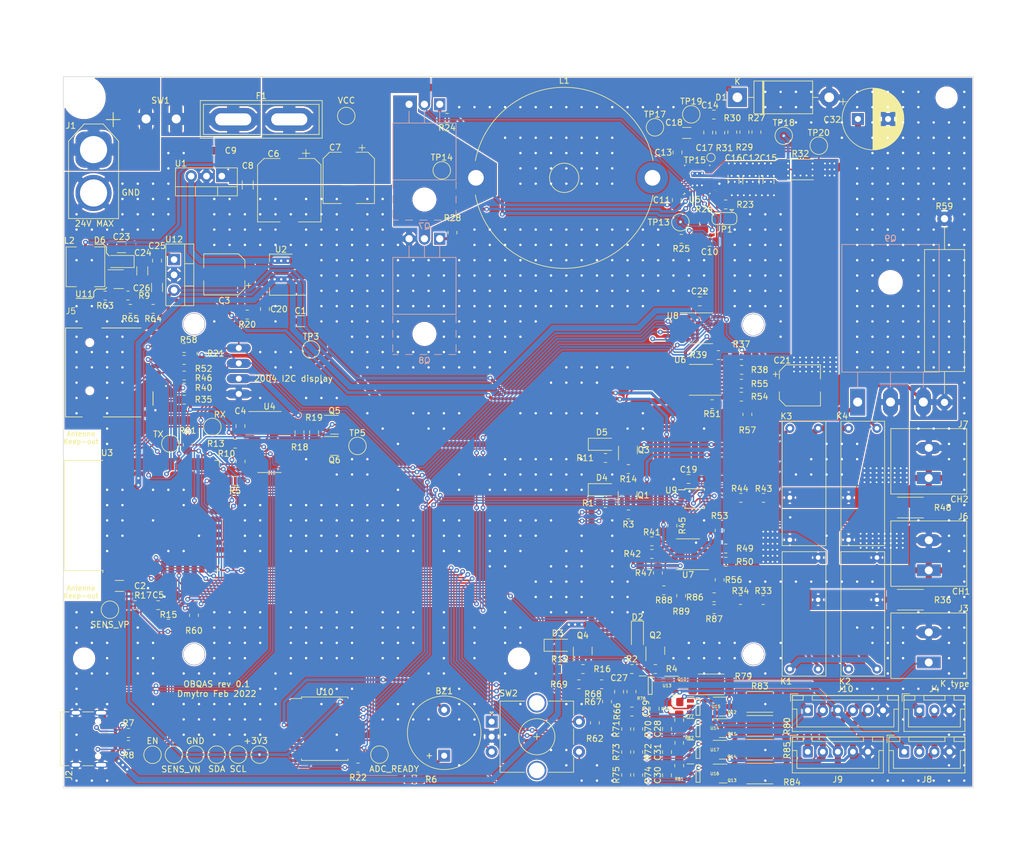
<source format=kicad_pcb>
(kicad_pcb (version 20211014) (generator pcbnew)
  (layers (0 "F.Cu" signal) (31 "B.Cu" signal) (34 "B.Paste" user) (35 "F.Paste" user) (36 "B.SilkS" user "B.Silkscreen") (37 "F.SilkS" user "F.Silkscreen") (38 "B.Mask" user) (39 "F.Mask" user) (44 "Edge.Cuts" user))
  (net 0 "")
  (net 1 "+5V")
  (net 2 "+3V3")
  (net 3 "EN")
  (net 4 "VCC")
  (net 5 "Net-(C10-Pad1)")
  (net 6 "Net-(C11-Pad1)")
  (net 7 "Net-(C11-Pad2)")
  (net 8 "Net-(C12-Pad1)")
  (net 9 "Net-(C13-Pad1)")
  (net 10 "Net-(C13-Pad2)")
  (net 11 "Net-(C14-Pad1)")
  (net 12 "Net-(C17-Pad1)")
  (net 13 "TPS_VCC")
  (net 14 "CH1R1")
  (net 15 "CH1R2")
  (net 16 "CH2R1")
  (net 17 "CH2R2")
  (net 18 "SDA")
  (net 19 "SCL")
  (net 20 "Net-(F1-Pad1)")
  (net 21 "Net-(J1-Pad1)")
  (net 22 "/D+")
  (net 23 "/D-")
  (net 25 "Net-(J2-PadA5)")
  (net 27 "Net-(J2-PadB5)")
  (net 28 "Net-(J3-Pad1)")
  (net 29 "Net-(J5-Pad1)")
  (net 30 "SD_SS")
  (net 31 "SD_MOSI")
  (net 32 "SD_CLK")
  (net 33 "SD_MISO")
  (net 34 "Net-(J5-Pad8)")
  (net 36 "Net-(J6-Pad1)")
  (net 37 "Net-(J7-Pad1)")
  (net 38 "Net-(JP1-Pad2)")
  (net 39 "Net-(Q1-Pad1)")
  (net 40 "Net-(Q2-Pad1)")
  (net 41 "Net-(Q3-Pad1)")
  (net 42 "Net-(Q4-Pad1)")
  (net 43 "Net-(Q5-Pad1)")
  (net 44 "Net-(Q5-Pad2)")
  (net 45 "Net-(Q6-Pad1)")
  (net 46 "Net-(Q6-Pad2)")
  (net 47 "IO0")
  (net 48 "Net-(Q7-Pad1)")
  (net 49 "Net-(Q8-Pad1)")
  (net 50 "Net-(Q9-Pad1)")
  (net 51 "LOAD_IN")
  (net 52 "Net-(Q9-Pad3)")
  (net 53 "CH2R1_SIG")
  (net 54 "CH1R1_SIG")
  (net 55 "Net-(BZ1-Pad1)")
  (net 56 "CH2R2_SIG")
  (net 57 "CH1R2_SIG")
  (net 58 "Net-(R13-Pad1)")
  (net 59 "TX")
  (net 60 "TC_-")
  (net 61 "ADC_READY")
  (net 62 "Net-(R23-Pad1)")
  (net 63 "Net-(R24-Pad1)")
  (net 64 "Net-(R25-Pad2)")
  (net 65 "Net-(R27-Pad1)")
  (net 66 "Net-(R28-Pad1)")
  (net 67 "Net-(R29-Pad2)")
  (net 68 "Net-(R30-Pad1)")
  (net 69 "TPS_OUT")
  (net 70 "CH1_ADC_V")
  (net 71 "Net-(K1-Pad2)")
  (net 72 "Net-(R37-Pad1)")
  (net 73 "Net-(R37-Pad2)")
  (net 74 "Net-(R41-Pad1)")
  (net 75 "Net-(R42-Pad1)")
  (net 76 "CH2_ADC_V")
  (net 77 "Net-(K3-Pad2)")
  (net 78 "CH1_ADC_I")
  (net 79 "Net-(R49-Pad1)")
  (net 80 "Net-(R50-Pad1)")
  (net 81 "Net-(R51-Pad1)")
  (net 82 "Net-(R51-Pad2)")
  (net 83 "CH2_ADC_I")
  (net 84 "ENC_B")
  (net 85 "ENC_A")
  (net 86 "ENC_Button")
  (net 87 "RX")
  (net 88 "Net-(TP15-Pad1)")
  (net 89 "Net-(BZ1-Pad2)")
  (net 90 "Net-(C24-Pad1)")
  (net 91 "HSPI_CLK")
  (net 92 "HSPI_MOSI")
  (net 99 "HSPI_CS")
  (net 100 "DAC_LDAC")
  (net 109 "Net-(U6-Pad6)")
  (net 110 "GND")
  (net 111 "EN_UVLDO")
  (net 112 "+24V")
  (net 113 "Net-(C27-Pad1)")
  (net 114 "BAT_3S")
  (net 115 "Net-(C28-Pad1)")
  (net 116 "BAT_2S")
  (net 117 "Net-(C29-Pad1)")
  (net 118 "BAT_4S")
  (net 119 "Net-(C30-Pad1)")
  (net 120 "Net-(C31-Pad1)")
  (net 121 "BAT_1S")
  (net 122 "Net-(D6-Pad2)")
  (net 123 "4S_SENSE")
  (net 124 "3S_SENSE")
  (net 125 "5S_SENSE")
  (net 126 "1S_SENSE")
  (net 127 "2S_SENSE")
  (net 128 "BAT_5S")
  (net 129 "Net-(Q10-Pad3)")
  (net 130 "Net-(Q11-Pad3)")
  (net 131 "Net-(Q12-Pad3)")
  (net 132 "Net-(Q13-Pad3)")
  (net 133 "Net-(Q14-Pad3)")
  (net 134 "PCF_INT")
  (net 135 "Net-(R63-Pad2)")
  (net 136 "+12V")
  (net 137 "5S_ADC")
  (net 138 "4S_ADC")
  (net 139 "3S_ADC")
  (net 140 "2S_ADC")
  (net 141 "1S_ADC")
  (net 142 "Net-(R86-Pad1)")
  (net 143 "Net-(R88-Pad1)")
  (footprint "TestPoint:TestPoint_Pad_D2.5mm" (layer "F.Cu") (at 118.2375 103.575)
    (fp_text reference "TP5")
    (fp_text value "IO0")
  )
  (footprint "Resistor_SMD:R_0805_2012Metric_Pad1.20x1.40mm_HandSolder" (layer "F.Cu") (at 162.825 154.375 90)
    (fp_text reference "R73")
    (fp_text value "10k")
  )
  (footprint "LCD:LCD-20x4" (layer "F.Cu") (at 137.5375 110.75)
    (fp_text reference "DISP1")
    (fp_text value "LCD")
  )
  (footprint "relay:G5NB-1A-E DC5" (layer "F.Cu") (at 204.437501 118.95)
    (fp_text reference "K4")
    (fp_text value "G5NB-1A-E_DC5")
  )
  (footprint "Capacitor_SMD:C_0805_2012Metric_Pad1.18x1.45mm_HandSolder" (layer "F.Cu") (at 102.875 80.8625 90)
    (fp_text reference "C20")
    (fp_text value "100n")
  )
  (footprint "Resistor_SMD:R_0805_2012Metric_Pad1.20x1.40mm_HandSolder" (layer "F.Cu") (at 171.95 128.425 -90)
    (fp_text reference "R89")
    (fp_text value "10k")
  )
  (footprint "Resistor_SMD:R_0805_2012Metric_Pad1.20x1.40mm_HandSolder" (layer "F.Cu") (at 169.08 127.525 180)
    (fp_text reference "R88")
    (fp_text value "50k")
  )
  (footprint "HY2213:SOT95P280X140-6N" (layer "F.Cu") (at 174.74 150.395)
    (fp_text reference "U14")
    (fp_text value "HY2213-BB3A" hide)
  )
  (footprint "Package_TO_SOT_SMD:SOT-23" (layer "F.Cu") (at 114.425 100.05)
    (fp_text reference "Q5")
    (fp_text value "BC846")
  )
  (footprint "Resistor_SMD:R_0805_2012Metric_Pad1.20x1.40mm_HandSolder" (layer "F.Cu") (at 185.56 129.145)
    (fp_text reference "R33")
    (fp_text value "50k")
  )
  (footprint "Capacitor_SMD:C_1206_3216Metric_Pad1.33x1.80mm_HandSolder" (layer "F.Cu") (at 79.075 70.6 180)
    (fp_text reference "C23")
    (fp_text value "10u")
  )
  (footprint "TestPoint:TestPoint_Pad_D2.5mm" (layer "F.Cu") (at 101.975 154.8)
    (fp_text reference "TP4" hide)
    (fp_text value "+3V3")
  )
  (footprint "Package_TO_SOT_SMD:SOT-23-6" (layer "F.Cu") (at 78.6125 75.9)
    (fp_text reference "U11")
    (fp_text value "MT3608")
  )
  (footprint "Package_TO_SOT_SMD:SOT-23" (layer "F.Cu") (at 170.89 143.345)
    (fp_text reference "Q10")
    (fp_text value "IRLML2803TRPBF")
  )
  (footprint "Diode_THT:D_DO-201AD_P15.24mm_Horizontal" (layer "F.Cu") (at 181.28 45.735)
    (fp_text reference "D1")
    (fp_text value "1N5408")
  )
  (footprint "Resistor_SMD:R_2512_6332Metric_Pad1.40x3.35mm_HandSolder" (layer "F.Cu") (at 185 146.055)
    (fp_text reference "R83")
    (fp_text value "10")
  )
  (footprint "Resistor_SMD:R_0805_2012Metric_Pad1.20x1.40mm_HandSolder" (layer "F.Cu") (at 159.65 146 -90)
    (fp_text reference "R67")
    (fp_text value "10k")
  )
  (footprint "Capacitor_SMD:C_0805_2012Metric_Pad1.18x1.45mm_HandSolder" (layer "F.Cu") (at 175.03 79.585)
    (fp_text reference "C22")
    (fp_text value "100n")
  )
  (footprint "Resistor_SMD:R_0805_2012Metric_Pad1.20x1.40mm_HandSolder" (layer "F.Cu") (at 91.1 131.675 -90)
    (fp_text reference "R60")
    (fp_text value "10k")
  )
  (footprint "Resistor_SMD:R_0805_2012Metric_Pad1.20x1.40mm_HandSolder" (layer "F.Cu") (at 182.4375 51.5 -90)
    (fp_text reference "R29")
    (fp_text value "OPT")
  )
  (footprint "Diode_SMD:D_SOD-123" (layer "F.Cu") (at 78.925 72.975 180)
    (fp_text reference "D6")
    (fp_text value "1N4001")
  )
  (footprint "Buzzer_Beeper:Buzzer_12x9.5RM7.6" (layer "F.Cu") (at 132.625 154.975 90)
    (fp_text reference "BZ1")
    (fp_text value "Buzzer")
  )
  (footprint "Package_TO_SOT_SMD:SOT-23" (layer "F.Cu") (at 163.1125 104.25 90)
    (fp_text reference "Q3")
    (fp_text value "IRLML2803TRPBF")
  )
  (footprint "Capacitor_SMD:C_0805_2012Metric_Pad1.18x1.45mm_HandSolder" (layer "F.Cu") (at 167.55 147.175 -90)
    (fp_text reference "C29")
    (fp_text value "100n")
  )
  (footprint "Capacitor_SMD:C_0805_2012Metric_Pad1.18x1.45mm_HandSolder" (layer "F.Cu") (at 169.6 158.2125 -90)
    (fp_text reference "C30")
    (fp_text value "100n")
  )
  (footprint "Capacitor_SMD:C_1206_3216Metric_Pad1.33x1.80mm_HandSolder" (layer "F.Cu") (at 100.025 60.275 -90)
    (fp_text reference "C8")
    (fp_text value "10u")
  )
  (footprint "Resistor_SMD:R_0805_2012Metric_Pad1.20x1.40mm_HandSolder" (layer "F.Cu") (at 159.3875 105.575)
    (fp_text reference "R11")
    (fp_text value "470")
  )
  (footprint "Resistor_SMD:R_0805_2012Metric_Pad1.20x1.40mm_HandSolder" (layer "F.Cu") (at 182.9375 98.35 90)
    (fp_text reference "R57")
    (fp_text value "10k")
  )
  (footprint "Resistor_SMD:R_0805_2012Metric_Pad1.20x1.40mm_HandSolder" (layer "F.Cu") (at 181.9875 90.95 180)
    (fp_text reference "R38")
    (fp_text value "10k")
  )
  (footprint "Resistor_SMD:R_2512_6332Metric_Pad1.40x3.35mm_HandSolder" (layer "F.Cu") (at 185 157.935)
    (fp_text reference "R84")
    (fp_text value "10")
  )
  (footprint "Package_TO_SOT_SMD:SOT-23" (layer "F.Cu") (at 178.92 150.4)
    (fp_text reference "Q11")
    (fp_text value "IRLML2803TRPBF")
  )
  (footprint "Capacitor_SMD:C_0805_2012Metric_Pad1.18x1.45mm_HandSolder" (layer "F.Cu") (at 177.375 48.6 180)
    (fp_text reference "C14")
    (fp_text value "4700p")
  )
  (footprint "Resistor_SMD:R_0805_2012Metric_Pad1.20x1.40mm_HandSolder" (layer "F.Cu") (at 181.79 129.145 180)
    (fp_text reference "R34")
    (fp_text value "10k")
  )
  (footprint "Resistor_SMD:R_0805_2012Metric_Pad1.20x1.40mm_HandSolder" (layer "F.Cu") (at 185.62 112.195)
    (fp_text reference "R43")
    (fp_text value "50k")
  )
  (footprint "Resistor_SMD:R_0805_2012Metric_Pad1.20x1.40mm_HandSolder" (layer "F.Cu") (at 180.4375 51.5 90)
    (fp_text reference "R30")
    (fp_text value "20k")
  )
  (footprint "Resistor_SMD:R_0805_2012Metric_Pad1.20x1.40mm_HandSolder" (layer "F.Cu") (at 167.0875 121.5 180)
    (fp_text reference "R42")
    (fp_text value "2k")
  )
  (footprint "Capacitor_SMD:C_0805_2012Metric_Pad1.18x1.45mm_HandSolder" (layer "F.Cu") (at 171.3375 54.8625 -90)
    (fp_text reference "C13")
    (fp_text value "0.1u")
  )
  (footprint "Resistor_SMD:R_0805_2012Metric_Pad1.20x1.40mm_HandSolder" (layer "F.Cu") (at 157.625 149.525 90)
    (fp_text reference "R62")
    (fp_text value "10k")
  )
  (footprint "Connector_AMASS:AMASS_XT60-F_1x02_P7.20mm_Vertical" (layer "F.Cu") (at 74.4375 54.4 -90)
    (fp_text reference "J1")
    (fp_text value "24V MAX")
  )
  (footprint "Resistor_SMD:R_0805_2012Metric_Pad1.20x1.40mm_HandSolder" (layer "F.Cu") (at 162.825 150.55 90)
    (fp_text reference "R71")
    (fp_text value "10k")
  )
  (footprint "Package_TO_SOT_SMD:SOT-23" (layer "F.Cu") (at 155.6125 137.5875 90)
    (fp_text reference "Q4")
    (fp_text value "IRLML2803TRPBF")
  )
  (footprint "Capacitor_SMD:CP_Elec_6.3x9.9" (layer "F.Cu") (at 96.1375 75.1 180)
    (fp_text reference "C3")
    (fp_text value "220u")
  )
  (footprint "Resistor_SMD:R_0805_2012Metric_Pad1.20x1.40mm_HandSolder" (layer "F.Cu") (at 80.15 78.625)
    (fp_text reference "R9")
    (fp_text value "50k")
  )
  (footprint "Capacitor_SMD:C_0805_2012Metric_Pad1.18x1.45mm_HandSolder" (layer "F.Cu") (at 171.2175 62.775 90)
    (fp_text reference "C11")
    (fp_text value "0.1u")
  )
  (footprint "MountingHole:MountingHole_3.2mm_M3" (layer "F.Cu") (at 145.025 138.85)
    (fp_text reference "H3" hide)
    (fp_text value "MountingHole")
  )
  (footprint "Resistor_SMD:R_2512_6332Metric_Pad1.40x3.35mm_HandSolder" (layer "F.Cu") (at 191.7375 57.7)
    (fp_text reference "R32")
    (fp_text value "10mOhm")
  )
  (footprint "TestPoint:TestPoint_Pad_D2.5mm" (layer "F.Cu") (at 188.97 52.105)
    (fp_text reference "TP18")
    (fp_text value "OUT")
  )
  (footprint "Resistor_SMD:R_0805_2012Metric_Pad1.20x1.40mm_HandSolder" (layer "F.Cu") (at 178.1375 88.5)
    (fp_text reference "R39")
    (fp_text value "10k")
  )
  (footprint "Package_TO_SOT_SMD:SOT-23" (layer "F.Cu") (at 114.4125 103.575)
    (fp_text reference "Q6")
    (fp_text value "BC846")
  )
  (footprint "MountingHole:MountingHole_3.2mm_M3" (layer "F.Cu") (at 72.875 138.85)
    (fp_text reference "H2" hide)
    (fp_text value "MountingHole")
  )
  (footprint "Resistor_SMD:R_0805_2012Metric_Pad1.20x1.40mm_HandSolder" (layer "F.Cu") (at 80.55 80.825 180)
    (fp_text reference "R65")
    (fp_text value "5.1k")
  )
  (footprint "Connector_JST:JST_XH_B6B-XH-A_1x06_P2.50mm_Vertical" (layer "F.Cu") (at 192.95 147.45)
    (fp_text reference "J10")
    (fp_text value "Conn_01x06")
  )
  (footprint "Resistor_SMD:R_0805_2012Metric_Pad1.20x1.40mm_HandSolder" (layer "F.Cu") (at 178.3375 125.8 90)
    (fp_text reference "R56")
    (fp_text value "100k")
  )
  (footprint "Inductor_SMD:L_6.3x6.3_H3" (layer "F.Cu") (at 73.1 73.85 -90)
    (fp_text reference "L2")
    (fp_text value "22uH")
  )
  (footprint "TerminalBlock:TerminalBlock_Altech_AK300-2_P5.00mm" (layer "F.Cu") (at 213.0375 108.9 90)
    (fp_text reference "J7")
    (fp_text value "CH2")
  )
  (footprint "relay:G5NB-1A-E DC5" (layer "F.Cu") (at 194.6875 118.95)
    (fp_text reference "K3")
    (fp_text value "G5NB-1A-E_DC5")
  )
  (footprint "HY2213:SOT95P280X140-6N" (layer "F.Cu") (at 174.74 146.825)
    (fp_text reference "U15")
    (fp_text value "HY2213-BB3A" hide)
  )
  (footprint "Capacitor_SMD:C_0805_2012Metric_Pad1.18x1.45mm_HandSolder" (layer "F.Cu") (at 173.175 109.05 180)
    (fp_text reference "C19")
    (fp_text value "100n")
  )
  (footprint "TPS_IC:TPS55288QWRPMRQ1" (layer "F.Cu") (at 174.6175 59.36 90)
    (fp_text reference "U5")
    (fp_text value "TPS55288QWRPMRQ1" hide)
  )
  (footprint "Resistor_SMD:R_2512_6332Metric_Pad1.40x3.35mm_HandSolder" (layer "F.Cu") (at 176.91 143.145)
    (fp_text reference "R79")
    (fp_text value "10")
  )
  (footprint "Resistor_SMD:R_0805_2012Metric_Pad1.20x1.40mm_HandSolder" (layer "F.Cu") (at 89.475 95.9)
    (fp_text reference "R35")
    (fp_text value "49.9k")
  )
  (footprint "Capacitor_SMD:C_1206_3216Metric_Pad1.33x1.80mm_HandSolder" (layer "F.Cu") (at 186.4375 59.3625 -90)
    (fp_text reference "C15")
    (fp_text value "10u")
  )
  (footprint "TestPoint:TestPoint_Pad_D2.5mm" (layer "F.Cu") (at 91.325 154.8)
    (fp_text reference "TP16" hide)
    (fp_text value "GND")
  )
  (footprint "Package_SO:SOIC-16_3.9x9.9mm_P1.27mm" (layer "F.Cu") (at 103.6375 102.925)
    (fp_text reference "U4")
    (fp_text value "CH340C")
  )
  (footprint "Fuse:Fuse_Blade_ATO_directSolder" (layer "F.Cu") (at 97.6175 49.385)
    (fp_text reference "F1")
    (fp_text value "Fuse")
  )
  (footprint "Rotary_Encoder:RotaryEncoder_Alps_EC11E-Switch_Vertical_H20mm_CircularMountingHoles" (layer "F.Cu") (at 140.5 149.325)
    (fp_text reference "SW2")
    (fp_text value "Enc")
  )
  (footprint "Package_SO:SOIC-16W_7.5x10.3mm_P1.27mm" (layer "F.Cu") (at 112.8 150.5)
    (fp_text reference "U10")
    (fp_text value "PCF8574")
  )
  (footprint "Resistor_SMD:R_0805_2012Metric_Pad1.20x1.40mm_HandSolder" (layer "F.Cu") (at 171.625 156.625 90)
    (fp_text reference "R81")
    (fp_text value "100")
  )
  (footprint "Resistor_SMD:R_0805_2012Metric_Pad1.20x1.40mm_HandSolder" (layer "F.Cu") (at 163.7 144.35 -90)
    (fp_text reference "R76")
    (fp_text value "100")
  )
  (footprint "TestPoint:TestPoint_Pad_D2.5mm" (layer "F.Cu") (at 98.425 154.8)
    (fp_text reference "TP10" hide)
    (fp_text value "SCL")
  )
  (footprint "Resistor_SMD:R_0805_2012Metric_Pad1.20x1.40mm_HandSolder" (layer "F.Cu") (at 171.975 69.2 180)
    (fp_text reference "R25")
    (fp_text value "1k")
  )
  (footprint "TestPoint:TestPoint_Pad_D2.5mm" (layer "F.Cu") (at 132.225 57.85)
    (fp_text reference "TP14")
    (fp_text value "SW1")
  )
  (footprint "Resistor_SMD:R_0805_2012Metric_Pad1.20x1.40mm_HandSolder" (layer "F.Cu") (at 170.4875 116.8 -90)
    (fp_text reference "R45")
    (fp_text value "100k")
  )
  (footprint "Capacitor_SMD:C_0805_2012Metric_Pad1.18x1.45mm_HandSolder" (layer "F.Cu") (at 98.8125 100.275 90)
    (fp_text reference "C4")
    (fp_text value "100n")
  )
  (footprint "Resistor_SMD:R_0805_2012Metric_Pad1.20x1.40mm_HandSolder" (layer "F.Cu") (at 164.825 154.375 -90)
    (fp_text reference "R72")
    (fp_text value "20k")
  )
  (footprint "Package_TO_SOT_SMD:SOT-23" (layer "F.Cu") (at 163.0625 111.76875 90)
    (fp_text reference "Q1")
    (fp_text value "IRLML2803TRPBF")
  )
  (footprint "Resistor_SMD:R_0805_2012Metric_Pad1.20x1.40mm_HandSolder" (layer "F.Cu") (at 181.9375 95.4)
    (fp_text reference "R54")
    (fp_text value "470")
  )
  (footprint "Resistor_SMD:R_0805_2012Metric_Pad1.20x1.40mm_HandSolder" (layer "F.Cu") (at 89.4625 87.325)
    (fp_text reference "R58")
    (fp_text value "49.9k")
  )
  (footprint "TestPoint:TestPoint_Pad_D2.5mm" (layer "F.Cu") (at 173.625 48.55)
    (fp_text reference "TP19")
    (fp_text value "TPS_VCC")
  )
  (footprint "HY2213:SOT95P280X140-6N" (layer "F.Cu") (at 166.81 143.345)
    (fp_text reference "U13")
    (fp_text value "HY2213-BB3A" hide)
  )
  (footprint "Resistor_SMD:R_0805_2012Metric_Pad1.20x1.40mm_HandSolder" (layer "F.Cu") (at 163.1875 107.425 180)
    (fp_text reference "R14")
    (fp_text value "10k")
  )
  (footprint "Capacitor_SMD:CP_Elec_6.3x9.9" (layer "F.Cu") (at 191.65 93.525)
    (fp_text reference "C21")
    (fp_text value "220u")
  )
  (footprint "Jumper:SolderJumper-3_P1.3mm_Bridged12_RoundedPad1.0x1.5mm" (layer "F.Cu") (at 179.1375 65.8425 180)
    (fp_text reference "JP1")
    (fp_text value "Jumper_3_Bridged12")
  )
  (footprint "Diode_SMD:D_SOD-123" (layer "F.Cu") (at 158.7875 103.3)
    (fp_text reference "D5")
    (fp_text value "1N4001")
  )
  (footprint "Connector_JST:JST_XH_B5B-XH-A_1x05_P2.50mm_Vertical" (layer "F.Cu") (at 192.95 154.325)
    (fp_text reference "J9")
    (fp_text value "Conn_01x05")
  )
  (footprint "TestPoint:TestPoint_Pad_D2.5mm" (layer "F.Cu") (at 77.16 130.755)
    (fp_text reference "TP1" hide)
    (fp_text value "SENS_VP")
  )
  (footprint "Resistor_SMD:R_0805_2012Metric_Pad1.20x1.40mm_HandSolder" (layer "F.Cu") (at 154.975 143.125)
    (fp_text reference "R69")
    (fp_text value "10k")
  )
  (footprint "Resistor_SMD:R_2512_6332Metric_Pad1.40x3.35mm_HandSolder" (layer "F.Cu") (at 185 153.985)
    (fp_text reference "R85")
    (fp_text value "10")
  )
  (footprint "Capacitor_SMD:C_1206_3216Metric_Pad1.33x1.80mm_HandSolder" (layer "F.Cu") (at 108.7625 82.875 180)
    (fp_text reference "C1")
    (fp_text value "10u")
  )
  (footprint "Resistor_SMD:R_0805_2012Metric_Pad1.20x1.40mm_HandSolder" (layer "F.Cu") (at 181.9375 93.25)
    (fp_text reference "R55")
    (fp_text value "1M")
  )
  (footprint "Package_SO:SO-8_3.9x4.9mm_P1.27mm" (layer "F.Cu") (at 173.0875 121.55 180)
    (fp_text reference "U7")
    (fp_text value "LM358")
  )
  (footprint "Resistor_THT:R_Axial_Power_L20.0mm_W6.4mm_P30.48mm" (layer "F.Cu") (at 215.65 65.87 -90)
    (fp_text reference "R59")
    (fp_text value "100mOhm")
  )
  (footprint "Resistor_SMD:R_0805_2012Metric_Pad1.20x1.40mm_HandSolder" (layer "F.Cu") (at 167.6625 140.6 180)
    (fp_text reference "R4")
    (fp_text value "10k")
  )
  (footprint "Capacitor_SMD:C_1210_3225Metric_Pad1.33x2.70mm_HandSolder" (layer "F.Cu") (at 183.5375 59.4 -90)
    (fp_text reference "C12")
    (fp_text value "47u")
  )
  (footprint "Capacitor_SMD:CP_Elec_8x6.9" (layer "F.Cu") (at 116.79 59.095 -90)
    (fp_text reference "C7")
    (fp_text value "47u")
  )
  (footprint "Diode_SMD:D_SOD-123" (layer "F.Cu") (at 151.4625 136.65)
    (fp_text reference "D3")
    (fp_text value "1N4001")
  )
  (footprint "Capacitor_SMD:C_0805_2012Metric_Pad1.18x1.45mm_HandSolder" (layer "F.Cu") (at 176.4375 51.5625 90)
    (fp_text reference "C17")
    (fp_text value "100p")
  )
  (footprint "HY2213:SOT95P280X140-6N" (layer "F.Cu") (at 174.75 157.935)
    (fp_text reference "U16")
    (fp_text value "HY2213-BB3A" hide)
  )
  (footprint "Connector_USB:USB_C_Receptacle_Palconn_UTC16-G" (layer "F.Cu") (at 73.75 152.175 -90)
    (fp_text reference "J2")
    (fp_text value "USB_C_Receptacle_USB2.0")
  )
  (footprint "Package_TO_SOT_SMD:SOT-23" (layer "F.Cu") (at 167.6625 137.5625 90)
    (fp_text reference "Q2")
    (fp_text value "IRLML2803TRPBF")
  )
  (footprint "Resistor_SMD:R_0805_2012Metric_Pad1.20x1.40mm_HandSolder" (layer "F.Cu") (at 98.8375 106.15 90)
    (fp_text reference "R10")
    (fp_text value "5.1k(NC)")
  )
  (footprint "Capacitor_SMD:C_1206_3216Metric_Pad1.33x1.80mm_HandSolder" (layer "F.Cu") (at 172.88 51.635 180)
    (fp_text reference "C18")
    (fp_text value "4.7u")
  )
  (footprint "Resistor_SMD:R_0805_2012Metric_Pad1.20x1.40mm_HandSolder" (layer "F.Cu") (at 163.1875 114.94375 180)
    (fp_text reference "R3")
    (fp_text value "10k")
  )
  (footprint "Package_SO:TSSOP-10_3x3mm_P0.5mm" (layer "F.Cu") (at 174.1875 112.3)
    (fp_text reference "U9")
    (fp_text value "ADS1115IDGS")
  )
  (footprint "Resistor_SMD:R_0805_2012Metric_Pad1.20x1.40mm_HandSolder" (layer "F.Cu") (at 90.075 103.375 90)
    (fp_text reference "R61")
    (fp_text value "10k")
  )
  (footprint "Resistor_SMD:R_0805_2012Metric_Pad1.20x1.40mm_HandSolder" (layer "F.Cu") (at 133.1 49.135 180)
    (fp_text reference "R24")
    (fp_text value "1")
  )
  (footprint "Resistor_SMD:R_0805_2012Metric_Pad1.20x1.40mm_HandSolder" (layer "F.Cu") (at 92.3625 88.225 90)
    (fp_text reference "R21")
    (fp_text value "10k")
  )
  (footprint "Package_TO_SOT_THT:TO-220-3_Vertical" (layer "F.Cu") (at 87.8 72.645 -90)
    (fp_text reference "U12")
    (fp_text value "LM7824_TO220")
  )
  (footprint "Inductor_THT:L_Radial_D29.8mm_P29.30mm_Murata_1400series" (layer "F.Cu") (at 137.8925 59.085)
    (fp_text reference "L1")
    (fp_text value "4.7uH")
  )
  (footprint "Resistor_SMD:R_0805_2012Metric_Pad1.20x1.40mm_HandSolder" (layer "F.Cu") (at 80.225 151.2)
    (fp_text reference "R7")
    (fp_text value "5.1k")
  )
  (footprint "Resistor_SMD:R_2512_6332Metric_Pad1.40x3.35mm_HandSolder" (layer "F.Cu") (at 209.9875 129.1)
    (fp_text reference "R36")
    (fp_text value "10mOhm")
  )
  (footprint "Resistor_SMD:R_0805_2012Metric_Pad1.20x1.40mm_HandSolder" (layer "F.Cu") (at 162.825 158.175 90)
    (fp_text reference "R75")
    (fp_text value "10k")
  )
  (footprint "Resistor_SMD:R_0805_2012Metric_Pad1.20x1.40mm_HandSolder" (layer "F.Cu") (at 111.0375 101.275 -90)
    (fp_text reference "R19")
    (fp_text value "10k")
  )
  (footprint "Resistor_SMD:R_0805_2012Metric_Pad1.20x1.40mm_HandSolder" (layer "F.Cu") (at 164.825 150.55 -90)
    (fp_text reference "R70")
    (fp_text value "50k")
  )
  (footprint "TerminalBlock:TerminalBlock_Altech_AK300-2_P5.00mm" (layer "F.Cu") (at 213.0375 124.215 90)
    (fp_text reference "J6")
    (fp_text value "CH1")
  )
  (footprint "Resistor_SMD:R_0805_2012Metric_Pad1.20x1.40mm_HandSolder" (layer "F.Cu") (at 178.3375 117.6 -90)
    (fp_text reference "R53")
    (fp_text value "100k")
  )
  (footprint "TestPoint:TestPoint_Pad_D2.5mm" (layer "F.Cu") (at 87.1875 103.2)
    (fp_text reference "TP8" hide)
    (fp_text value "TX")
  )
  (footprint "Resistor_SMD:R_0805_2012Metric_Pad1.20x1.40mm_HandSolder" (layer "F.Cu") (at 89.4875 91.9)
    (fp_text reference "R46")
    (fp_text value "49.9k")
  )
  (footprint "Package_TO_SOT_SMD:SOT-223-3_TabPin2" (layer "F.Cu") (at 105.5375 75.15 180)
    (fp_text reference "U2")
    (fp_text value "AMS1117-3.3")
  )
  (footprint "TestPoint:TestPoint_Pad_D2.5mm" (layer "F.Cu") (at 167.6 50.7)
    (fp_text reference "TP17")
    (fp_text value "SW2")
  )
  (footprint "Resistor_SMD:R_0805_2012Metric_Pad1.20x1.40mm_HandSolder" (layer "F.Cu") (at 151.8125 140.6)
    (fp_text reference "R12")
    (fp_text value "470")
  )
  (footprint "Resistor_SMD:R_0805_2012Metric_Pad1.20x1.40mm_HandSolder" (layer "F.Cu") (at 127.67 158.925 180)
    (fp_text reference "R6")
    (fp_text value "470")
  )
  (footprint "Resistor_SMD:R_0805_2012Metric_Pad1.20x1.40mm_HandSolder" (layer "F.Cu") (at 179.3375 120.6)
    (fp_text reference "R49")
    (fp_text value "2k")
  )
  (footprint "Package_TO_SOT_SMD:SOT-23" (layer "F.Cu") (at 178.9225 157.935)
    (fp_text reference "Q13")
    (fp_text value "IRLML2803TRPBF")
  )
  (footprint "Resistor_SMD:R_0805_2012Metric_Pad1.20x1.40mm_HandSolder" (layer "F.Cu") (at 97.9375 103.2 180)
    (fp_text reference "R13")
    (fp_text value "470")
  )
  (footprint "Capacitor_SMD:C_1206_3216Metric_Pad1.33x1.80mm_HandSolder" (layer "F.Cu") (at 82.525 74.5375 -90)
    (fp_text reference "C24")
    (fp_text value "10u")
  )
  (footprint "MountingHole:MountingHole_3.2mm_M3" (layer "F.Cu") (at 72.875 45.75)
    (fp_text reference "H1" hide)
    (fp_text value "MountingHole")
  )
  (footprint "Resistor_SMD:R_0805_2012Metric_Pad1.20x1.40mm_HandSolder" (layer "F.Cu") (at 184.4375 51.5 90)
    (fp_text reference "R27")
    (fp_text value "10k")
  )
  (footprint "Resistor_SMD:R_0805_2012Metric_Pad1.20x1.40mm_HandSolder" (layer "F.Cu") (at 167.0875 119.4 180)
    (fp_text reference "R41")
    (fp_text value "2k")
  )
  (footprint "Resistor_SMD:R_0805_2012Metric_Pad1.20x1.40mm_HandSolder" (layer "F.Cu") (at 84.325 80.825 180)
    (fp_text reference "R64")
    (fp_text value "5.1k")
  )
  (footprint "Resistor_SMD:R_0805_2012Metric_Pad1.20x1.40mm_HandSolder" (layer "F.Cu") (at 175.7375 66.7 90)
    (fp_text reference "R26")
    (fp_text value "50k")
  )
  (footprint "Resistor_SMD:R_0805_2012Metric_Pad1.20x1.40mm_HandSolder" (layer "F.Cu") (at 177.0875 96.65)
    (fp_text reference "R51")
    (fp_text value "1k")
  )
  (footprint "Resistor_SMD:R_0805_2012Metric_Pad1.20x1.40mm_HandSolder" (layer "F.Cu") (at 181.85 112.185)
    (fp_text reference "R44")
    (fp_text value "10k")
  )
  (footprint "Connector_JST:JST_XH_B3B-XH-A_1x03_P2.50mm_Vertical" (layer "F.Cu") (at 211.475 147.45)
    (fp_text reference "J4")
    (fp_text value "Conn_01x03")
  )
  (footprint "Capacitor_SMD:C_1206_3216Metric_Pad1.33x1.80mm_HandSolder" (layer "F.Cu") (at 78.7375 126.8)
    (fp_text reference "C2")
    (fp_text value "10u")
  )
  (footprint "TestPoint:TestPoint_Pad_D2.5mm" (layer "F.Cu") (at 121.88 154.8)
    (fp_text reference "TP9" hide)
    (fp_text value "ADC_READY")
  )
  (footprint "Capacitor_SMD:C_0805_2012Metric_Pad1.18x1.45mm_HandSolder" (layer "F.Cu") (at 169.6 154.375 -90)
    (fp_text reference "C31")
    (fp_text value "100n")
  )
  (footprint "TestPoint:TestPoint_Pad_D2.5mm" (layer "F.Cu") (at 87.775 154.825)
    (fp_text reference "TP2" hide)
    (fp_text value "SENS_VN")
  )
  (footprint "Capacitor_SMD:C_0805_2012Metric_Pad1.18x1.45mm_HandSolder" (layer "F.Cu") (at 94.3625 54.575 180)
    (fp_text reference "C9")
    (fp_text value "100n")
  )
  (footprint "Capacitor_SMD:C_0805_2012Metric_Pad1.18x1.45mm_HandSolder" (layer "F.Cu") (at 84.975 72.825 -90)
    (fp_text reference "C25")
    (fp_text value "100n")
  )
  (footprint "Resistor_SMD:R_0805_2012Metric_Pad1.20x1.40mm_HandSolder" (layer "F.Cu") (at 86.8625 133.075)
    (fp_text reference "R15")
    (fp_text value "1k")
  )
  (footprint "Resistor_SMD:R_0805_2012Metric_Pad1.20x1.40mm_HandSolder" (layer "F.Cu") (at 118.33 156.945 180)
    (fp_text reference "R22")
    (fp_text value "10k")
  )
  (footprint "Resistor_SMD:R_0805_2012Metric_Pad1.20x1.40mm_HandSolder" (layer "F.Cu") (at 170.725 146.075)
    (fp_text reference "R78")
    (fp_text value "100")
  )
  (footprint "Resistor_SMD:R_0805_2012Metric_Pad1.20x1.40mm_HandSolder" (layer "F.Cu") (at 76.375 78.625)
    (fp_text reference "R63")
    (fp_text value "1k")
  )
  (footprint "TerminalBlock:TerminalBlock_Altech_AK300-2_P5.00mm" (layer "F.Cu") (at 213.0375 139.5 90)
    (fp_text reference "J3")
    (fp_text value "K type")
  )
  (footprint "Resistor_SMD:R_0805_2012Metric_Pad1.20x1.40mm_HandSolder" (layer "F.Cu") (at 99.9375 81.775 180)
    (fp_text reference "R20")
    (fp_text value "10k")
  )
  (footprint "Capacitor_SMD:C_1206_3216Metric_Pad1.33x1.80mm_HandSolder" (layer "F.Cu") (at 180.6375 59.3375 -90)
    (fp_text reference "C16")
    (fp_text value "10u")
  )
  (footprint "Resistor_SMD:R_0805_2012Metric_Pad1.20x1.40mm_HandSolder" (layer "F.Cu") (at 89.4625 89.3)
    (fp_text reference "R52")
    (fp_text value "49.9k")
  )
  (footprint "Package_SO:SO-8_3.9x4.9mm_P1.27mm" (layer "F.Cu") (at 175.2375 84.05)
    (fp_text reference "U8")
    (fp_text value "MCP4921")
  )
  (footprint "Resistor_SMD:R_2512_6332Metric_Pad1.40x3.35mm_HandSolder" (layer "F.Cu") (at 185 150.035)
    (fp_text reference "R80")
    (fp_text value "10")
  )
  (footprint "Resistor_SMD:R_0805_2012Metric_Pad1.20x1.40mm_HandSolder" (layer "F.Cu") (at 97.925 109.375 180)
    (fp_text reference "R5")
    (fp_text value "10k")
  )
  (footprint "Resistor_SMD:R_0805_2012Metric_Pad1.20x1.40mm_HandSolder" (layer "F.Cu") (at 80.225 153.2)
    (fp_text reference "R8")
    (fp_text value "5.1k")
  )
  (footprint "Capacitor_SMD:C_0805_2012Metric_Pad1.18x1.45mm_HandSolder" (layer "F.Cu") (at 85.1625 130)
    (fp_text reference "C5")
    (fp_text value "100p")
  )
  (footprint "Capacitor_SMD:C_0805_2012Metric_Pad1.18x1.45mm_HandSolder" (layer "F.Cu") (at 161.65 144.3625 -90)
    (fp_text reference "C27")
    (fp_text value "100n")
  )
  (footprint "Resistor_SMD:R_0805_2012Metric_Pad1.20x1.40mm_HandSolder" (layer "F.Cu") (at 158.75 143.125)
    (fp_text reference "R68")
    (fp_text value "50k")
  )
  (footprint "Diode_SMD:D_SOD-123" (layer "F.Cu") (at 164.6875 134.9 -90)
    (fp_text reference "D2")
    (fp_text value "1N4001")
  )
  (footprint "Capacitor_THT:CP_Radial_D10.0mm_P5.00mm" (layer "F.Cu") (at 201.282323 49.325)
    (fp_text reference "C32")
    (fp_text value "1000u")
  )
  (footprint "Resistor_SMD:R_0805_2012Metric_Pad1.20x1.40mm_HandSolder" (layer "F.Cu") (at 89.4875 93.9)
    (fp_text reference "R40")
    (fp_text value "49.9k")
  )
  (footprint "Resistor_SMD:R_0805_2012Metric_Pad1.20x1.40mm_HandSolder" (layer "F.Cu") (at 163.7625 140.6)
    (fp_text reference "R2")
    (fp_text value "470")
  )
  (footprint "MountingHole:MountingHole_3.2mm_M3" (layer "F.Cu") (at 216 45.75)
    (fp_text reference "H4" hide)
    (fp_text value "MountingHole")
  )
  (footprint "Resistor_SMD:R_0805_2012Metric_Pad1.20x1.40mm_HandSolder" (layer "F.Cu") (at 81.3 130 180)
    (fp_text reference "R17")
    (fp_text value "10k")
  )
  (footprint "TestPoint:TestPoint_Pad_D2.5mm" (layer "F.Cu") (at 194.7875 53.75)
    (fp_text reference "TP20")
    (fp_text value "TPS_OUT")
  )
  (footprint "Resistor_SMD:R_0805_2012Metric_Pad1.20x1.40mm_HandSolder" (layer "F.Cu") (at 108.6125 101.275 90)
    (fp_text reference "R18")
    (fp_text value "10k")
  )
  (footprint "TestPoint:TestPoint_Pad_D2.5mm" (layer "F.Cu") (at 94.15 100.425)
    (fp_text reference "TP7" hide)
    (fp_text value "RX")
  )
  (footprint "TestPoint:TestPoint_Pad_D1.0mm" (layer "F.Cu") (at 176.89 55.715)
    (fp_text reference "TP15")
    (fp_text value "FB_INT")
  )
  (footprint "Capacitor_SMD:C_1206_3216Metric_Pad1.33x1.80mm_HandSolder" (layer "F.Cu") (at 84.975 77.275 90)
    (fp_text reference "C26")
    (fp_text value "10u")
  )
  (footprint "relay:G5NB-1A-E DC5" (layer "F.Cu") (at 199.7375 122.3 180)
    (fp_text reference "K2")
    (fp_text value "G5NB-1A-E_DC5")
  )
  (footprint "Package_TO_SOT_SMD:SOT-23" (layer "F.Cu") (at 178.9225 153.985)
    (fp_text reference "Q14")
    (fp_text value "IRLML2803TRPBF")
  )
  (footprint "Package_TO_SOT_SMD:SOT-23" (layer "F.Cu") (at 178.925 146.825)
    (fp_text reference "Q12")
    (fp_text value "IRLML2803TRPBF")
  )
  (footprint "Package_SO:SO-8_3.9x4.9mm_P1.27mm" (layer "F.Cu") (at 175.2375 92.6 180)
    (fp_text reference "U6")
    (fp_text value "LM358")
  )
  (footprint "Capacitor_SMD:CP_Elec_10x10" (layer "F.Cu") (at 106.9175 61.135 -90)
    (fp_text reference "C6")
    (fp_text value "1000u")
  )
  (footprint "Resistor_SMD:R_2512_6332Metric_Pad1.40x3.35mm_HandSolder" (layer "F.Cu") (at 209.9875 113.8)
    (fp_text reference "R48")
    (fp_text value "10mOhm")
  )
  (footprint "Inductor_SMD:L_0805_2012Metric_Pad1.15x1.40mm_HandSolder" (layer "F.Cu") (at 171.625 152.85 90)
    (fp_text reference "R82")
    (fp_text value "100")
  )
  (footprint "Resistor_SMD:R_0805_2012Metric_Pad1.20x1.40mm_HandSolder" (layer "F.Cu") (at 179.3375 122.8)
    (fp_text reference "R50")
    (fp_text value "2k")
  )
  (footprint "TestPoint:TestPoint_Pad_D2.5mm" (layer "F.Cu") (at 94.875 154.8)
    (fp_text reference "TP11" hide)
    (fp_text value "SDA")
  )
  (footprint "RF_Module:ESP32-WROOM-32" (layer "F.Cu") (at 85.4375 115.1 90)
    (fp_text reference "U3")
    (fp_text value "ESP32-WROOM-32")
  )
  (footprint "Capacitor_SMD:C_0805_2012Metric_Pad1.18x1.45mm_HandSolder" (layer "F.Cu") (at 176.675 69.7 180)
    (fp_text reference "C10")
    (fp_text value "0.01u")
  )
  (footprint "TestPoint:TestPoint_Pad_D2.5mm" (layer "F.Cu") (at 110.525 87.575)
    (fp_text reference "TP3")
    (fp_text value "+5V")
  )
  (footprint "Resistor_SMD:R_0805_2012Metric_Pad1.20x1.40mm_HandSolder" (layer "F.Cu") (at 159.3625 113.075)
    (fp_text reference "R1")
    (fp_text value "470")
  )
  (footprint "TestPoint:TestPoint_Pad_D2.5mm" (layer "F.Cu") (at 84.225 154.825)
    (fp_text reference "TP6" hide)
    (fp_text value "EN")
  )
  (footprint "Package_TO_SOT_THT:TO-220-3_Vertical" (layer "F.Cu") (at 95.7175 58.8 180)
    (fp_text reference "U1")
    (fp_text value "LM7805_TO220")
  )
  (footprint "Resistor_SMD:R_0805_2012Metric_Pad1.20x1.40mm_HandSolder" (layer "F.Cu") (at 181.9375 88.5 180)
    (fp_text reference "R37")
    (fp_text value "0")
  )
  (footprint "Resistor_SMD:R_0805_2012Metric_Pad1.20x1.40mm_HandSolder" (layer "F.Cu") (at 155.6625 140.6 180)
    (fp_text reference "R16")
    (fp_text value "10k")
  )
  (footprint "HY2213:SOT95P280X140-6N" (layer "F.Cu") (at 174.74 153.985)
    (fp_text reference "U17")
    (fp_text value "HY2213-BB3A" hide)
  )
  (footprint "Resistor_SMD:R_0805_2012Metric_Pad1.20x1.40mm_HandSolder" (layer "F.Cu") (at 168.0875 124.65 90)
    (fp_text reference "R47")
    (fp_text value "100k")
  )
  (footprint "Resistor_SMD:R_0805_2012Metric_Pad1.20x1.40mm_HandSolder" (layer "F.Cu") (at 164.825 158.175 -90)
    (fp_text reference "R74")
    (fp_text value "10k")
  )
  (footprint "Resistor_SMD:R_0805_2012Metric_Pad1.20x1.40mm_HandSolder" (layer "F.Cu") (at 179.3375 63.5)
    (fp_text reference "R23")
    (fp_text value "49.9k")
  )
  (footprint "relay:G5NB-1A-E DC5" (layer "F.Cu") (at 189.9875 122.3 180)
    (fp_text reference "K1")
    (fp_text value "G5NB-1A-E_DC5")
  )
  (footprint "Resistor_SMD:R_0805_2012Metric_Pad1.20x1.40mm_HandSolder" (layer "F.Cu") (at 163.775 147.65)
    (fp_text reference "R66")
    (fp_text value "10k")
  )
  (footprint "Diode_SMD:D_SOD-123" (layer "F.Cu") (at 158.7875 110.84375)
    (fp_text reference "D4")
    (fp_text value "1N4001")
  )
  (footprint "TestPoint:TestPoint_Pad_D2.5mm" (layer "F.Cu") (at 116.375 48.825)
    (fp_text reference "TP12" hide)
    (fp_text value "VCC")
  )
  (footprint "Resistor_SMD:R_0805_2012Metric_Pad1.20x1.40mm_HandSolder" (layer "F.Cu") (at 171.625 149.075 90)
    (fp_text reference "R77")
    (fp_text value "100")
  )
  (footprint "Resistor_SMD:R_0805_2012Metric_Pad1.20x1.40mm_HandSolder" (layer "F.Cu") (at 178.4375 51.6 90)
    (fp_text reference "R31")
    (fp_text value "56.2k")
  )
  (footprint "Resistor_SMD:R_0805_2012Metric_Pad1.20x1.40mm_HandSolder" (layer "F.Cu") (at 177.42 130.655)
    (fp_text reference "R87")
    (fp_text value "10k")
  )
  (footprint "Resistor_SMD:R_0805_2012Metric_Pad1.20x1.40mm_HandSolder" (layer "F.Cu") (at 134 68.175 -90)
    (fp_text reference "R28")
    (fp_text value "1")
  )
  (footprint "SD:TFPUSH" (layer "F.Cu") (at 77.0625 91.375 -90)
    (fp_text reference "J5")
    (fp_text value "TF_PUSH" hide)
  )
  (footprint "Capacitor_SMD:C_0805_2012Metric_Pad1.18x1.45mm_HandSolder" (layer "F.Cu") (at 169.6 150.525 -90)
    (fp_text reference "C28")
    (fp_text value "100n")
  )
  (footprint "Resistor_SMD:R_0805_2012Metric_Pad1.20x1.40mm_HandSolder" (layer "F.Cu") (at 177.42 128.685)
    (fp_text reference "R86")
    (fp_text value "50k")
  )
  (footprint "TerminalBlock:TerminalBlock_Altech_AK300-2_P5.00mm" (layer "F.Cu") (at 88.1575 49.31 180)
    (fp_text reference "SW1")
    (fp_text value "SW_SPST")
  )
  (footprint "TestPoint:TestPoint_Pad_D2.5mm" (layer "F.Cu") (at 171.825 66.45)
    (fp_text reference "TP13")
    (fp_text value "EN")
  )
  (footprint "Connector_JST:JST_XH_B4B-XH-A_1x04_P2.50mm_Vertical" (layer "F.Cu") (at 208.975 154.325)
    (fp_text reference "J8")
    (fp_text value "Conn_01x04")
  )
  (footprint "Package_TO_SOT_THT:TO-220F-3_Horizontal_TabUp" (layer "B.Cu") (at 131.8825 69.185 180)
    (fp_text reference "Q8")
    (fp_text value "IRLZ44N")
  )
  (footprint "Package_TO_SOT_THT:TO-220F-3_Horizontal_TabUp" (layer "B.Cu") (at 131.8825 46.885 180)
    (fp_text reference "Q7")
    (fp_text value "IRLZ44N")
  )
  (footprint "Package_TO_SOT_THT:TO-247-3_Horizontal_TabUp" (layer "B.Cu") (at 201.2375 96.29)
    (fp_text reference "Q9")
    (fp_text value "IRFP064")
  )
  (gr_line (start 77.7 48.25) (end 77.7 50.6) (layer "F.SilkS") (width 0.15))
  (gr_line (start 74.475 78.8) (end 74.475 77.975) (layer "F.SilkS") (width 0.15))
  (gr_line (start 76.525 49.425) (end 78.875 49.425) (layer "F.SilkS") (width 0.15))
  (gr_line (start 74.2 79.075) (end 74.475 78.8) (layer "F.SilkS") (width 0.15))
  (gr_line (start 74.475 77.975) (end 74.9 77.55) (layer "F.SilkS") (width 0.15))
  (gr_line (start 76.575 71.575) (end 77.05 72.05) (layer "F.SilkS") (width 0.15))
  (gr_line (start 76.35 77.55) (end 76.625 77.275) (layer "F.SilkS") (width 0.15))
  (gr_line (start 76.1 70.1) (end 76.575 70.575) (layer "F.SilkS") (width 0.15))
  (gr_line (start 74.9 77.55) (end 76.35 77.55) (layer "F.SilkS") (width 0.15))
  (gr_line (start 74.675 70.1) (end 76.1 70.1) (layer "F.SilkS") (width 0.15))
  (gr_line (start 71.55 79.075) (end 74.2 79.075) (layer "F.SilkS") (width 0.15))
  (gr_line (start 76.575 70.575) (end 76.575 71.575) (layer "F.SilkS") (width 0.15))
  (gr_rect (start 69.4375 42.3) (end 220.4375 160.3) (layer "Edge.Cuts") (width 0.1) (fill none))
  (gr_text "GND" (at 80.625 61.525) (layer "F.SilkS") (effects (font (size 1 1))))
  (gr_text "2004 I2C display" (at 107.6 92.4) (layer "F.SilkS") (effects (font (size 1 1))))
  (gr_text "Antenna\nKeep-out" (at 72.35 102.2) (layer "F.SilkS") (effects (font (size 0.8 0.8))))
  (gr_text "Antenna\nKeep-out" (at 72.35 127.8) (layer "F.SilkS") (effects (font (size 0.8 0.8))))
  (gr_text "OBQAS rev 0.1\nDmytro Feb 2022" (at 94.875 143.9) (layer "F.SilkS") (effects (font (size 1 1))))
  (segment (start 157.1375 103.3) (end 164.275 96.1625) (width 1) (layer "F.Cu") (net 1))
  (segment (start 157.06298 103.37452) (end 157.06298 133.02548) (width 1) (layer "F.Cu") (net 1))
  (segment (start 153.2375 133.225) (end 149.8125 136.65) (width 1) (layer "F.Cu") (net 1))
  (segment (start 176.3375 112.3) (end 176.301185 112.336315) (width 0.25) (layer "F.Cu") (net 1))
  (segment (start 174.2375 109.025) (end 174.2125 109.05) (width 1) (layer "F.Cu") (net 1))
  (segment (start 110.375 83.9) (end 111.2 84.725) (width 1) (layer "F.Cu") (net 1))
  (segment (start 165.9875 133.225) (end 157.2625 133.225) (width 1) (layer "F.Cu") (net 1))
  (segment (start 113.8875 88.2125) (end 109.69 92.41) (width 1) (layer "F.Cu") (net 1))
  (segment (start 108.6875 72.85) (end 106.675 72.85) (width 1) (layer "F.Cu") (net 1))
  (segment (start 81.79 158.995) (end 80.04 157.245) (width 0.5) (layer "F.Cu") (net 1))
  (segment (start 77.529022 154.865) (end 77.239022 154.575) (width 0.5) (layer "F.Cu") (net 1))
  (segment (start 77.239022 154.575) (end 76.26 154.575) (width 0.5) (layer "F.Cu") (net 1))
  (segment (start 110.387011 83.912011) (end 110.387011 73.700489) (width 1) (layer "F.Cu") (net 1))
  (segment (start 113.8875 87.9125) (end 129.275 103.3) (width 1) (layer "F.Cu") (net 1))
  (segment (start 76.26 154.575) (end 77.35 154.575) (width 0.5) (layer "F.Cu") (net 1))
  (segment (start 194.6875 100.65) (end 186.2875 109.05) (width 1) (layer "F.Cu") (net 1))
  (segment (start 113.35 84.725) (end 113.8875 85.2625) (width 1) (layer "F.Cu") (net 1))
  (segment (start 80.04 157.245) (end 80.02 157.245) (width 0.5) (layer "F.Cu") (net 1))
  (segment (start 108.4075 98.48) (end 108.4125 98.475) (width 0.25) (layer "F.Cu") (net 1))
  (segment (start 176.254521 86.795479) (end 175.1375 87.9125) (width 0.5) (layer "F.Cu") (net 1))
  (segment (start 186.2875 109.05) (end 175.3375 109.05) (width 1) (layer "F.Cu") (net 1))
  (segment (start 78.075 150.610978) (end 78.075 153.739022) (width 0.5) (layer "F.Cu") (net 1))
  (segment (start 76.26 149.775) (end 77.239022 149.775) (width 0.5) (layer "F.Cu") (net 1))
  (segment (start 110.375 87.425) (end 110.525 87.575) (width 0.25) (layer "F.Cu") (net 1))
  (segment (start 129.275 103.3) (end 157.1375 103.3) (width 1) (layer "F.Cu") (net 1))
  (segment (start 174.2375 94.4) (end 174.2375 96.1625) (width 1) (layer "F.Cu") (net 1))
  (segment (start 77.65 154.875) (end 77.65 154.865) (width 1) (layer "F.Cu") (net 1))
  (segment (start 113.8875 85.2625) (end 113.8875 86.5) (width 1) (layer "F.Cu") (net 1))
  (segment (start 111.2 84.725) (end 113.35 84.725) (width 1) (layer "F.Cu") (net 1))
  (segment (start 126.6 158.995) (end 81.79 158.995) (width 0.5) (layer "F.Cu") (net 1))
  (segment (start 175.1375 93.5) (end 175.1375 90.3375) (width 1) (layer "F.Cu") (net 1))
  (segment (start 106.675 72.85) (end 104.525 72.85) (width 1) (layer "F.Cu") (net 1))
  (segment (start 78.64 155.865) (end 77.65 154.875) (width 1) (layer "F.Cu") (net 1))
  (segment (start 109.536522 72.85) (end 108.6875 72.85) (width 1) (layer "F.Cu") (net 1))
  (segment (start 183.920479 86.795479) (end 176.254521 86.795479) (width 0.5) (layer "F.Cu") (net 1))
  (segment (start 174.751185 112.336315) (end 173.9875 113.1) (width 0.25) (layer "F.Cu") (net 1))
  (segment (start 204.4375 140.6) (end 197.0625 133.225) (width 1) (layer "F.Cu") (net 1))
  (segment (start 197.0625 133.225) (end 165.9875 133.225) (width 1) (layer "F.Cu") (net 1))
  (segment (start 109.69 92.41) (end 107.9775 92.41) (width 1) (layer "F.Cu") (net 1))
  (segment (start 174.2125 109.05) (end 175.3375 109.05) (width 1) (layer "F.Cu") (net 1))
  (segment (start 172.6625 94.505) (end 174.1325 94.505) (width 0.5) (layer "F.Cu") (net 1))
  (segment (start 174.2375 96.1625) (end 174.2375 109.025) (width 1) (layer "F.Cu") (net 1))
  (segment (start 157.2625 133.225) (end 153.2375 133.225) (width 1) (layer "F.Cu") (net 1))
  (segment (start 176.301185 112.336315) (end 174.751185 112.336315) (width 0.25) (layer "F.Cu") (net 1))
  (segment (start 188.85 93.525) (end 188.85 91.725) (width 0.5) (layer "F.Cu") (net 1))
  (segment (start 110.387011 73.700489) (end 109.536522 72.85) (width 1) (layer "F.Cu") (net 1))
  (segment (start 126.67 158.925) (end 126.6 158.995) (width 0.5) (layer "F.Cu") (net 1))
  (segment (start 107.9775 92.41) (end 98.5375 92.41) (width 1) (layer "F.Cu") (net 1))
  (segment (start 113.8875 86.5) (end 113.8875 87.9125) (width 1) (layer "F.Cu") (net 1))
  (segment (start 157.06298 133.02548) (end 157.2625 133.225) (width 1) (layer "F.Cu") (net 1))
  (segment (start 77.239022 149.775) (end 78.075 150.610978) (width 0.5) (layer "F.Cu") (net 1))
  (segment (start 107.9875 92.4) (end 107.9775 92.41) (width 0.5) (layer "F.Cu") (net 1))
  (segment (start 194.6875 100.65) (end 199.737501 100.65) (width 1) (layer "F.Cu") (net 1))
  (segment (start 78.075 153.739022) (end 77.239022 154.575) (width 0.5) (layer "F.Cu") (net 1))
  (segment (start 164.275 96.1625) (end 174.2375 96.1625) (width 1) (layer "F.Cu") (net 1))
  (segment (start 110.375 83.9) (end 110.387011 83.912011) (width 1) (layer "F.Cu") (net 1))
  (segment (start 77.65 154.865) (end 77.529022 154.865) (width 0.5) (layer "F.Cu") (net 1))
  (segment (start 188.85 91.725) (end 183.920479 86.795479) (width 0.5) (layer "F.Cu") (net 1))
  (segment (start 106.1125 98.48) (end 108.4075 98.48) (width 0.25) (layer "F.Cu") (net 1))
  (segment (start 175.1375 87.9125) (end 175.1375 90.3375) (width 0.5) (layer "F.Cu") (net 1))
  (segment (start 80.02 157.245) (end 78.64 155.865) (width 1) (layer "F.Cu") (net 1))
  (segment (start 110 92.4) (end 107.9875 92.4) (width 0.5) (layer "F.Cu") (net 1))
  (segment (start 113.8875 86.5) (end 113.8875 88.2125) (width 1) (layer "F.Cu") (net 1))
  (segment (start 174.1325 94.505) (end 174.2375 94.4) (width 0.5) (layer "F.Cu") (net 1))
  (segment (start 174.2375 94.4) (end 175.1375 93.5) (width 1) (layer "F.Cu") (net 1))
  (segment (start 110.375 83.9) (end 110.375 87.425) (width 0.25) (layer "F.Cu") (net 1))
  (via (at 80.02 157.245) (size 0.8) (drill 0.4) (layers "F.Cu" "B.Cu") (net 1))
  (via (at 154.36 133.215) (size 0.8) (drill 0.4) (layers "F.Cu" "B.Cu") (net 1))
  (via (at 108.4125 98.475) (size 0.8) (drill 0.4) (layers "F.Cu" "B.Cu") (net 1))
  (via (at 79.29 156.525) (size 0.8) (drill 0.4) (layers "F.Cu" "B.Cu") (net 1))
  (via (at 175.3375 109.05) (size 0.8) (drill 0.4) (layers "F.Cu" "B.Cu") (net 1))
  (via (at 153.31 133.215) (size 0.8) (drill 0.4) (layers "F.Cu" "B.Cu") (net 1))
  (via (at 155.46 133.215) (size 0.8) (drill 0.4) (layers "F.Cu" "B.Cu") (net 1))
  (via (at 104.525 72.85) (size 0.8) (drill 0.4) (layers "F.Cu" "B.Cu") (net 1))
  (via (at 106.675 72.85) (size 0.8) (drill 0.4) (layers "F.Cu" "B.Cu") (net 1))
  (via (at 78.64 155.865) (size 0.8) (drill 0.4) (layers "F.Cu" "B.Cu") (net 1))
  (via (at 173.9875 113.1) (size 0.8) (drill 0.4) (layers "F.Cu" "B.Cu") (net 1))
  (via (at 105.575 72.85) (size 0.8) (drill 0.4) (layers "F.Cu" "B.Cu") (net 1))
  (segment (start 81.71 158.945) (end 78.64 155.875) (width 1) (layer "B.Cu") (net 1))
  (segment (start 105.575 72.85) (end 106.675 72.85) (width 1) (layer "B.Cu") (net 1))
  (segment (start 92.2 72.85) (end 105.575 72.85) (width 1) (layer "B.Cu") (net 1))
  (segment (start 102.3475 92.41) (end 108.4125 98.475) (width 1) (layer "B.Cu") (net 1))
  (segment (start 153.31 133.215) (end 151.487989 135.037011) (width 1) (layer "B.Cu") (net 1))
  (segment (start 98.5375 92.41) (end 102.3475 92.41) (width 1) (layer "B.Cu") (net 1))
  (segment (start 204.4375 140.6) (end 202.8875 139.05) (width 1) (layer "B.Cu") (net 1))
  (segment (start 151.487989 135.037011) (end 151.487989 148.067011) (width 1) (layer "B.Cu") (net 1))
  (segment (start 173.9875 113.1) (end 173.9875 111.474614) (width 0.25) (layer "B.Cu") (net 1))
  (segment (start 175.3375 110.124614) (end 175.3375 109.05) (width 0.25) (layer "B.Cu") (net 1))
  (segment (start 140.61 158.945) (end 81.71 158.945) (width 1) (layer "B.Cu") (net 1))
  (segment (start 154.36 133.215) (end 153.31 133.215) (width 1) (layer "B.Cu") (net 1))
  (segment (start 173.9875 111.474614) (end 175.3375 110.124614) (width 0.25) (layer "B.Cu") (net 1))
  (segment (start 151.487989 148.067011) (end 140.61 158.945) (width 1) (layer "B.Cu") (net 1))
  (segment (start 155.46 133.215) (end 154.36 133.215) (width 1) (layer "B.Cu") (net 1))
  (segment (start 191.5375 139.05) (end 189.9875 140.6) (width 1) (layer "B.Cu") (net 1))
  (segment (start 202.8875 139.05) (end 191.5375 139.05) (width 1) (layer "B.Cu") (net 1))
  (segment (start 90.6375 71.2875) (end 92.2 72.85) (width 1) (layer "B.Cu") (net 1))
  (segment (start 90.6375 58.8) (end 90.6375 71.2875) (width 1) (layer "B.Cu") (net 1))
  (segment (start 173.6925 82.145) (end 172.6625 82.145) (width 0.5) (layer "F.Cu") (net 2))
  (segment (start 86.775 134.375) (end 89.4 134.375) (width 0.25) (layer "F.Cu") (net 2))
  (segment (start 174.6075 82.645) (end 174.1075 82.145) (width 0.5) (layer "F.Cu") (net 2))
  (segment (start 176.57688 84.550489) (end 176.711391 84.685) (width 0.5) (layer "F.Cu") (net 2))
  (segment (start 97.4 105.625) (end 97.875 105.15) (width 0.25) (layer "F.Cu") (net 2))
  (segment (start 80.3 128.125) (end 80.3 130) (width 1) (layer "F.Cu") (net 2))
  (segment (start 98.9375 82.6) (end 94.2125 87.325) (width 1) (layer "F.Cu") (net 2))
  (segment (start 134.71952 152.86452) (end 141.25 159.395) (width 0.25) (layer "F.Cu") (net 2))
  (segment (start 118.35452 157.96952) (end 124.73548 157.96952) (width 0.25) (layer "F.Cu") (net 2))
  (segment (start 84.8125 90.325) (end 86.6375 90.325) (width 0.5) (layer "F.Cu") (net 2))
  (segment (start 86.9625 90.65) (end 90.2875 90.65) (width 0.5) (layer "F.Cu") (net 2))
  (segment (start 172.6625 87.9375) (end 172.6625 90.695) (width 0.5) (layer "F.Cu") (net 2))
  (segment (start 78.4525 122.222989) (end 78.4525 123.6) (width 1) (layer "F.Cu") (net 2))
  (segment (start 98.8375 105.15) (end 98.7875 105.15) (width 0.25) (layer "F.Cu") (net 2))
  (segment (start 155.05 156.625) (end 155.05 154.375) (width 0.25) (layer "F.Cu") (net 2))
  (segment (start 174.62 82.645) (end 174.6075 82.645) (width 0.5) (layer "F.Cu") (net 2))
  (segment (start 98.7875 105.15) (end 97.8875 104.25) (width 0.25) (layer "F.Cu") (net 2))
  (segment (start 98.9375 75.1) (end 98.9375 79.1875) (width 1) (layer "F.Cu") (net 2))
  (segment (start 117.33 156.945) (end 116.15 156.945) (width 0.25) (layer "F.Cu") (net 2))
  (segment (start 107.5 75.15) (end 108.6875 75.15) (width 1) (layer "F.Cu") (net 2))
  (segment (start 124.73548 157.96952) (end 129.84048 152.86452) (width 0.25) (layer "F.Cu") (net 2))
  (segment (start 81.275 110.675) (end 81.275 119.400489) (width 1) (layer "F.Cu") (net 2))
  (segment (start 86.6375 90.325) (end 86.9625 90.65) (width 0.5) (layer "F.Cu") (net 2))
  (segment (start 90.2875 90.65) (end 90.4625 90.475) (width 0.5) (layer "F.Cu") (net 2))
  (segment (start 98.9375 79.1875) (end 98.9375 82.6) (width 1) (layer "F.Cu") (net 2))
  (segment (start 173.9925 79.585) (end 173.9925 81.845) (width 0.5) (layer "F.Cu") (net 2))
  (segment (start 102.3375 75.1) (end 102.3875 75.15) (width 1) (layer "F.Cu") (net 2))
  (segment (start 90.5125 95.9375) (end 90.475 95.9) (width 0.5) (layer "F.Cu") (net 2))
  (segment (start 116.15 156.945) (end 116.14 156.935) (width 0.25) (layer "F.Cu") (net 2))
  (segment (start 90.4625 90.475) (end 90.4625 95.8875) (width 1) (layer "F.Cu") (net 2))
  (segment (start 103.7125 75.15) (end 102.3875 75.15) (width 1) (layer "F.Cu") (net 2))
  (segment (start 90.075 102.375) (end 90.075 101.19) (width 0.25) (layer "F.Cu") (net 2))
  (segment (start 97.875 105.15) (end 98.8375 105.15) (width 0.25) (layer "F.Cu") (net 2))
  (segment (start 97.8875 102.1) (end 97.1125 101.325) (width 0.25) (layer "F.Cu") (net 2))
  (segment (start 90.075 101.19) (end 90.07 101.185) (width 0.25) (layer "F.Cu") (net 2))
  (segment (start 97.8875 104.25) (end 97.8875 102.1) (width 0.25) (layer "F.Cu") (net 2))
  (segment (start 102.875 75.6375) (end 102.3875 75.15) (width 0.5) (layer "F.Cu") (net 2))
  (segment (start 141.25 159.395) (end 152.28 159.395) (width 0.25) (layer "F.Cu") (net 2))
  (segment (start 106.725 75.925) (end 107.5 75.15) (width 1) (layer "F.Cu") (net 2))
  (segment (start 100.92298 102.05048) (end 99.55048 102.05048) (width 0.5) (layer "F.Cu") (net 2))
  (segment (start 106.6375 75.925) (end 106.725 75.925) (width 1) (layer "F.Cu") (net 2))
  (segment (start 117.43 146.075) (end 117.45 146.055) (width 0.5) (layer "F.Cu") (net 2))
  (segment (start 90.4625 87.325) (end 90.4625 89.3) (width 1) (layer "F.Cu") (net 2))
  (segment (start 80.3 126.8) (end 78.4525 124.9525) (width 1) (layer "F.Cu") (net 2))
  (segment (start 117.33 156.945) (end 118.35452 157.96952) (width 0.25) (layer "F.Cu") (net 2))
  (segment (start 174.62 82.655) (end 176.515489 84.550489) (width 0.5) (layer "F.Cu") (net 2))
  (segment (start 174.62 85.98) (end 172.6625 87.9375) (width 0.5) (layer "F.Cu") (net 2))
  (segment (start 98.9375 75.1) (end 102.3375 75.1) (width 1) (layer "F.Cu") (net 2))
  (segment (start 80.3 126.8) (end 80.3 128.125) (width 1) (layer "F.Cu") (net 2))
  (segment (start 90.4625 95.8875) (end 90.475 95.9) (width 1) (layer "F.Cu") (net 2))
  (segment (start 81.275 119.400489) (end 78.4525 122.222989) (width 1) (layer "F.Cu") (net 2))
  (segment (start 174.62 82.645) (end 174.62 82.655) (width 0.5) (layer "F.Cu") (net 2))
  (segment (start 174.62 82.645) (end 174.62 85.98) (width 0.5) (layer "F.Cu") (net 2))
  (segment (start 94.2125 87.325) (end 90.4625 87.325) (width 1) (layer "F.Cu") (net 2))
  (segment (start 90.4625 89.3) (end 90.4625 90.475) (width 1) (layer "F.Cu") (net 2))
  (segment (start 98.8125 81.9) (end 98.9375 81.775) (width 1) (layer "F.Cu") (net 2))
  (segment (start 129.84048 152.86452) (end 134.71952 152.86452) (width 0.25) (layer "F.Cu") (net 2))
  (segment (start 155.05 154.375) (end 155 154.325) (width 0.25) (layer "F.Cu") (net 2))
  (segment (start 81.875 110.075) (end 81.275 110.675) (width 1) (layer "F.Cu") (net 2))
  (segment (start 104.4875 75.925) (end 103.7125 75.15) (width 1) (layer "F.Cu") (net 2))
  (segment (start 100.01 109.385) (end 98.935 109.385) (width 0.25) (layer "F.Cu") (net 2))
  (segment (start 152.28 159.395) (end 155.05 156.625) (width 0.25) (layer "F.Cu") (net 2))
  (segment (start 99.55048 102.05048) (end 98.8125 101.3125) (width 0.5) (layer "F.Cu") (net 2))
  (segment (start 97.4 105.8755) (end 97.4 105.625) (width 0.25) (layer "F.Cu") (net 2))
  (segment (start 105.5875 75.925) (end 106.6375 75.925) (width 1) (layer "F.Cu") (net 2))
  (segment (start 98.8125 101.3125) (end 96.925 101.3125) (width 0.5) (layer "F.Cu") (net 2))
  (segment (start 104.4875 75.925) (end 105.5875 75.925) (width 1) (layer "F.Cu") (net 2))
  (segment (start 98.935 109.385) (end 98.925 109.375) (width 0.25) (layer "F.Cu") (net 2))
  (segment (start 96.925 101.3125) (end 96.9125 101.325) (width 0.5) (layer "F.Cu") (net 2))
  (segment (start 174.1075 82.145) (end 172.6625 82.145) (width 0.5) (layer "F.Cu") (net 2))
  (segment (start 78.4525 124.9525) (end 78.4525 123.6) (width 1) (layer "F.Cu") (net 2))
  (segment (start 89.4 134.375) (end 91.1 132.675) (width 0.25) (layer "F.Cu") (net 2))
  (segment (start 81.875 110.075) (end 81.875 108.925) (width 1) (layer "F.Cu") (net 2))
  (segment (start 176.711391 84.685) (end 177.8125 84.685) (width 0.5) (layer "F.Cu") (net 2))
  (segment (start 90.5125 97.5) (end 90.5125 95.9375) (width 0.5) (layer "F.Cu") (net 2))
  (segment (start 176.515489 84.550489) (end 176.57688 84.550489) (width 0.5) (layer "F.Cu") (net 2))
  (segment (start 102.875 79.825) (end 102.875 75.6375) (width 0.5) (layer "F.Cu") (net 2))
  (segment (start 173.9925 81.845) (end 173.6925 82.145) (width 0.5) (layer "F.Cu") (net 2))
  (segment (start 115.35 146.075) (end 117.43 146.075) (width 0.5) (layer "F.Cu") (net 2))
  (segment (start 97.1125 101.325) (end 96.9125 101.325) (width 0.25) (layer "F.Cu") (net 2))
  (segment (start 101.1625 102.29) (end 100.92298 102.05048) (width 0.5) (layer "F.Cu") (net 2))
  (via (at 90.07 101.185) (size 0.8) (drill 0.4) (layers "F.Cu" "B.Cu") (net 2))
  (via (at 80.3 128.125) (size 0.8) (drill 0.4) (layers "F.Cu" "B.Cu") (net 2))
  (via (at 86.775 134.375) (size 0.8) (drill 0.4) (layers "F.Cu" "B.Cu") (net 2))
  (via (at 81.875 110.075) (size 0.8) (drill 0.4) (layers "F.Cu" "B.Cu") (net 2))
  (via (at 174.62 82.645) (size 0.8) (drill 0.4) (layers "F.Cu" "B.Cu") (net 2))
  (via (at 101.975 154.8) (size 0.8) (drill 0.4) (layers "F.Cu" "B.Cu") (net 2))
  (via (at 106.6375 75.925) (size 0.8) (drill 0.4) (layers "F.Cu" "B.Cu") (net 2))
  (via (at 81.875 108.925) (size 0.8) (drill 0.4) (layers "F.Cu" "B.Cu") (net 2))
  (via (at 105.5875 75.925) (size 0.8) (drill 0.4) (layers "F.Cu" "B.Cu") (net 2))
  (via (at 96.9125 101.325) (size 0.8) (drill 0.4) (layers "F.Cu" "B.Cu") (net 2))
  (via (at 100.01 109.385) (size 0.8) (drill 0.4) (layers "F.Cu" "B.Cu") (net 2))
  (via (at 115.35 146.075) (size 0.8) (drill 0.4) (layers "F.Cu" "B.Cu") (net 2))
  (via (at 97.4 105.8755) (size 0.8) (drill 0.4) (layers "F.Cu" "B.Cu") (net 2))
  (via (at 116.14 156.935) (size 0.8) (drill 0.4) (layers "F.Cu" "B.Cu") (net 2))
  (via (at 80.3 128.95) (size 0.8) (drill 0.4) (layers "F.Cu" "B.Cu") (net 2))
  (via (at 104.4875 75.925) (size 0.8) (drill 0.4) (layers "F.Cu" "B.Cu") (net 2))
  (via (at 90.5125 97.5) (size 0.8) (drill 0.4) (layers "F.Cu" "B.Cu") (net 2))
  (segment (start 80.3 146) (end 89.1 154.8) (width 0.5) (layer "B.Cu") (net 2))
  (segment (start 96.9125 101.325) (end 96.9125 99.975) (width 0.5) (layer "B.Cu") (net 2))
  (segment (start 101.03548 79.37702) (end 89.05798 79.37702) (width 1) (layer "B.Cu") (net 2))
  (segment (start 116.14 156.935) (end 108.71 156.935) (width 0.25) (layer "B.Cu") (net 2))
  (segment (start 80.3 128.125) (end 80.3 129.45) (width 0.25) (layer "B.Cu") (net 2))
  (segment (start 140.928582 93.775) (end 117.025 93.775) (width 1) (layer "B.Cu") (net 2))
  (segment (start 94.4375 97.5) (end 90.5125 97.5) (width 0.5) (layer "B.Cu") (net 2))
  (segment (start 80.3 129.45) (end 85.225 134.375) (width 0.25) (layer "B.Cu") (net 2))
  (segment (start 81.875 86.56) (end 81.875 110.075) (width 1) (layer "B.Cu") (net 2))
  (segment (start 107.5 76.775) (end 106.65 75.925) (width 1) (layer "B.Cu") (net 2))
  (segment (start 96.9125 99.975) (end 94.4375 97.5) (width 0.5) (layer "B.Cu") (net 2))
  (segment (start 174.62 82.645) (end 173.101469 81.126469) (width 1) (layer "B.Cu") (net 2))
  (segment (start 150.703582 84) (end 140.928582 93.775) (width 1) (layer "B.Cu") (net 2))
  (segment (start 167.711047 81.126469) (end 164.837516 84) (width 1) (layer "B.Cu") (net 2))
  (segment (start 85.225 134.375) (end 86.775 134.375) (width 0.25) (layer "B.Cu") (net 2))
  (segment (start 106.625 154.8) (end 115.35 146.075) (width 0.5) (layer "B.Cu") (net 2))
  (segment (start 117.025 93.775) (end 107.5 84.25) (width 1) (layer "B.Cu") (net 2))
  (segment (start 97.4 106.775) (end 100.01 109.385) (width 0.25) (layer "B.Cu") (net 2))
  (segment (start 80.3 128.125) (end 80.3 128.95) (width 0.5) (layer "B.Cu") (net 2))
  (segment (start 90.07 97.9425) (end 90.5125 97.5) (width 0.25) (layer "B.Cu") (net 2))
  (segment (start 89.05798 79.37702) (end 81.875 86.56) (width 1) (layer "B.Cu") (net 2))
  (segment (start 164.837516 84) (end 150.703582 84) (width 1) (layer "B.Cu") (net 2))
  (segment (start 108.71 156.935) (end 106.625 154.85) (width 0.25) (layer "B.Cu") (net 2))
  (segment (start 101.975 154.8) (end 106.625 154.8) (width 0.5) (layer "B.Cu") (net 2))
  (segment (start 107.5 84.25) (end 107.5 76.775) (width 1) (layer "B.Cu") (net 2))
  (segment (start 90.07 101.185) (end 90.07 97.9425) (width 0.25) (layer "B.Cu") (net 2))
  (segment (start 106.65 75.925) (end 104.4875 75.925) (width 1) (layer "B.Cu") (net 2))
  (segment (start 89.1 154.8) (end 101.975 154.8) (width 0.5) (layer "B.Cu") (net 2))
  (segment (start 80.3 128.95) (end 80.3 146) (width 0.5) (layer "B.Cu") (net 2))
  (segment (start 97.4 105.8755) (end 97.4 106.775) (width 0.25) (layer "B.Cu") (net 2))
  (segment (start 173.101469 81.126469) (end 167.711047 81.126469) (width 1) (layer "B.Cu") (net 2))
  (segment (start 104.4875 75.925) (end 101.03548 79.37702) (width 1) (layer "B.Cu") (net 2))
  (segment (start 106.625 154.85) (end 106.625 154.8) (width 0.25) (layer "B.Cu") (net 2))
  (segment (start 91.175 112.65) (end 91.175 115.256522) (width 0.25) (layer "F.Cu") (net 3))
  (segment (start 86.925 136.185332) (end 82.3 131.560332) (width 0.25) (layer "F.Cu") (net 3))
  (segment (start 114.088 100.05) (end 114.0375 99.9995) (width 0.25) (layer "F.Cu") (net 3))
  (segment (start 79.7225 122.770978) (end 79.7225 123.6) (width 0.25) (layer "F.Cu") (net 3))
  (segment (start 86.916522 119.515) (end 82.978478 119.515) (width 0.25) (layer "F.Cu") (net 3))
  (segment (start 84.225 154.825) (end 86.925 152.125) (width 0.25) (layer "F.Cu") (net 3))
  (segment (start 79.7225 124.347507) (end 79.7225 123.6) (width 0.25) (layer "F.Cu") (net 3))
  (segment (start 82.3 130) (end 82.3 126.925007) (width 0.25) (layer "F.Cu") (net 3))
  (segment (start 115.3625 100.05) (end 114.088 100.05) (width 0.25) (layer "F.Cu") (net 3))
  (segment (start 86.925 152.125) (end 86.925 136.185332) (width 0.25) (layer "F.Cu") (net 3))
  (segment (start 84.125 130) (end 82.3 130) (width 0.25) (layer "F.Cu") (net 3))
  (segment (start 82.3 126.925007) (end 79.7225 124.347507) (width 0.25) (layer "F.Cu") (net 3))
  (segment (start 91.175 115.256522) (end 86.916522 119.515) (width 0.25) (layer "F.Cu") (net 3))
  (segment (start 82.978478 119.515) (end 79.7225 122.770978) (width 0.25) (layer "F.Cu") (net 3))
  (segment (start 82.3 131.560332) (end 82.3 130) (width 0.25) (layer "F.Cu") (net 3))
  (via (at 114.0375 99.9995) (size 0.8) (drill 0.4) (layers "F.Cu" "B.Cu") (net 3))
  (via (at 91.175 112.65) (size 0.8) (drill 0.4) (layers "F.Cu" "B.Cu") (net 3))
  (segment (start 91.175 112.65) (end 91.162989 112.637989) (width 0.25) (layer "B.Cu") (net 3))
  (segment (start 91.162989 104.035229) (end 93.148707 102.049511) (width 0.25) (layer "B.Cu") (net 3))
  (segment (start 91.162989 112.637989) (end 91.162989 104.035229) (width 0.25) (layer "B.Cu") (net 3))
  (segment (start 111.987489 102.049511) (end 114.0375 99.9995) (width 0.25) (layer "B.Cu") (net 3))
  (segment (start 93.148707 102.049511) (end 111.987489 102.049511) (width 0.25) (layer "B.Cu") (net 3))
  (segment (start 174.117501 61.1975) (end 174.117501 64.257499) (width 0.25) (layer "F.Cu") (net 4))
  (segment (start 174.117501 64.257499) (end 174.1 64.275) (width 0.25) (layer "F.Cu") (net 4))
  (segment (start 77.0125 71.1) (end 77.5125 70.6) (width 0.5) (layer "F.Cu") (net 4))
  (segment (start 129.3425 46.885) (end 129.3425 45.1125) (width 1) (layer "F.Cu") (net 4))
  (segment (start 79.75 76.85) (end 79.75 75.9) (width 0.5) (layer "F.Cu") (net 4))
  (segment (start 78.58702 71.67452) (end 78.58702 75.61202) (width 0.5) (layer "F.Cu") (net 4))
  (segment (start 78.875 75.9) (end 79.75 75.9) (width 0.5) (layer "F.Cu") (net 4))
  (segment (start 73.1 71.1) (end 77.0125 71.1) (width 0.5) (layer "F.Cu") (net 4))
  (segment (start 78.58702 75.61202) (end 78.875 75.9) (width 0.5) (layer "F.Cu") (net 4))
  (segment (start 73.1 69.775) (end 73.1 71.1) (width 0.5) (layer "F.Cu") (net 4))
  (segment (start 77.5125 70.6) (end 78.58702 71.67452) (width 0.5) (layer "F.Cu") (net 4))
  (segment (start 130.46 43.995) (end 179.54 43.995) (width 1) (layer "F.Cu") (net 4))
  (segment (start 129.3425 45.1125) (end 130.46 43.995) (width 1) (layer "F.Cu") (net 4))
  (segment (start 179.54 43.995) (end 181.28 45.735) (width 1) (layer "F.Cu") (net 4))
  (via (at 73.1 69.775) (size 0.8) (drill 0.4) (layers "F.Cu" "B.Cu") (net 4))
  (via (at 174.1 64.275) (size 0.8) (drill 0.4) (layers "F.Cu" "B.Cu") (net 4))
  (segment (start 95.7175 58.8) (end 95.7175 57.7425) (width 0.5) (layer "B.Cu") (net 4))
  (segment (start 89.96 56.925) (end 88.52 58.365) (width 0.5) (layer "B.Cu") (net 4))
  (segment (start 131.275 49.45) (end 129.3425 47.5175) (width 0.25) (layer "B.Cu") (net 4))
  (segment (start 88.52 58.365) (end 88.52 66.895) (width 0.5) (layer "B.Cu") (net 4))
  (segment (start 174.1 61.55) (end 162 49.45) (width 0.25) (layer "B.Cu") (net 4))
  (segment (start 95.7175 57.7425) (end 94.9 56.925) (width 0.5) (layer "B.Cu") (net 4))
  (segment (start 174.1 64.275) (end 174.1 61.55) (width 0.25) (layer "B.Cu") (net 4))
  (segment (start 85.64 69.775) (end 73.1 69.775) (width 0.5) (layer "B.Cu") (net 4))
  (segment (start 162 49.45) (end 131.275 49.45) (width 0.25) (layer "B.Cu") (net 4))
  (segment (start 94.9 56.925) (end 89.96 56.925) (width 0.5) (layer "B.Cu") (net 4))
  (segment (start 88.52 66.895) (end 85.64 69.775) (width 0.5) (layer "B.Cu") (net 4))
  (segment (start 129.3425 47.5175) (end 129.3425 46.885) (width 0.25) (layer "B.Cu") (net 4))
  (segment (start 177.8375 69.575) (end 177.7125 69.7) (width 0.25) (layer "F.Cu") (net 5))
  (segment (start 177.8375 65.8425) (end 177.8375 69.575) (width 0.25) (layer "F.Cu") (net 5))
  (segment (start 171.2175 63.8125) (end 171.2175 63.38875) (width 0.25) (layer "F.Cu") (net 6))
  (segment (start 172.400718 60.41) (end 173.004999 60.41) (width 0.25) (layer "F.Cu") (net 6))
  (segment (start 170.98 63.575) (end 171.2175 63.8125) (width 0.5) (layer "F.Cu") (net 6))
  (segment (start 171.2175 63.38875) (end 172.26702 62.33923) (width 0.25) (layer "F.Cu") (net 6))
  (segment (start 172.26702 62.33923) (end 172.26702 60.543698) (width 0.25) (layer "F.Cu") (net 6))
  (segment (start 169.63 63.575) (end 170.98 63.575) (width 0.5) (layer "F.Cu") (net 6))
  (segment (start 172.26702 60.543698) (end 172.400718 60.41) (width 0.25) (layer "F.Cu") (net 6))
  (via (at 169.63 63.575) (size 0.8) (drill 0.4) (layers "F.Cu" "B.Cu") (net 6))
  (segment (start 142.3825 63.575) (end 137.8925 59.085) (width 0.5) (layer "B.Cu") (net 6))
  (segment (start 169.63 63.575) (end 142.3825 63.575) (width 0.5) (layer "B.Cu") (net 6))
  (segment (start 171.2175 61.7375) (end 171.2175 60.9575) (width 0.25) (layer "F.Cu") (net 7))
  (segment (start 172.565 59.61) (end 172.967501 59.61) (width 0.25) (layer "F.Cu") (net 7))
  (segment (start 171.2175 60.9575) (end 172.565 59.61) (width 0.25) (layer "F.Cu") (net 7))
  (segment (start 177.002499 58.235001) (end 176.255 58.235001) (width 0.25) (layer "F.Cu") (net 8))
  (segment (start 190.601782 54.7) (end 186.3375 54.7) (width 0.25) (layer "F.Cu") (net 8))
  (segment (start 188.6875 57.7) (end 191.1875 57.7) (width 0.25) (layer "F.Cu") (net 8))
  (segment (start 179.46298 55.77452) (end 177.002499 58.235001) (width 0.25) (layer "F.Cu") (net 8))
  (segment (start 186.3375 54.7) (end 185.26298 55.77452) (width 0.25) (layer "F.Cu") (net 8))
  (segment (start 191.1875 57.7) (end 191.5375 57.35) (width 0.25) (layer "F.Cu") (net 8))
  (segment (start 185.26298 55.77452) (end 179.46298 55.77452) (width 0.25) (layer "F.Cu") (net 8))
  (segment (start 191.5375 57.35) (end 191.5375 55.635718) (width 0.25) (layer "F.Cu") (net 8))
  (segment (start 191.5375 55.635718) (end 190.601782 54.7) (width 0.25) (layer "F.Cu") (net 8))
  (via (at 179.841034 56.700001) (size 0.6) (drill 0.3) (layers "F.Cu" "B.Cu") (net 8))
  (via (at 189.7 57.7) (size 0.6) (drill 0.3) (layers "F.Cu" "B.Cu") (net 8))
  (via (at 188.97 52.105) (size 0.8) (drill 0.4) (layers "F.Cu" "B.Cu") (net 8))
  (via (at 184.325 58.75) (size 0.6) (drill 0.3) (layers "F.Cu" "B.Cu") (net 8))
  (via (at 183.839267 56.7) (size 0.6) (drill 0.3) (layers "F.Cu" "B.Cu") (net 8))
  (via (at 175.451772 58.338549) (size 0.6) (drill 0.3) (layers "F.Cu" "B.Cu") (net 8))
  (via (at 183.325 58.75) (size 0.6) (drill 0.3) (layers "F.Cu" "B.Cu") (net 8))
  (via (at 189.7 58.7) (size 0.6) (drill 0.3) (layers "F.Cu" "B.Cu") (net 8))
  (via (at 182.839267 56.7) (size 0.6) (drill 0.3) (layers "F.Cu" "B.Cu") (net 8))
  (via (at 181.326767 58.750001) (size 0.6) (drill 0.3) (layers "F.Cu" "B.Cu") (net 8))
  (via (at 182.325 58.75) (size 0.6) (drill 0.3) (layers "F.Cu" "B.Cu") (net 8))
  (via (at 184.839267 56.7) (size 0.6) (drill 0.3) (layers "F.Cu" "B.Cu") (net 8))
  (via (at 189.7 56.7) (size 0.6) (drill 0.3) (layers "F.Cu" "B.Cu") (net 8))
  (via (at 173.842001 58.361289) (size 0.6) (drill 0.3) (layers "F.Cu" "B.Cu") (net 8))
  (via (at 187.325 58.75) (size 0.6) (drill 0.3) (layers "F.Cu" "B.Cu") (net 8))
  (via (at 174.6 58.384502) (size 0.6) (drill 0.3) (layers "F.Cu" "B.Cu") (net 8))
  (via (at 180.326767 58.750001) (size 0.6) (drill 0.3) (layers "F.Cu" "B.Cu") (net 8))
  (via (at 186.839267 56.7) (size 0.6) (drill 0.3) (layers "F.Cu" "B.Cu") (net 8))
  (via (at 180.841034 56.700001) (size 0.6) (drill 0.3) (layers "F.Cu" "B.Cu") (net 8))
  (via (at 185.325 58.75) (size 0.6) (drill 0.3) (layers "F.Cu" "B.Cu") (net 8))
  (via (at 185.839267 56.7) (size 0.6) (drill 0.3) (layers "F.Cu" "B.Cu") (net 8))
  (via (at 186.325 58.75) (size 0.6) (drill 0.3) (layers "F.Cu" "B.Cu") (net 8))
  (via (at 181.839267 56.7) (size 0.6) (drill 0.3) (layers "F.Cu" "B.Cu") (net 8))
  (segment (start 189.7 56.7) (end 189.7 52.835) (width 0.5) (layer "B.Cu") (net 8))
  (segment (start 189.7 52.835) (end 188.97 52.105) (width 0.5) (layer "B.Cu") (net 8))
  (segment (start 167.1925 57.97) (end 167.1925 59.085) (width 0.25) (layer "F.Cu") (net 9))
  (segment (start 171.3375 53.825) (end 167.1925 57.97) (width 0.25) (layer "F.Cu") (net 9))
  (segment (start 171.3375 53.825) (end 170.725 53.825) (width 0.25) (layer "F.Cu") (net 9))
  (segment (start 170.725 53.825) (end 167.6 50.7) (width 0.25) (layer "F.Cu") (net 9))
  (segment (start 173.004999 58.31) (end 172.4475 58.31) (width 0.25) (layer "F.Cu") (net 10))
  (segment (start 171.3375 57.2) (end 171.3375 55.9) (width 0.25) (layer "F.Cu") (net 10))
  (segment (start 172.4475 58.31) (end 171.3375 57.2) (width 0.25) (layer "F.Cu") (net 10))
  (segment (start 178.4375 48.625) (end 178.4125 48.6) (width 0.25) (layer "F.Cu") (net 11))
  (segment (start 178.4375 50.6) (end 178.4375 48.625) (width 0.25) (layer "F.Cu") (net 11))
  (segment (start 173.617499 54.555719) (end 175.573218 52.6) (width 0.25) (layer "F.Cu") (net 12))
  (segment (start 173.617499 57.460001) (end 173.617499 54.555719) (width 0.25) (layer "F.Cu") (net 12))
  (segment (start 176.4375 52.6) (end 178.4375 52.6) (width 0.25) (layer "F.Cu") (net 12))
  (segment (start 175.573218 52.6) (end 176.4375 52.6) (width 0.25) (layer "F.Cu") (net 12))
  (segment (start 173.026876 57.719376) (end 173.125 57.621252) (width 0.25) (layer "F.Cu") (net 13))
  (segment (start 173.625 48.55) (end 173.625 51.4875) (width 0.25) (layer "F.Cu") (net 13))
  (segment (start 174.4425 53.095) (end 174.4425 51.635) (width 0.25) (layer "F.Cu") (net 13))
  (segment (start 173.7725 51.635) (end 174.4425 51.635) (width 0.25) (layer "F.Cu") (net 13))
  (segment (start 173.625 51.4875) (end 173.7725 51.635) (width 0.25) (layer "F.Cu") (net 13))
  (segment (start 173.125 54.4125) (end 174.4425 53.095) (width 0.25) (layer "F.Cu") (net 13))
  (segment (start 173.125 57.621252) (end 173.125 54.4125) (width 0.25) (layer "F.Cu") (net 13))
  (segment (start 167.6625 136.625) (end 164.7625 136.625) (width 0.5) (layer "F.Cu") (net 14))
  (segment (start 170.93798 134.94952) (end 169.2625 136.625) (width 0.5) (layer "F.Cu") (net 14))
  (segment (start 194.6875 140.6) (end 194.6875 140) (width 0.5) (layer "F.Cu") (net 14))
  (segment (start 169.2625 136.625) (end 167.6625 136.625) (width 0.5) (layer "F.Cu") (net 14))
  (segment (start 194.6875 140) (end 189.63702 134.94952) (width 0.5) (layer "F.Cu") (net 14))
  (segment (start 189.63702 134.94952) (end 170.93798 134.94952) (width 0.5) (layer "F.Cu") (net 14))
  (segment (start 199.7375 140.6) (end 193.3875 134.25) (width 0.5) (layer "F.Cu") (net 15))
  (segment (start 166.4625 134.875) (end 157.2375 134.875) (width 0.5) (layer "F.Cu") (net 15))
  (segment (start 193.3875 134.25) (end 167.0875 134.25) (width 0.5) (layer "F.Cu") (net 15))
  (segment (start 153.1125 136.65) (end 155.6125 136.65) (width 0.5) (layer "F.Cu") (net 15))
  (segment (start 167.0875 134.25) (end 166.4625 134.875) (width 0.5) (layer "F.Cu") (net 15))
  (segment (start 155.6125 136.5) (end 155.6125 136.65) (width 0.5) (layer "F.Cu") (net 15))
  (segment (start 157.2375 134.875) (end 155.6125 136.5) (width 0.5) (layer "F.Cu") (net 15))
  (segment (start 185.5875 105.05) (end 176.2125 105.05) (width 0.5) (layer "F.Cu") (net 16))
  (segment (start 166.2625 109.125) (end 166.2625 109.65) (width 0.5) (layer "F.Cu") (net 16))
  (segment (start 189.9875 100.65) (end 185.5875 105.05) (width 0.5) (layer "F.Cu") (net 16))
  (segment (start 165.08125 110.83125) (end 163.0625 110.83125) (width 0.5) (layer "F.Cu") (net 16))
  (segment (start 166.2625 109.65) (end 165.08125 110.83125) (width 0.5) (layer "F.Cu") (net 16))
  (segment (start 160.45 110.83125) (end 160.4375 110.84375) (width 0.5) (layer "F.Cu") (net 16))
  (segment (start 163.0625 110.83125) (end 160.45 110.83125) (width 0.5) (layer "F.Cu") (net 16))
  (via (at 176.2125 105.05) (size 0.8) (drill 0.4) (layers "F.Cu" "B.Cu") (net 16))
  (via (at 166.2625 109.125) (size 0.8) (drill 0.4) (layers "F.Cu" "B.Cu") (net 16))
  (segment (start 166.2625 106.225) (end 166.2625 109.125) (width 0.5) (layer "B.Cu") (net 16))
  (segment (start 167.4375 105.05) (end 166.2625 106.225) (width 0.5) (layer "B.Cu") (net 16))
  (segment (start 176.2125 105.05) (end 167.4375 105.05) (width 0.5) (layer "B.Cu") (net 16))
  (segment (start 160.45 103.3125) (end 160.4375 103.3) (width 0.5) (layer "F.Cu") (net 17))
  (segment (start 204.437501 100.65) (end 202.937501 99.15) (width 0.5) (layer "F.Cu") (net 17))
  (segment (start 165.7875 103.35) (end 163.15 103.35) (width 0.5) (layer "F.Cu") (net 17))
  (segment (start 186.8875 99.15) (end 185.4375 100.6) (width 0.5) (layer "F.Cu") (net 17))
  (segment (start 182.6875 103.35) (end 176.9625 103.35) (width 0.5) (layer "F.Cu") (net 17))
  (segment (start 163.15 103.35) (end 163.1125 103.3125) (width 0.5) (layer "F.Cu") (net 17))
  (segment (start 185.4375 100.6) (end 182.6875 103.35) (width 0.5) (layer "F.Cu") (net 17))
  (segment (start 163.1125 103.3125) (end 160.45 103.3125) (width 0.5) (layer "F.Cu") (net 17))
  (segment (start 198.3375 99.15) (end 186.8875 99.15) (width 0.5) (layer "F.Cu") (net 17))
  (segment (start 202.937501 99.15) (end 198.3375 99.15) (width 0.5) (layer "F.Cu") (net 17))
  (via (at 176.9625 103.35) (size 0.8) (drill 0.4) (layers "F.Cu" "B.Cu") (net 17))
  (via (at 165.7875 103.35) (size 0.8) (drill 0.4) (layers "F.Cu" "B.Cu") (net 17))
  (segment (start 176.9625 103.35) (end 165.7875 103.35) (width 0.5) (layer "B.Cu") (net 17))
  (segment (start 92.2375 98.625) (end 94.7875 96.075) (width 0.25) (layer "F.Cu") (net 18))
  (segment (start 96.89952 156.82452) (end 94.875 154.8) (width 0.25) (layer "F.Cu") (net 18))
  (segment (start 97.28782 89.87) (end 98.5375 89.87) (width 0.25) (layer "F.Cu") (net 18))
  (segment (start 113.47452 150.086198) (end 113.47452 153.436198) (width 0.25) (layer "F.Cu") (net 18))
  (segment (start 176.3375 111.8) (end 177.3875 111.8) (width 0.25) (layer "F.Cu") (net 18))
  (segment (start 117.455 148.6) (end 117.45 148.595) (width 0.25) (layer "F.Cu") (net 18))
  (segment (start 92.4 88.4245) (end 92.4 89.1875) (width 0.25) (layer "F.Cu") (net 18))
  (segment (start 94.7875 92.37032) (end 97.28782 89.87) (width 0.25) (layer "F.Cu") (net 18))
  (segment (start 92.4 89.1875) (end 92.3625 89.225) (width 0.25) (layer "F.Cu") (net 18))
  (segment (start 175.617501 61.259999) (end 175.617501 62.180001) (width 0.25) (layer "F.Cu") (net 18))
  (segment (start 113.47452 153.436198) (end 110.086197 156.82452) (width 0.25) (layer "F.Cu") (net 18))
  (segment (start 177.3875 111.8) (end 177.4375 111.85) (width 0.25) (layer "F.Cu") (net 18))
  (segment (start 117.45 148.595) (end 114.965718 148.595) (width 0.25) (layer "F.Cu") (net 18))
  (segment (start 83.5325 108.395) (end 83.5625 108.425) (width 0.25) (layer "F.Cu") (net 18))
  (segment (start 119.15 148.6) (end 117.455 148.6) (width 0.25) (layer "F.Cu") (net 18))
  (segment (start 92.2375 99.325) (end 92.2375 98.625) (width 0.25) (layer "F.Cu") (net 18))
  (segment (start 175.617501 62.180001) (end 175.8375 62.4) (width 0.25) (layer "F.Cu") (net 18))
  (segment (start 110.086197 156.82452) (end 96.89952 156.82452) (width 0.25) (layer "F.Cu") (net 18))
  (segment (start 129.825 112.275) (end 129.824599 112.274599) (width 0.25) (layer "F.Cu") (net 18))
  (segment (start 129.824599 112.274599) (end 129.824599 109.612501) (width 0.25) (layer "F.Cu") (net 18))
  (segment (start 83.5325 106.6) (end 83.5325 108.395) (width 0.25) (layer "F.Cu") (net 18))
  (segment (start 114.965718 148.595) (end 113.47452 150.086198) (width 0.25) (layer "F.Cu") (net 18))
  (segment (start 94.7875 96.075) (end 94.7875 92.37032) (width 0.25) (layer "F.Cu") (net 18))
  (via (at 177.4375 111.85) (size 0.8) (drill 0.4) (layers "F.Cu" "B.Cu") (net 18))
  (via (at 129.825 112.275) (size 0.8) (drill 0.4) (layers "F.Cu" "B.Cu") (net 18))
  (via (at 119.15 148.6) (size 0.8) (drill 0.4) (layers "F.Cu" "B.Cu") (net 18))
  (via (at 92.2375 99.325) (size 0.8) (drill 0.4) (layers "F.Cu" "B.Cu") (net 18))
  (via (at 129.824599 109.612501) (size 0.8) (drill 0.4) (layers "F.Cu" "B.Cu") (net 18))
  (via (at 175.8375 62.4) (size 0.8) (drill 0.4) (layers "F.Cu" "B.Cu") (net 18))
  (via (at 92.4 88.4245) (size 0.8) (drill 0.4) (layers "F.Cu" "B.Cu") (net 18))
  (via (at 83.5625 108.425) (size 0.8) (drill 0.4) (layers "F.Cu" "B.Cu") (net 18))
  (segment (start 129.824599 109.223619) (end 151.899187 87.149031) (width 0.25) (layer "B.Cu") (net 18))
  (segment (start 88.012011 108.050489) (end 87.1125 108.95) (width 0.25) (layer "B.Cu") (net 18))
  (segment (start 169.957239 87.149031) (end 170.8137 88.005491) (width 0.25) (layer "B.Cu") (net 18))
  (segment (start 92.4 88.4245) (end 97.092 88.4245) (width 0.25) (layer "B.Cu") (net 18))
  (segment (start 129.825 112.275) (end 129.825 111.273218) (width 0.25) (layer "B.Cu") (net 18))
  (segment (start 173.401782 114.35) (end 172.101302 113.04952) (width 0.25) (layer "B.Cu") (net 18))
  (segment (start 92.2375 99.325) (end 92.2375 102.325) (width 0.25) (layer "B.Cu") (net 18))
  (segment (start 175.9625 62.4) (end 175.8375 62.4) (width 0.25) (layer "B.Cu") (net 18))
  (segment (start 84.0875 108.95) (end 83.5625 108.425) (width 0.25) (layer "B.Cu") (net 18))
  (segment (start 88.012011 106.550489) (end 88.012011 108.050489) (width 0.25) (layer "B.Cu") (net 18))
  (segment (start 129.825 112.275) (end 129.825 137.925) (width 0.25) (layer "B.Cu") (net 18))
  (segment (start 174.4875 114.35) (end 173.401782 114.35) (width 0.25) (layer "B.Cu") (net 18))
  (segment (start 178.5875 65.025) (end 175.9625 62.4) (width 0.25) (layer "B.Cu") (net 18))
  (segment (start 129.824599 109.612501) (end 129.824599 109.223619) (width 0.25) (layer "B.Cu") (net 18))
  (segment (start 129.825 111.273218) (end 129.132141 110.580359) (width 0.25) (layer "B.Cu") (net 18))
  (segment (start 177.4375 111.85) (end 176.9875 111.85) (width 0.25) (layer "B.Cu") (net 18))
  (segment (start 97.092 88.4245) (end 98.5375 89.87) (width 0.25) (layer "B.Cu") (net 18))
  (segment (start 108.803548 97.7) (end 100.973548 89.87) (width 0.25) (layer "B.Cu") (net 18))
  (segment (start 176.9875 111.85) (end 174.4875 114.35) (width 0.25) (layer "B.Cu") (net 18))
  (segment (start 172.594895 88.005491) (end 178.5875 82.012886) (width 0.25) (layer "B.Cu") (net 18))
  (segment (start 178.5875 82.012886) (end 178.5875 65.025) (width 0.25) (layer "B.Cu") (net 18))
  (segment (start 151.899187 87.149031) (end 169.957239 87.149031) (width 0.25) (layer "B.Cu") (net 18))
  (segment (start 87.1125 108.95) (end 84.0875 108.95) (width 0.25) (layer "B.Cu") (net 18))
  (segment (start 129.132141 110.580359) (end 116.251782 97.7) (width 0.25) (layer "B.Cu") (net 18))
  (segment (start 170.8137 88.005491) (end 172.594895 88.005491) (width 0.25) (layer "B.Cu") (net 18))
  (segment (start 92.2375 102.325) (end 88.012011 106.550489) (width 0.25) (layer "B.Cu") (net 18))
  (segment (start 131.601302 113.04952) (end 129.132141 110.580359) (width 0.25) (layer "B.Cu") (net 18))
  (segment (start 100.973548 89.87) (end 98.5375 89.87) (width 0.25) (layer "B.Cu") (net 18))
  (segment (start 116.251782 97.7) (end 108.803548 97.7) (width 0.25) (layer "B.Cu") (net 18))
  (segment (start 129.825 137.925) (end 119.15 148.6) (width 0.25) (layer "B.Cu") (net 18))
  (segment (start 172.101302 113.04952) (end 131.601302 113.04952) (width 0.25) (layer "B.Cu") (net 18))
  (segment (start 175.117499 61.1975) (end 175.112989 61.20201) (width 0.25) (layer "F.Cu") (net 19))
  (segment (start 86.7725 98.3) (end 91.3125 98.3) (width 0.25) (layer "F.Cu") (net 19))
  (segment (start 79.7225 105.35) (end 86.7725 98.3) (width 0.25) (layer "F.Cu") (net 19))
  (segment (start 175.112989 62.700103) (end 175.812886 63.4) (width 0.25) (layer "F.Cu") (net 19))
  (segment (start 96.4825 87.33) (end 98.5375 87.33) (width 0.25) (layer "F.Cu") (net 19))
  (segment (start 129.475 113.725) (end 131.175 112.025) (width 0.25) (layer "F.Cu") (net 19))
  (segment (start 117.45 147.325) (end 115.6 147.325) (width 0.25) (layer "F.Cu") (net 19))
  (segment (start 113.025 149.9) (end 113.025 153.25) (width 0.25) (layer "F.Cu") (net 19))
  (segment (start 109.9 156.375) (end 100 156.375) (width 0.25) (layer "F.Cu") (net 19))
  (segment (start 129.1005 113.725) (end 129.475 113.725) (width 0.25) (layer "F.Cu") (net 19))
  (segment (start 119.225 147.325) (end 117.45 147.325) (width 0.25) (layer "F.Cu") (net 19))
  (segment (start 98.5375 84.175) (end 98.5375 87.33) (width 0.25) (layer "F.Cu") (net 19))
  (segment (start 94.0375 95.575) (end 94.0375 89.775) (width 0.25) (layer "F.Cu") (net 19))
  (segment (start 94.0375 89.775) (end 96.4825 87.33) (width 0.25) (layer "F.Cu") (net 19))
  (segment (start 175.812886 63.4) (end 175.8375 63.4) (width 0.25) (layer "F.Cu") (net 19))
  (segment (start 175.38612 111.3) (end 175.074316 111.611804) (width 0.25) (layer "F.Cu") (net 19))
  (segment (start 100 156.375) (end 98.425 154.8) (width 0.25) (layer "F.Cu") (net 19))
  (segment (start 131.175 112.025) (end 131.175 110.925) (width 0.25) (layer "F.Cu") (net 19))
  (segment (start 115.6 147.325) (end 113.025 149.9) (width 0.25) (layer "F.Cu") (net 19))
  (segment (start 176.3375 111.3) (end 175.38612 111.3) (width 0.25) (layer "F.Cu") (net 19))
  (segment (start 91.3125 98.3) (end 94.0375 95.575) (width 0.25) (layer "F.Cu") (net 19))
  (segment (start 100.9375 81.775) (end 98.5375 84.175) (width 0.25) (layer "F.Cu") (net 19))
  (segment (start 79.7225 106.6) (end 79.7225 105.35) (width 0.25) (layer "F.Cu") (net 19))
  (segment (start 113.025 153.25) (end 109.9 156.375) (width 0.25) (layer "F.Cu") (net 19))
  (segment (start 175.112989 61.20201) (end 175.112989 62.700103) (width 0.25) (layer "F.Cu") (net 19))
  (via (at 129.1005 113.725) (size 0.8) (drill 0.4) (layers "F.Cu" "B.Cu") (net 19))
  (via (at 131.175 110.925) (size 0.8) (drill 0.4) (layers "F.Cu" "B.Cu") (net 19))
  (via (at 175.8375 63.4) (size 0.8) (drill 0.4) (layers "F.Cu" "B.Cu") (net 19))
  (via (at 119.225 147.325) (size 0.8) (drill 0.4) (layers "F.Cu" "B.Cu") (net 19))
  (via (at 175.074316 111.611804) (size 0.8) (drill 0.4) (layers "F.Cu" "B.Cu") (net 19))
  (segment (start 131.18125 110.93125) (end 131.175 110.925) (width 0.25) (layer "B.Cu") (net 19))
  (segment (start 178.13798 65.70048) (end 175.8375 63.4) (width 0.25) (layer "B.Cu") (net 19))
  (segment (start 178.13798 81.826688) (end 178.13798 65.70048) (width 0.25) (layer "B.Cu") (net 19))
  (segment (start 116.437979 97.25048) (end 108.989746 97.25048) (width 0.25) (layer "B.Cu") (net 19))
  (segment (start 129.37548 137.738802) (end 119.789282 147.325) (width 0.25) (layer "B.Cu") (net 19))
  (segment (start 151.712989 86.699511) (end 170.143437 86.699511) (width 0.25) (layer "B.Cu") (net 19))
  (segment (start 130.28125 111.09375) (end 127.925 108.7375) (width 0.25) (layer "B.Cu") (net 19))
  (segment (start 131.7875 112.6) (end 131.18125 111.99375) (width 0.25) (layer "B.Cu") (net 19))
  (segment (start 129.1875 109.225) (end 151.712989 86.699511) (width 0.25) (layer "B.Cu") (net 19))
  (segment (start 170.999897 87.555971) (end 172.408697 87.555971) (width 0.25) (layer "B.Cu") (net 19))
  (segment (start 108.989746 97.25048) (end 99.069266 87.33) (width 0.25) (layer "B.Cu") (net 19))
  (segment (start 119.789282 147.325) (end 119.225 147.325) (width 0.25) (layer "B.Cu") (net 19))
  (segment (start 172.408697 87.555971) (end 178.13798 81.826688) (width 0.25) (layer "B.Cu") (net 19))
  (segment (start 131.18125 111.99375) (end 131.18125 110.93125) (width 0.25) (layer "B.Cu") (net 19))
  (segment (start 175.074316 113.063184) (end 174.2375 113.9) (width 0.25) (layer "B.Cu") (net 19))
  (segment (start 127.925 108.7375) (end 116.437979 97.25048) (width 0.25) (layer "B.Cu") (net 19))
  (segment (start 131.18125 111.99375) (end 130.28125 111.09375) (width 0.25) (layer "B.Cu") (net 19))
  (segment (start 129.1005 113.725) (end 129.37548 113.99998) (width 0.25) (layer "B.Cu") (net 19))
  (segment (start 172.2875 112.6) (end 131.7875 112.6) (width 0.25) (layer "B.Cu") (net 19))
  (segment (start 174.2375 113.9) (end 173.5875 113.9) (width 0.25) (layer "B.Cu") (net 19))
  (segment (start 129.37548 113.99998) (end 129.37548 137.738802) (width 0.25) (layer "B.Cu") (net 19))
  (segment (start 175.074316 111.611804) (end 175.074316 113.063184) (width 0.25) (layer "B.Cu") (net 19))
  (segment (start 99.069266 87.33) (end 98.5375 87.33) (width 0.25) (layer "B.Cu") (net 19))
  (segment (start 170.143437 86.699511) (end 170.999897 87.555971) (width 0.25) (layer "B.Cu") (net 19))
  (segment (start 127.925 108.7375) (end 128.4125 109.225) (width 0.25) (layer "B.Cu") (net 19))
  (segment (start 173.5875 113.9) (end 172.2875 112.6) (width 0.25) (layer "B.Cu") (net 19))
  (segment (start 128.4125 109.225) (end 129.1875 109.225) (width 0.25) (layer "B.Cu") (net 19))
  (segment (start 76.26 152.925) (end 75.430978 152.925) (width 0.2) (layer "F.Cu") (net 22))
  (segment (start 75.106801 143.674999) (end 84.500001 143.674999) (width 0.2) (layer "F.Cu") (net 22))
  (segment (start 75.364999 151.9) (end 74.3818 151.9) (width 0.2) (layer "F.Cu") (net 22))
  (segment (start 75.389999 151.925) (end 75.364999 151.9) (width 0.2) (layer "F.Cu") (net 22))
  (segment (start 76.26 151.925) (end 75.389999 151.925) (width 0.2) (layer "F.Cu") (net 22))
  (segment (start 74.3818 151.9) (end 73.15 150.6682) (width 0.2) (layer "F.Cu") (net 22))
  (segment (start 73.15 150.6682) (end 73.15 145.6318) (width 0.2) (layer "F.Cu") (net 22))
  (segment (start 102.51 103.56) (end 101.1625 103.56) (width 0.2) (layer "F.Cu") (net 22))
  (segment (start 75.430978 152.925) (end 75.380489 152.874511) (width 0.2) (layer "F.Cu") (net 22))
  (segment (start 73.15 145.6318) (end 75.106801 143.674999) (width 0.2) (layer "F.Cu") (net 22))
  (segment (start 102.675 103.725) (end 102.51 103.56) (width 0.2) (layer "F.Cu") (net 22))
  (segment (start 75.380489 151.975489) (end 75.430978 151.925) (width 0.2) (layer "F.Cu") (net 22))
  (segment (start 75.380489 152.874511) (end 75.380489 151.975489) (width 0.2) (layer "F.Cu") (net 22))
  (segment (start 75.430978 151.925) (end 76.26 151.925) (width 0.2) (layer "F.Cu") (net 22))
  (segment (start 84.500001 143.674999) (end 84.8 143.375) (width 0.2) (layer "F.Cu") (net 22))
  (via (at 102.675 103.725) (size 0.8) (drill 0.4) (layers "F.Cu" "B.Cu") (net 22))
  (via (at 84.8 143.375) (size 0.8) (drill 0.4) (layers "F.Cu" "B.Cu") (net 22))
  (segment (start 102.675 103.725) (end 103.074989 104.124989) (width 0.2) (layer "B.Cu") (net 22))
  (segment (start 103.77548 137.43132) (end 97.531801 143.674999) (width 0.2) (layer "B.Cu") (net 22))
  (segment (start 103.074989 105.162551) (end 103.77548 105.863042) (width 0.2) (layer "B.Cu") (net 22))
  (segment (start 97.531801 143.674999) (end 85.099999 143.674999) (width 0.2) (layer "B.Cu") (net 22))
  (segment (start 103.77548 105.863042) (end 103.77548 137.43132) (width 0.2) (layer "B.Cu") (net 22))
  (segment (start 103.074989 104.124989) (end 103.074989 105.162551) (width 0.2) (layer "B.Cu") (net 22))
  (segment (start 85.099999 143.674999) (end 84.8 143.375) (width 0.2) (layer "B.Cu") (net 22))
  (segment (start 73.6 150.4818) (end 73.6 145.8182) (width 0.2) (layer "F.Cu") (net 23))
  (segment (start 103.7745 104.872803) (end 101.205303 104.872803) (width 0.2) (layer "F.Cu") (net 23))
  (segment (start 77.139511 152.374511) (end 77.139511 151.475489) (width 0.2) (layer "F.Cu") (net 23))
  (segment (start 77.089022 152.425) (end 77.139511 152.374511) (width 0.2) (layer "F.Cu") (net 23))
  (segment (start 84.500001 144.125001) (end 84.8 144.425) (width 0.2) (layer "F.Cu") (net 23))
  (segment (start 77.139511 151.475489) (end 77.089022 151.425) (width 0.2) (layer "F.Cu") (net 23))
  (segment (start 76.26 151.425) (end 75.389999 151.425) (width 0.2) (layer "F.Cu") (net 23))
  (segment (start 75.364999 151.45) (end 74.5682 151.45) (width 0.2) (layer "F.Cu") (net 23))
  (segment (start 74.5682 151.45) (end 73.6 150.4818) (width 0.2) (layer "F.Cu") (net 23))
  (segment (start 101.205303 104.872803) (end 101.1625 104.83) (width 0.2) (layer "F.Cu") (net 23))
  (segment (start 75.389999 151.425) (end 75.364999 151.45) (width 0.2) (layer "F.Cu") (net 23))
  (segment (start 76.26 152.425) (end 77.089022 152.425) (width 0.2) (layer "F.Cu") (net 23))
  (segment (start 75.293199 144.125001) (end 84.500001 144.125001) (width 0.2) (layer "F.Cu") (net 23))
  (segment (start 77.089022 151.425) (end 76.26 151.425) (width 0.2) (layer "F.Cu") (net 23))
  (segment (start 73.6 145.8182) (end 75.293199 144.125001) (width 0.2) (layer "F.Cu") (net 23))
  (via (at 84.8 144.425) (size 0.8) (drill 0.4) (layers "F.Cu" "B.Cu") (net 23))
  (via (at 103.7745 104.872803) (size 0.8) (drill 0.4) (layers "F.Cu" "B.Cu") (net 23))
  (segment (start 104.175 105.273303) (end 104.175 106.45) (width 0.2) (layer "B.Cu") (net 23))
  (segment (start 104.175 107.65) (end 104.175 107.7) (width 0.2) (layer "B.Cu") (net 23))
  (segment (start 104.475 106.75) (end 104.710202 106.75) (width 0.2) (layer "B.Cu") (net 23))
  (segment (start 104.710202 107.35) (end 104.475 107.35) (width 0.2) (layer "B.Cu") (net 23))
  (segment (start 104.175 137.6682) (end 97.718199 144.125001) (width 0.2) (layer "B.Cu") (net 23))
  (segment (start 104.175 107.7) (end 104.175 137.6682) (width 0.2) (layer "B.Cu") (net 23))
  (segment (start 103.7745 104.872803) (end 104.175 105.273303) (width 0.2) (layer "B.Cu") (net 23))
  (segment (start 97.718199 144.125001) (end 85.099999 144.125001) (width 0.2) (layer "B.Cu") (net 23))
  (segment (start 85.099999 144.125001) (end 84.8 144.425) (width 0.2) (layer "B.Cu") (net 23))
  (arc (start 104.710202 106.75) (mid 104.922334 106.837868) (end 105.010202 107.05) (width 0.2) (layer "B.Cu") (net 23))
  (arc (start 105.010202 107.05) (mid 104.922334 107.262132) (end 104.710202 107.35) (width 0.2) (layer "B.Cu") (net 23))
  (arc (start 104.175 106.45) (mid 104.262868 106.662132) (end 104.475 106.75) (width 0.2) (layer "B.Cu") (net 23))
  (arc (start 104.475 107.35) (mid 104.262868 107.437868) (end 104.175 107.65) (width 0.2) (layer "B.Cu") (net 23))
  (segment (start 75.55 150.925) (end 74.925 150.3) (width 0.25) (layer "F.Cu") (net 25))
  (segment (start 76.26 150.925) (end 75.55 150.925) (width 0.25) (layer "F.Cu") (net 25))
  (segment (start 79.225 149.925) (end 79.225 151.2) (width 0.25) (layer "F.Cu") (net 25))
  (via (at 74.925 150.3) (size 0.8) (drill 0.4) (layers "F.Cu" "B.Cu") (net 25))
  (via (at 79.225 149.925) (size 0.8) (drill 0.4) (layers "F.Cu" "B.Cu") (net 25))
  (segment (start 78.225 150.925) (end 79.225 149.925) (width 0.25) (layer "B.Cu") (net 25))
  (segment (start 74.925 150.3) (end 75.55 150.925) (width 0.25) (layer "B.Cu") (net 25))
  (segment (start 75.55 150.925) (end 78.225 150.925) (width 0.25) (layer "B.Cu") (net 25))
  (segment (start 76.26 153.925) (end 75.15 153.925) (width 0.25) (layer "F.Cu") (net 27))
  (segment (start 79.225 154.425) (end 79.225 153.2) (width 0.25) (layer "F.Cu") (net 27))
  (via (at 79.225 154.425) (size 0.8) (drill 0.4) (layers "F.Cu" "B.Cu") (net 27))
  (via (at 75.15 153.925) (size 0.8) (drill 0.4) (layers "F.Cu" "B.Cu") (net 27))
  (segment (start 78.725 153.925) (end 79.225 154.425) (width 0.25) (layer "B.Cu") (net 27))
  (segment (start 75.15 153.925) (end 78.725 153.925) (width 0.25) (layer "B.Cu") (net 27))
  (segment (start 143.631852 128.467168) (end 143.313724 128.14904) (width 0.25) (layer "F.Cu") (net 28))
  (segment (start 143.313724 128.14904) (end 89.90096 128.14904) (width 0.25) (layer "F.Cu") (net 28))
  (segment (start 89.90096 128.14904) (end 87.8625 130.1875) (width 0.25) (layer "F.Cu") (net 28))
  (segment (start 87.8625 130.1875) (end 87.8625 133.075) (width 0.25) (layer "F.Cu") (net 28))
  (via (at 143.631852 128.467168) (size 0.8) (drill 0.4) (layers "F.Cu" "B.Cu") (net 28))
  (segment (start 208.3 142.375) (end 167.525 142.375) (width 0.25) (layer "B.Cu") (net 28))
  (segment (start 211.175 139.5) (end 208.3 142.375) (width 0.25) (layer "B.Cu") (net 28))
  (segment (start 147.469684 132.305) (end 143.631852 128.467168) (width 0.25) (layer "B.Cu") (net 28))
  (segment (start 167.525 142.375) (end 157.455 132.305) (width 0.25) (layer "B.Cu") (net 28))
  (segment (start 213.0375 139.5) (end 211.175 139.5) (width 0.25) (layer "B.Cu") (net 28))
  (segment (start 157.455 132.305) (end 147.469684 132.305) (width 0.25) (layer "B.Cu") (net 28))
  (segment (start 86.5625 95.9) (end 88.475 95.9) (width 0.25) (layer "F.Cu") (net 29))
  (segment (start 84.8125 93.625) (end 84.8125 94.15) (width 0.25) (layer "F.Cu") (net 29))
  (segment (start 84.8125 94.15) (end 86.5625 95.9) (width 0.25) (layer "F.Cu") (net 29))
  (segment (start 87.9125 93.9) (end 86.5375 92.525) (width 0.25) (layer "F.Cu") (net 30))
  (segment (start 88.4875 93.9) (end 87.9125 93.9) (width 0.25) (layer "F.Cu") (net 30))
  (segment (start 86.5375 92.525) (end 84.8125 92.525) (width 0.25) (layer "F.Cu") (net 30))
  (segment (start 88.6125 104.875) (end 88.6125 106.6) (width 0.25) (layer "F.Cu") (net 30))
  (segment (start 88.6375 104.85) (end 88.6125 104.875) (width 0.25) (layer "F.Cu") (net 30))
  (segment (start 88.5375 93.95) (end 88.4875 93.9) (width 0.25) (layer "F.Cu") (net 30))
  (segment (start 89.288 93.95) (end 88.5375 93.95) (width 0.25) (layer "F.Cu") (net 30))
  (via (at 89.288 93.95) (size 0.8) (drill 0.4) (layers "F.Cu" "B.Cu") (net 30))
  (via (at 88.6375 104.85) (size 0.8) (drill 0.4) (layers "F.Cu" "B.Cu") (net 30))
  (segment (start 88.6375 104.85) (end 88.6375 94.6005) (width 0.25) (layer "B.Cu") (net 30))
  (segment (start 88.6375 94.6005) (end 89.288 93.95) (width 0.25) (layer "B.Cu") (net 30))
  (segment (start 78.4525 96.735) (end 78.4525 106.6) (width 0.25) (layer "F.Cu") (net 31))
  (segment (start 87.2875 91.9) (end 88.4875 91.9) (width 0.25) (layer "F.Cu") (net 31))
  (segment (start 86.8125 91.425) (end 87.2875 91.9) (width 0.25) (layer "F.Cu") (net 31))
  (segment (start 84.8125 91.425) (end 83.7625 91.425) (width 0.25) (layer "F.Cu") (net 31))
  (segment (start 84.8125 91.425) (end 86.8125 91.425) (width 0.25) (layer "F.Cu") (net 31))
  (segment (start 83.7625 91.425) (end 78.4525 96.735) (width 0.25) (layer "F.Cu") (net 31))
  (segment (start 87.3425 107.429022) (end 87.3425 106.6) (width 0.25) (layer "F.Cu") (net 32))
  (segment (start 86.838391 107.924511) (end 86.847011 107.924511) (width 0.25) (layer "F.Cu") (net 32))
  (segment (start 86.537451 108.225451) (end 86.838391 107.924511) (width 0.25) (layer "F.Cu") (net 32))
  (segment (start 83.487 89.225) (end 84.8125 89.225) (width 0.25) (layer "F.Cu") (net 32))
  (segment (start 86.847011 107.924511) (end 87.3425 107.429022) (width 0.25) (layer "F.Cu") (net 32))
  (via (at 83.487 89.225) (size 0.8) (drill 0.4) (layers "F.Cu" "B.Cu") (net 32))
  (via (at 86.537451 108.225451) (size 0.8) (drill 0.4) (layers "F.Cu" "B.Cu") (net 32))
  (segment (start 86.537451 108.225451) (end 87.2875 107.475402) (width 0.25) (layer "B.Cu") (net 32))
  (segment (start 87.2875 107.475402) (end 87.2875 93.0255) (width 0.25) (layer "B.Cu") (net 32))
  (segment (start 87.2875 93.0255) (end 83.487 89.225) (width 0.25) (layer "B.Cu") (net 32))
  (segment (start 86.0725 106.6) (end 86.0725 105.535) (width 0.25) (layer "F.Cu") (net 33))
  (segment (start 86.1875 87.025) (end 88.4625 89.3) (width 0.25) (layer "F.Cu") (net 33))
  (segment (start 83.475 87.15) (end 83.6 87.025) (width 0.25) (layer "F.Cu") (net 33))
  (segment (start 84.8125 87.025) (end 86.1875 87.025) (width 0.25) (layer "F.Cu") (net 33))
  (segment (start 86.0725 105.535) (end 85.0125 104.475) (width 0.25) (layer "F.Cu") (net 33))
  (segment (start 83.6 87.025) (end 84.8125 87.025) (width 0.25) (layer "F.Cu") (net 33))
  (via (at 83.475 87.15) (size 0.8) (drill 0.4) (layers "F.Cu" "B.Cu") (net 33))
  (via (at 85.0125 104.475) (size 0.8) (drill 0.4) (layers "F.Cu" "B.Cu") (net 33))
  (segment (start 83.475 87.15) (end 82.7625 87.8625) (width 0.25) (layer "B.Cu") (net 33))
  (segment (start 82.7625 87.8625) (end 82.7625 102.225) (width 0.25) (layer "B.Cu") (net 33))
  (segment (start 82.7625 102.225) (end 85.0125 104.475) (width 0.25) (layer "B.Cu") (net 33))
  (segment (start 87.0625 85.925) (end 88.4625 87.325) (width 0.25) (layer "F.Cu") (net 34))
  (segment (start 84.8125 85.925) (end 87.0625 85.925) (width 0.25) (layer "F.Cu") (net 34))
  (segment (start 169.18702 132.29952) (end 209.23798 132.29952) (width 0.25) (layer "F.Cu") (net 36))
  (segment (start 210.5375 129.1) (end 213.0375 129.1) (width 0.25) (layer "F.Cu") (net 36))
  (segment (start 166.0875 121.5) (end 166.0875 129.2) (width 0.25) (layer "F.Cu") (net 36))
  (segment (start 166.0875 129.2) (end 169.18702 132.29952) (width 0.25) (layer "F.Cu") (net 36))
  (segment (start 210.1375 129.5) (end 210.5375 129.1) (width 0.25) (layer "F.Cu") (net 36))
  (segment (start 209.23798 132.29952) (end 210.1375 131.4) (width 0.25) (layer "F.Cu") (net 36))
  (segment (start 210.1375 131.4) (end 210.1375 129.5) (width 0.25) (layer "F.Cu") (net 36))
  (segment (start 213.0375 113.8) (end 210.38702 113.8) (width 0.25) (layer "F.Cu") (net 37))
  (segment (start 210.03702 116.086198) (end 209.298697 116.82452) (width 0.25) (layer "F.Cu") (net 37))
  (segment (start 180.3375 122.4875) (end 180.3375 122.8) (width 0.25) (layer "F.Cu") (net 37))
  (segment (start 210.03702 114.15) (end 210.03702 116.086198) (width 0.25) (layer "F.Cu") (net 37))
  (segment (start 209.298697 116.82452) (end 184.748698 116.82452) (width 0.25) (layer "F.Cu") (net 37))
  (segment (start 210.38702 113.8) (end 210.03702 114.15) (width 0.25) (layer "F.Cu") (net 37))
  (segment (start 181.3 120.273218) (end 181.3 121.525) (width 0.25) (layer "F.Cu") (net 37))
  (segment (start 181.3 121.525) (end 180.3375 122.4875) (width 0.25) (layer "F.Cu") (net 37))
  (segment (start 184.748698 116.82452) (end 181.3 120.273218) (width 0.25) (layer "F.Cu") (net 37))
  (segment (start 176.1 61.637886) (end 176.562011 62.099897) (width 0.25) (layer "F.Cu") (net 38))
  (segment (start 176.1 61.092127) (end 176.1 61.637886) (width 0.25) (layer "F.Cu") (net 38))
  (segment (start 177.50548 64.76798) (end 178.60548 64.76798) (width 0.25) (layer "F.Cu") (net 38))
  (segment (start 176.562011 63.824511) (end 177.50548 64.76798) (width 0.25) (layer "F.Cu") (net 38))
  (segment (start 176.562011 62.099897) (end 176.562011 63.824511) (width 0.25) (layer "F.Cu") (net 38))
  (segment (start 176.171188 61.020939) (end 176.1 61.092127) (width 0.25) (layer "F.Cu") (net 38))
  (segment (start 179.1375 65.3) (end 179.1375 65.8425) (width 0.25) (layer "F.Cu") (net 38))
  (segment (start 178.60548 64.76798) (end 179.1375 65.3) (width 0.25) (layer "F.Cu") (net 38))
  (segment (start 162.1875 112.78125) (end 162.1125 112.70625) (width 0.25) (layer "F.Cu") (net 39))
  (segment (start 160.73125 112.70625) (end 160.3625 113.075) (width 0.25) (layer "F.Cu") (net 39))
  (segment (start 162.1875 114.94375) (end 162.1875 112.78125) (width 0.25) (layer "F.Cu") (net 39))
  (segment (start 162.1125 112.70625) (end 160.73125 112.70625) (width 0.25) (layer "F.Cu") (net 39))
  (segment (start 166.7125 140.55) (end 166.6625 140.6) (width 0.25) (layer "F.Cu") (net 40))
  (segment (start 166.6625 140.6) (end 164.7625 140.6) (width 0.25) (layer "F.Cu") (net 40))
  (segment (start 166.7125 138.5) (end 166.7125 140.55) (width 0.25) (layer "F.Cu") (net 40))
  (segment (start 162.1625 105.1875) (end 160.775 105.1875) (width 0.25) (layer "F.Cu") (net 41))
  (segment (start 162.1875 105.2125) (end 162.1625 105.1875) (width 0.25) (layer "F.Cu") (net 41))
  (segment (start 160.775 105.1875) (end 160.3875 105.575) (width 0.25) (layer "F.Cu") (net 41))
  (segment (start 162.1875 107.425) (end 162.1875 105.2125) (width 0.25) (layer "F.Cu") (net 41))
  (segment (start 154.6625 140.6) (end 152.8125 140.6) (width 0.25) (layer "F.Cu") (net 42))
  (segment (start 154.6625 138.525) (end 154.6625 140.6) (width 0.25) (layer "F.Cu") (net 42))
  (segment (start 108.6125 100.275) (end 109.7875 99.1) (width 0.25) (layer "F.Cu") (net 43))
  (segment (start 109.7875 99.1) (end 113.4875 99.1) (width 0.25) (layer "F.Cu") (net 43))
  (segment (start 106.1125 101.02) (end 106.29202 101.19952) (width 0.25) (layer "F.Cu") (net 44))
  (segment (start 113.4875 101) (end 111.7625 101) (width 0.25) (layer "F.Cu") (net 44))
  (segment (start 110.11298 101.19952) (end 111.0375 100.275) (width 0.25) (layer "F.Cu") (net 44))
  (segment (start 111.7625 101) (end 111.0375 100.275) (width 0.25) (layer "F.Cu") (net 44))
  (segment (start 106.29202 101.19952) (end 110.11298 101.19952) (width 0.25) (layer "F.Cu") (net 44))
  (segment (start 113.125 102.275) (end 113.475 102.625) (width 0.25) (layer "F.Cu") (net 45))
  (segment (start 111.0375 102.275) (end 113.125 102.275) (width 0.25) (layer "F.Cu") (net 45))
  (segment (start 106.1275 102.275) (end 106.1125 102.29) (width 0.25) (layer "F.Cu") (net 46))
  (segment (start 110.8625 104.525) (end 113.475 104.525) (width 0.25) (layer "F.Cu") (net 46))
  (segment (start 108.6125 102.275) (end 106.1275 102.275) (width 0.25) (layer "F.Cu") (net 46))
  (segment (start 108.6125 102.275) (end 110.8625 104.525) (width 0.25) (layer "F.Cu") (net 46))
  (segment (start 98.8375 107.15) (end 99.68202 107.99452) (width 0.25) (layer "F.Cu") (net 47))
  (segment (start 98.8375 107.15) (end 98.2875 106.6) (width 0.25) (layer "F.Cu") (net 47))
  (segment (start 115.35 104.058572) (end 115.35 103.575) (width 0.25) (layer "F.Cu") (net 47))
  (segment (start 111.414052 107.99452) (end 115.35 104.058572) (width 0.25) (layer "F.Cu") (net 47))
  (segment (start 99.68202 107.99452) (end 111.414052 107.99452) (width 0.25) (layer "F.Cu") (net 47))
  (segment (start 98.2875 106.6) (end 93.6925 106.6) (width 0.25) (layer "F.Cu") (net 47))
  (segment (start 118.2375 103.575) (end 115.35 103.575) (width 0.25) (layer "F.Cu") (net 47))
  (segment (start 131.8825 48.9175) (end 131.8825 46.885) (width 0.5) (layer "F.Cu") (net 48))
  (segment (start 132.1 49.135) (end 131.8825 48.9175) (width 0.5) (layer "F.Cu") (net 48))
  (segment (start 134 69.175) (end 131.8925 69.175) (width 0.5) (layer "F.Cu") (net 49))
  (segment (start 131.8925 69.175) (end 131.8825 69.185) (width 0.5) (layer "F.Cu") (net 49))
  (segment (start 199.1275 98.4) (end 201.2375 96.29) (width 0.5) (layer "F.Cu") (net 50))
  (segment (start 182.9375 97.35) (end 182.9375 95.4) (width 0.25) (layer "F.Cu") (net 50))
  (segment (start 185.9375 98.4) (end 199.1275 98.4) (width 0.5) (layer "F.Cu") (net 50))
  (segment (start 182.9375 95.4) (end 185.9375 98.4) (width 0.5) (layer "F.Cu") (net 50))
  (via (at 202.725 118.925) (size 0.6) (drill 0.3) (layers "F.Cu" "B.Cu") (net 51))
  (via (at 203.725 118.925) (size 0.6) (drill 0.3) (layers "F.Cu" "B.Cu") (net 51))
  (via (at 209.375 108.825) (size 0.6) (drill 0.3) (layers "F.Cu" "B.Cu") (net 51))
  (via (at 201.725 118.15) (size 0.6) (drill 0.3) (layers "F.Cu" "B.Cu") (net 51))
  (via (at 201.725 118.925) (size 0.6) (drill 0.3) (layers "F.Cu" "B.Cu") (net 51))
  (via (at 205.375 109.6) (size 0.6) (drill 0.3) (layers "F.Cu" "B.Cu") (net 51))
  (via (at 206.375 108.05) (size 0.6) (drill 0.3) (layers "F.Cu" "B.Cu") (net 51))
  (via (at 203.375 108.05) (size 0.6) (drill 0.3) (layers "F.Cu" "B.Cu") (net 51))
  (via (at 207.725 118.15) (size 0.6) (drill 0.3) (layers "F.Cu" "B.Cu") (net 51))
  (via (at 204.725 119.7) (size 0.6) (drill 0.3) (layers "F.Cu" "B.Cu") (net 51))
  (via (at 208.375 107.275) (size 0.6) (drill 0.3) (layers "F.Cu" "B.Cu") (net 51))
  (via (at 202.725 119.7) (size 0.6) (drill 0.3) (layers "F.Cu" "B.Cu") (net 51))
  (via (at 204.375 109.6) (size 0.6) (drill 0.3) (layers "F.Cu" "B.Cu") (net 51))
  (via (at 202.375 108.05) (size 0.6) (drill 0.3) (layers "F.Cu" "B.Cu") (net 51))
  (via (at 201.725 120.475) (size 0.6) (drill 0.3) (layers "F.Cu" "B.Cu") (net 51))
  (via (at 201.725 119.7) (size 0.6) (drill 0.3) (layers "F.Cu" "B.Cu") (net 51))
  (via (at 203.725 119.7) (size 0.6) (drill 0.3) (layers "F.Cu" "B.Cu") (net 51))
  (via (at 203.725 118.15) (size 0.6) (drill 0.3) (layers "F.Cu" "B.Cu") (net 51))
  (via (at 209.375 109.6) (size 0.6) (drill 0.3) (layers "F.Cu" "B.Cu") (net 51))
  (via (at 208.375 108.825) (size 0.6) (drill 0.3) (layers "F.Cu" "B.Cu") (net 51))
  (via (at 205.725 119.7) (size 0.6) (drill 0.3) (layers "F.Cu" "B.Cu") (net 51))
  (via (at 203.375 109.6) (size 0.6) (drill 0.3) (layers "F.Cu" "B.Cu") (net 51))
  (via (at 206.375 109.6) (size 0.6) (drill 0.3) (layers "F.Cu" "B.Cu") (net 51))
  (via (at 209.375 107.275) (size 0.6) (drill 0.3) (layers "F.Cu" "B.Cu") (net 51))
  (via (at 202.375 108.825) (size 0.6) (drill 0.3) (layers "F.Cu" "B.Cu") (net 51))
  (via (at 205.725 118.925) (size 0.6) (drill 0.3) (layers "F.Cu" "B.Cu") (net 51))
  (via (at 205.375 108.825) (size 0.6) (drill 0.3) (layers "F.Cu" "B.Cu") (net 51))
  (via (at 205.725 120.475) (size 0.6) (drill 0.3) (layers "F.Cu" "B.Cu") (net 51))
  (via (at 204.725 118.925) (size 0.6) (drill 0.3) (layers "F.Cu" "B.Cu") (net 51))
  (via (at 207.375 107.275) (size 0.6) (drill 0.3) (layers "F.Cu" "B.Cu") (net 51))
  (via (at 209.375 108.05) (size 0.6) (drill 0.3) (layers "F.Cu" "B.Cu") (net 51))
  (via (at 206.725 120.475) (size 0.6) (drill 0.3) (layers "F.Cu" "B.Cu") (net 51))
  (via (at 202.725 120.475) (size 0.6) (drill 0.3) (layers "F.Cu" "B.Cu") (net 51))
  (via (at 208.725 119.7) (size 0.6) (drill 0.3) (layers "F.Cu" "B.Cu") (net 51))
  (via (at 206.725 118.15) (size 0.6) (drill 0.3) (layers "F.Cu" "B.Cu") (net 51))
  (via (at 203.375 108.825) (size 0.6) (drill 0.3) (layers "F.Cu" "B.Cu") (net 51))
  (via (at 206.375 107.275) (size 0.6) (drill 0.3) (layers "F.Cu" "B.Cu") (net 51))
  (via (at 208.375 109.6) (size 0.6) (drill 0.3) (layers "F.Cu" "B.Cu") (net 51))
  (via (at 207.375 108.825) (size 0.6) (drill 0.3) (layers "F.Cu" "B.Cu") (net 51))
  (via (at 202.725 118.15) (size 0.6) (drill 0.3) (layers "F.Cu" "B.Cu") (net 51))
  (via (at 204.725 118.15) (size 0.6) (drill 0.3) (layers "F.Cu" "B.Cu") (net 51))
  (via (at 207.725 119.7) (size 0.6) (drill 0.3) (layers "F.Cu" "B.Cu") (net 51))
  (via (at 207.375 109.6) (size 0.6) (drill 0.3) (layers "F.Cu" "B.Cu") (net 51))
  (via (at 202.375 107.275) (size 0.6) (drill 0.3) (layers "F.Cu" "B.Cu") (net 51))
  (via (at 208.725 118.925) (size 0.6) (drill 0.3) (layers "F.Cu" "B.Cu") (net 51))
  (via (at 207.375 108.05) (size 0.6) (drill 0.3) (layers "F.Cu" "B.Cu") (net 51))
  (via (at 204.375 108.825) (size 0.6) (drill 0.3) (layers "F.Cu" "B.Cu") (net 51))
  (via (at 204.375 108.05) (size 0.6) (drill 0.3) (layers "F.Cu" "B.Cu") (net 51))
  (via (at 207.725 118.925) (size 0.6) (drill 0.3) (layers "F.Cu" "B.Cu") (net 51))
  (via (at 206.725 119.7) (size 0.6) (drill 0.3) (layers "F.Cu" "B.Cu") (net 51))
  (via (at 205.375 108.05) (size 0.6) (drill 0.3) (layers "F.Cu" "B.Cu") (net 51))
  (via (at 205.375 107.275) (size 0.6) (drill 0.3) (layers "F.Cu" "B.Cu") (net 51))
  (via (at 208.725 120.475) (size 0.6) (drill 0.3) (layers "F.Cu" "B.Cu") (net 51))
  (via (at 206.725 118.925) (size 0.6) (drill 0.3) (layers "F.Cu" "B.Cu") (net 51))
  (via (at 202.375 109.6) (size 0.6) (drill 0.3) (layers "F.Cu" "B.Cu") (net 51))
  (via (at 203.375 107.275) (size 0.6) (drill 0.3) (layers "F.Cu" "B.Cu") (net 51))
  (via (at 204.375 107.275) (size 0.6) (drill 0.3) (layers "F.Cu" "B.Cu") (net 51))
  (via (at 205.725 118.15) (size 0.6) (drill 0.3) (layers "F.Cu" "B.Cu") (net 51))
  (via (at 204.725 120.475) (size 0.6) (drill 0.3) (layers "F.Cu" "B.Cu") (net 51))
  (via (at 203.725 120.475) (size 0.6) (drill 0.3) (layers "F.Cu" "B.Cu") (net 51))
  (via (at 206.375 108.825) (size 0.6) (drill 0.3) (layers "F.Cu" "B.Cu") (net 51))
  (via (at 207.725 120.475) (size 0.6) (drill 0.3) (layers "F.Cu" "B.Cu") (net 51))
  (via (at 208.725 118.15) (size 0.6) (drill 0.3) (layers "F.Cu" "B.Cu") (net 51))
  (via (at 208.375 108.05) (size 0.6) (drill 0.3) (layers "F.Cu" "B.Cu") (net 51))
  (segment (start 199.537989 93.590489) (end 209.437989 93.590489) (width 0.5) (layer "F.Cu") (net 52))
  (segment (start 187.15048 97.70048) (end 197.92452 97.70048) (width 0.5) (layer "F.Cu") (net 52))
  (segment (start 209.437989 93.590489) (end 212.1375 96.29) (width 0.5) (layer "F.Cu") (net 52))
  (segment (start 182.9375 93.25) (end 182.9375 93.4875) (width 0.5) (layer "F.Cu") (net 52))
  (segment (start 182.9375 93.4875) (end 187.15048 97.70048) (width 0.5) (layer "F.Cu") (net 52))
  (segment (start 197.92452 97.70048) (end 198.9 96.725) (width 0.5) (layer "F.Cu") (net 52))
  (segment (start 198.9 96.725) (end 198.9 94.228478) (width 0.5) (layer "F.Cu") (net 52))
  (segment (start 198.9 94.228478) (end 199.537989 93.590489) (width 0.5) (layer "F.Cu") (net 52))
  (segment (start 91.1525 124.7775) (end 92.69952 126.32452) (width 0.25) (layer "F.Cu") (net 53))
  (segment (start 91.1525 123.6) (end 91.1525 124.7775) (width 0.25) (layer "F.Cu") (net 53))
  (segment (start 143.76298 126.32452) (end 155.5125 114.575) (width 0.25) (layer "F.Cu") (net 53))
  (segment (start 92.69952 126.32452) (end 143.76298 126.32452) (width 0.25) (layer "F.Cu") (net 53))
  (segment (start 158.2875 113.15) (end 158.3625 113.075) (width 0.25) (layer "F.Cu") (net 53))
  (segment (start 158.2875 114.6) (end 158.2875 113.15) (width 0.25) (layer "F.Cu") (net 53))
  (via (at 158.2875 114.6) (size 0.8) (drill 0.4) (layers "F.Cu" "B.Cu") (net 53))
  (via (at 155.5125 114.575) (size 0.8) (drill 0.4) (layers "F.Cu" "B.Cu") (net 53))
  (segment (start 155.5125 114.575) (end 158.2625 114.575) (width 0.25) (layer "B.Cu") (net 53))
  (segment (start 158.2625 114.575) (end 158.2875 114.6) (width 0.25) (layer "B.Cu") (net 53))
  (segment (start 148.98798 132.16298) (end 148.98798 137.524502) (width 0.25) (layer "F.Cu") (net 54))
  (segment (start 144.075 127.25) (end 148.98798 132.16298) (width 0.25) (layer "F.Cu") (net 54))
  (segment (start 89.7425 127.25) (end 144.075 127.25) (width 0.25) (layer "F.Cu") (net 54))
  (segment (start 87.3425 124.85) (end 89.7425 127.25) (width 0.25) (layer "F.Cu") (net 54))
  (segment (start 87.3425 123.6) (end 87.3425 124.85) (width 0.25) (layer "F.Cu") (net 54))
  (segment (start 148.98798 137.524502) (end 150.288478 138.825) (width 0.25) (layer "F.Cu") (net 54))
  (segment (start 150.288478 138.825) (end 152.5875 138.825) (width 0.25) (layer "F.Cu") (net 54))
  (segment (start 162.7625 139.2) (end 162.7625 140.6) (width 0.25) (layer "F.Cu") (net 54))
  (via (at 162.7625 139.2) (size 0.8) (drill 0.4) (layers "F.Cu" "B.Cu") (net 54))
  (via (at 152.5875 138.825) (size 0.8) (drill 0.4) (layers "F.Cu" "B.Cu") (net 54))
  (segment (start 162.3875 138.825) (end 162.7625 139.2) (width 0.25) (layer "B.Cu") (net 54))
  (segment (start 152.5875 138.825) (end 162.3875 138.825) (width 0.25) (layer "B.Cu") (net 54))
  (segment (start 132.625 154.975) (end 132.6 154.975) (width 0.5) (layer "F.Cu") (net 55))
  (segment (start 132.6 154.975) (end 128.67 158.905) (width 0.5) (layer "F.Cu") (net 55))
  (segment (start 128.67 158.905) (end 128.67 158.925) (width 0.5) (layer "F.Cu") (net 55))
  (segment (start 89.8825 123.6) (end 89.8825 124.5575) (width 0.25) (layer "F.Cu") (net 56))
  (segment (start 159.28702 106.47452) (end 158.3875 105.575) (width 0.25) (layer "F.Cu") (net 56))
  (segment (start 92.09904 126.77404) (end 143.949178 126.77404) (width 0.25) (layer "F.Cu") (net 56))
  (segment (start 155.4625 116) (end 155.4875 116.025) (width 0.25) (layer "F.Cu") (net 56))
  (segment (start 143.949178 126.77404) (end 154.723218 116) (width 0.25) (layer "F.Cu") (net 56))
  (segment (start 89.8825 124.5575) (end 92.09904 126.77404) (width 0.25) (layer "F.Cu") (net 56))
  (segment (start 158.3125 116.025) (end 159.28702 115.05048) (width 0.25) (layer "F.Cu") (net 56))
  (segment (start 159.28702 115.05048) (end 159.28702 106.47452) (width 0.25) (layer "F.Cu") (net 56))
  (segment (start 154.723218 116) (end 155.4625 116) (width 0.25) (layer "F.Cu") (net 56))
  (via (at 158.3125 116.025) (size 0.8) (drill 0.4) (layers "F.Cu" "B.Cu") (net 56))
  (via (at 155.4875 116.025) (size 0.8) (drill 0.4) (layers "F.Cu" "B.Cu") (net 56))
  (segment (start 155.4875 116.025) (end 158.3125 116.025) (width 0.25) (layer "B.Cu") (net 56))
  (segment (start 143.888802 127.69952) (end 148.53846 132.349178) (width 0.25) (layer "F.Cu") (net 57))
  (segment (start 86.0725 123.6) (end 86.0725 124.885) (width 0.25) (layer "F.Cu") (net 57))
  (segment (start 150.12452 139.27452) (end 150.8125 139.9625) (width 0.25) (layer "F.Cu") (net 57))
  (segment (start 86.0725 124.885) (end 88.88702 127.69952) (width 0.25) (layer "F.Cu") (net 57))
  (segment (start 148.53846 132.349178) (end 148.53846 137.710699) (width 0.25) (layer "F.Cu") (net 57))
  (segment (start 150.10228 139.27452) (end 150.12452 139.27452) (width 0.25) (layer "F.Cu") (net 57))
  (segment (start 88.88702 127.69952) (end 143.888802 127.69952) (width 0.25) (layer "F.Cu") (net 57))
  (segment (start 148.53846 137.710699) (end 150.10228 139.27452) (width 0.25) (layer "F.Cu") (net 57))
  (segment (start 150.8125 139.9625) (end 150.8125 140.6) (width 0.25) (layer "F.Cu") (net 57))
  (segment (start 103.0625 99.75) (end 103.3625 100.05) (width 0.25) (layer "F.Cu") (net 58))
  (segment (start 103.3625 102.149638) (end 102.597618 102.91452) (width 0.25) (layer "F.Cu") (net 58))
  (segment (start 102.597618 102.91452) (end 99.22298 102.91452) (width 0.25) (layer "F.Cu") (net 58))
  (segment (start 99.22298 102.91452) (end 98.9375 103.2) (width 0.25) (layer "F.Cu") (net 58))
  (segment (start 103.3625 100.05) (end 103.3625 102.149638) (width 0.25) (layer "F.Cu") (net 58))
  (segment (start 101.1625 99.75) (end 103.0625 99.75) (width 0.25) (layer "F.Cu") (net 58))
  (segment (start 86.48 103.395) (end 84.2175 103.395) (width 0.25) (layer "F.Cu") (net 59))
  (segment (start 96.9375 103.2) (end 96.7425 103.395) (width 0.25) (layer "F.Cu") (net 59))
  (segment (start 96.7425 103.395) (end 86.48 103.395) (width 0.25) (layer "F.Cu") (net 59))
  (segment (start 84.2175 103.395) (end 82.2625 105.35) (width 0.25) (layer "F.Cu") (net 59))
  (segment (start 87.1875 103.2) (end 86.675 103.2) (width 0.25) (layer "F.Cu") (net 59))
  (segment (start 82.2625 105.35) (end 82.2625 106.6) (width 0.25) (layer "F.Cu") (net 59))
  (segment (start 86.675 103.2) (end 86.48 103.395) (width 0.25) (layer "F.Cu") (net 59))
  (segment (start 85.8625 133.075) (end 85.975 133.1875) (width 0.25) (layer "F.Cu") (net 60))
  (segment (start 87.4 154.45) (end 87.775 154.825) (width 0.25) (layer "F.Cu") (net 60))
  (segment (start 85.8625 133.075) (end 85.6375 132.85) (width 0.25) (layer "F.Cu") (net 60))
  (segment (start 87.4 136.024614) (end 87.4 154.45) (width 0.25) (layer "F.Cu") (net 60))
  (segment (start 82.2625 124.85) (end 82.2625 123.6) (width 0.25) (layer "F.Cu") (net 60))
  (segment (start 85.6375 132.85) (end 85.6375 131.925) (width 0.25) (layer "F.Cu") (net 60))
  (segment (start 85.975 134.599614) (end 87.4 136.024614) (width 0.25) (layer "F.Cu") (net 60))
  (segment (start 85.975 133.1875) (end 85.975 134.599614) (width 0.25) (layer "F.Cu") (net 60))
  (segment (start 85.6375 131.925) (end 85.1375 131.425) (width 0.25) (layer "F.Cu") (net 60))
  (segment (start 85.1375 127.725) (end 82.2625 124.85) (width 0.25) (layer "F.Cu") (net 60))
  (segment (start 85.1375 131.425) (end 85.1375 127.725) (width 0.25) (layer "F.Cu") (net 60))
  (segment (start 172.0375 111.8) (end 171.024502 111.8) (width 0.25) (layer "F.Cu") (net 61))
  (segment (start 119.33 153.68) (end 119.33 156.945) (width 0.25) (layer "F.Cu") (net 61))
  (segment (start 119.325 153.675) (end 117.45 153.675) (width 0.25) (layer "F.Cu") (net 61))
  (segment (start 120.45 154.8) (end 119.325 153.675) (width 0.25) (layer "F.Cu") (net 61))
  (segment (start 121.88 154.8) (end 120.45 154.8) (width 0.25) (layer "F.Cu") (net 61))
  (segment (start 131.968781 112.255817) (end 131.968781 111.756683) (width 0.25) (layer "F.Cu") (net 61))
  (segment (start 130.87589 113.348708) (end 131.968781 112.255817) (width 0.25) (layer "F.Cu") (net 61))
  (segment (start 171.024502 111.8) (end 170.949002 111.8755) (width 0.25) (layer "F.Cu") (net 61))
  (segment (start 119.325 153.675) (end 119.33 153.68) (width 0.25) (layer "F.Cu") (net 61))
  (via (at 170.949002 111.8755) (size 0.8) (drill 0.4) (layers "F.Cu" "B.Cu") (net 61))
  (via (at 130.87589 113.348708) (size 0.8) (drill 0.4) (layers "F.Cu" "B.Cu") (net 61))
  (via (at 131.968781 111.756683) (size 0.8) (drill 0.4) (layers "F.Cu" "B.Cu") (net 61))
  (via (at 119.325 153.675) (size 0.8) (drill 0.4) (layers "F.Cu" "B.Cu") (net 61))
  (segment (start 130.27452 138.111198) (end 119.874511 148.511207) (width 0.25) (layer "B.Cu") (net 61))
  (segment (start 130.87589 113.348708) (end 130.27452 113.950078) (width 0.25) (layer "B.Cu") (net 61))
  (segment (start 119.874511 148.511207) (end 119.874511 153.125489) (width 0.25) (layer "B.Cu") (net 61))
  (segment (start 170.19952 112.15048) (end 170.4745 111.8755) (width 0.25) (layer "B.Cu") (net 61))
  (segment (start 131.968781 111.756683) (end 132.362578 112.15048) (width 0.25) (layer "B.Cu") (net 61))
  (segment (start 170.4745 111.8755) (end 170.949002 111.8755) (width 0.25) (layer "B.Cu") (net 61))
  (segment (start 119.874511 153.125489) (end 119.325 153.675) (width 0.25) (layer "B.Cu") (net 61))
  (segment (start 130.27452 113.950078) (end 130.27452 138.111198) (width 0.25) (layer "B.Cu") (net 61))
  (segment (start 132.362578 112.15048) (end 170.19952 112.15048) (width 0.25) (layer "B.Cu") (net 61))
  (segment (start 178.3375 63.5) (end 178.3375 62.2) (width 0.25) (layer "F.Cu") (net 62))
  (segment (start 176.622499 60.484999) (end 176.255 60.484999) (width 0.25) (layer "F.Cu") (net 62))
  (segment (start 178.3375 62.2) (end 176.622499 60.484999) (width 0.25) (layer "F.Cu") (net 62))
  (segment (start 173.617499 61.259999) (end 173.617499 63.245974) (width 0.25) (layer "F.Cu") (net 63))
  (segment (start 173.617499 63.245974) (end 172.699751 64.163722) (width 0.25) (layer "F.Cu") (net 63))
  (segment (start 142.275 56.625) (end 134.785 49.135) (width 0.5) (layer "F.Cu") (net 63))
  (segment (start 142.26 65.12402) (end 142.275 65.10902) (width 0.5) (layer "F.Cu") (net 63))
  (segment (start 134.785 49.135) (end 134.1 49.135) (width 0.5) (layer "F.Cu") (net 63))
  (segment (start 142.275 65.10902) (end 142.275 56.625) (width 0.5) (layer "F.Cu") (net 63))
  (via (at 172.699751 64.163722) (size 0.8) (drill 0.4) (layers "F.Cu" "B.Cu") (net 63))
  (via (at 142.26 65.12402) (size 0.8) (drill 0.4) (layers "F.Cu" "B.Cu") (net 63))
  (segment (start 168.410729 65.374999) (end 171.488474 65.374999) (width 0.5) (layer "B.Cu") (net 63))
  (segment (start 171.488474 65.374999) (end 172.699751 64.163722) (width 0.5) (layer "B.Cu") (net 63))
  (segment (start 142.26 65.12402) (end 142.40998 64.97404) (width 0.5) (layer "B.Cu") (net 63))
  (segment (start 142.40998 64.97404) (end 168.00977 64.97404) (width 0.5) (layer "B.Cu") (net 63))
  (segment (start 168.00977 64.97404) (end 168.410729 65.374999) (width 0.5) (layer "B.Cu") (net 63))
  (segment (start 171.825 68.35) (end 171.825 66.45) (width 0.25) (layer "F.Cu") (net 64))
  (segment (start 176.5875 66.65) (end 177.113 67.1755) (width 0.25) (layer "F.Cu") (net 64))
  (segment (start 177.113 67.1755) (end 177.113 67.75) (width 0.25) (layer "F.Cu") (net 64))
  (segment (start 170.975 69.2) (end 171.825 68.35) (width 0.25) (layer "F.Cu") (net 64))
  (segment (start 175.7375 65.7) (end 175.7375 65.8) (width 0.25) (layer "F.Cu") (net 64))
  (segment (start 174.6175 61.1975) (end 174.6175 63.48) (width 0.25) (layer "F.Cu") (net 64))
  (segment (start 174.6175 63.48) (end 175.7375 64.6) (width 0.25) (layer "F.Cu") (net 64))
  (segment (start 175.7375 64.6) (end 175.7375 65.7) (width 0.25) (layer "F.Cu") (net 64))
  (segment (start 175.7375 65.8) (end 176.5875 66.65) (width 0.25) (layer "F.Cu") (net 64))
  (via (at 177.113 67.75) (size 0.8) (drill 0.4) (layers "F.Cu" "B.Cu") (net 64))
  (via (at 171.8375 66.4) (size 0.8) (drill 0.4) (layers "F.Cu" "B.Cu") (net 64))
  (segment (start 172.45 67.075) (end 171.825 66.45) (width 0.25) (layer "B.Cu") (net 64))
  (segment (start 177.113 67.75) (end 176.438 67.075) (width 0.25) (layer "B.Cu") (net 64))
  (segment (start 176.438 67.075) (end 172.45 67.075) (width 0.25) (layer "B.Cu") (net 64))
  (segment (start 184.1375 52.5) (end 184.4375 52.5) (width 0.25) (layer "F.Cu") (net 65))
  (segment (start 175.117499 55.091437) (end 175.691557 54.517379) (width 0.25) (layer "F.Cu") (net 65))
  (segment (start 182.120121 54.517379) (end 184.1375 52.5) (width 0.25) (layer "F.Cu") (net 65))
  (segment (start 175.117499 57.5225) (end 175.117499 55.091437) (width 0.25) (layer "F.Cu") (net 65))
  (segment (start 175.691557 54.517379) (end 182.120121 54.517379) (width 0.25) (layer "F.Cu") (net 65))
  (segment (start 173.125 61.083127) (end 173.125 62.537098) (width 0.25) (layer "F.Cu") (net 66))
  (segment (start 139.67 64.285) (end 137.94 64.285) (width 0.5) (layer "F.Cu") (net 66))
  (segment (start 173.125 62.537098) (end 172.649799 63.012299) (width 0.25) (layer "F.Cu") (net 66))
  (segment (start 137.94 64.285) (end 135.05 67.175) (width 0.5) (layer "F.Cu") (net 66))
  (segment (start 173.062812 61.020939) (end 173.125 61.083127) (width 0.25) (layer "F.Cu") (net 66))
  (segment (start 135.05 67.175) (end 134 67.175) (width 0.5) (layer "F.Cu") (net 66))
  (via (at 172.649799 63.012299) (size 0.8) (drill 0.4) (layers "F.Cu" "B.Cu") (net 66))
  (via (at 139.67 64.285) (size 0.8) (drill 0.4) (layers "F.Cu" "B.Cu") (net 66))
  (segment (start 168.70048 64.67548) (end 170.986618 64.67548) (width 0.5) (layer "B.Cu") (net 66))
  (segment (start 139.67 64.285) (end 139.68048 64.27452) (width 0.5) (layer "B.Cu") (net 66))
  (segment (start 139.68048 64.27452) (end 168.29952 64.27452) (width 0.5) (layer "B.Cu") (net 66))
  (segment (start 168.29952 64.27452) (end 168.70048 64.67548) (width 0.5) (layer "B.Cu") (net 66))
  (segment (start 170.986618 64.67548) (end 172.649799 63.012299) (width 0.5) (layer "B.Cu") (net 66))
  (segment (start 174.6175 57.5225) (end 174.6175 54.955718) (width 0.25) (layer "F.Cu") (net 67))
  (segment (start 174.6175 54.955718) (end 175.505359 54.067859) (width 0.25) (layer "F.Cu") (net 67))
  (segment (start 175.505359 54.067859) (end 180.869641 54.067859) (width 0.25) (layer "F.Cu") (net 67))
  (segment (start 180.869641 54.067859) (end 182.4375 52.5) (width 0.25) (layer "F.Cu") (net 67))
  (segment (start 174.117501 57.5225) (end 174.117501 54.819999) (width 0.25) (layer "F.Cu") (net 68))
  (segment (start 174.117501 54.819999) (end 175.3375 53.6) (width 0.25) (layer "F.Cu") (net 68))
  (segment (start 175.3375 53.6) (end 179.4375 53.6) (width 0.25) (layer "F.Cu") (net 68))
  (segment (start 179.4375 53.6) (end 180.4375 52.6) (width 0.25) (layer "F.Cu") (net 68))
  (segment (start 180.4375 52.6) (end 180.4375 52.5) (width 0.25) (layer "F.Cu") (net 68))
  (segment (start 191.98702 55.449521) (end 191.98702 57.34952) (width 0.25) (layer "F.Cu") (net 69))
  (segment (start 194.7875 53.75) (end 194.7875 57.7) (width 0.25) (layer "F.Cu") (net 69))
  (segment (start 191.98702 57.34952) (end 192.3375 57.7) (width 0.25) (layer "F.Cu") (net 69))
  (segment (start 176.885533 57.716249) (end 179.276782 55.325) (width 0.25) (layer "F.Cu") (net 69))
  (segment (start 201.282323 49.325) (end 201.282323 54.192677) (width 1) (layer "F.Cu") (net 69))
  (segment (start 186.051302 54.25048) (end 190.78798 54.25048) (width 0.25) (layer "F.Cu") (net 69))
  (segment (start 179.276782 55.325) (end 184.976782 55.325) (width 0.25) (layer "F.Cu") (net 69))
  (segment (start 201.282323 54.192677) (end 197.775 57.7) (width 1) (layer "F.Cu") (net 69))
  (segment (start 190.78798 54.25048) (end 191.98702 55.449521) (width 0.25) (layer "F.Cu") (net 69))
  (segment (start 176.422749 57.716249) (end 176.885533 57.716249) (width 0.25) (layer "F.Cu") (net 69))
  (segment (start 197.775 57.7) (end 194.7875 57.7) (width 1) (layer "F.Cu") (net 69))
  (segment (start 184.976782 55.325) (end 186.051302 54.25048) (width 0.25) (layer "F.Cu") (net 69))
  (segment (start 192.3375 57.7) (end 194.7875 57.7) (width 0.25) (layer "F.Cu") (net 69))
  (via (at 192.675 90.45) (size 0.6) (drill 0.3) (layers "F.Cu" "B.Cu") (net 69))
  (via (at 185.575 118.8) (size 0.6) (drill 0.3) (layers "F.Cu" "B.Cu") (net 69))
  (via (at 192.675 88.9) (size 0.6) (drill 0.3) (layers "F.Cu" "B.Cu") (net 69))
  (via (at 191.75 58.7) (size 0.6) (drill 0.3) (layers "F.Cu" "B.Cu") (net 69))
  (via (at 192.675 91.225) (size 0.6) (drill 0.3) (layers "F.Cu" "B.Cu") (net 69))
  (via (at 187.125 119.8) (size 0.6) (drill 0.3) (layers "F.Cu" "B.Cu") (net 69))
  (via (at 195.825 56.7) (size 0.6) (drill 0.3) (layers "F.Cu" "B.Cu") (net 69))
  (via (at 191.675 89.675) (size 0.6) (drill 0.3) (layers "F.Cu" "B.Cu") (net 69))
  (via (at 186.35 122.8) (size 0.6) (drill 0.3) (layers "F.Cu" "B.Cu") (net 69))
  (via (at 190.675 90.45) (size 0.6) (drill 0.3) (layers "F.Cu" "B.Cu") (net 69))
  (via (at 196.675 91.225) (size 0.6) (drill 0.3) (layers "F.Cu" "B.Cu") (net 69))
  (via (at 192.75 58.7) (size 0.6) (drill 0.3) (layers "F.Cu" "B.Cu") (net 69))
  (via (at 197.675 89.675) (size 0.6) (drill 0.3) (layers "F.Cu" "B.Cu") (net 69))
  (via (at 186.35 117.8) (size 0.6) (drill 0.3) (layers "F.Cu" "B.Cu") (net 69))
  (via (at 196.6 57.7) (size 0.6) (drill 0.3) (layers "F.Cu" "B.Cu") (net 69))
  (via (at 194.675 90.45) (size 0.6) (drill 0.3) (layers "F.Cu" "B.Cu") (net 69))
  (via (at 187.9 118.8) (size 0.6) (drill 0.3) (layers "F.Cu" "B.Cu") (net 69))
  (via (at 187.9 120.8) (size 0.6) (drill 0.3) (layers "F.Cu" "B.Cu") (net 69))
  (via (at 190.75 58.7) (size 0.6) (drill 0.3) (layers "F.Cu" "B.Cu") (net 69))
  (via (at 187.125 121.8) (size 0.6) (drill 0.3) (layers "F.Cu" "B.Cu") (net 69))
  (via (at 196.675 90.45) (size 0.6) (drill 0.3) (layers "F.Cu" "B.Cu") (net 69))
  (via (at 193.75 58.7) (size 0.6) (drill 0.3) (layers "F.Cu" "B.Cu") (net 69))
  (via (at 186.35 121.8) (size 0.6) (drill 0.3) (layers "F.Cu" "B.Cu") (net 69))
  (via (at 187.9 121.8) (size 0.6) (drill 0.3) (layers "F.Cu" "B.Cu") (net 69))
  (via (at 197.375 58.7) (size 0.6) (drill 0.3) (layers "F.Cu" "B.Cu") (net 69))
  (via (at 195.675 91.225) (size 0.6) (drill 0.3) (layers "F.Cu" "B.Cu") (net 69))
  (via (at 197.675 88.9) (size 0.6) (drill 0.3) (layers "F.Cu" "B.Cu") (net 69))
  (via (at 195.675 90.45) (size 0.6) (drill 0.3) (layers "F.Cu" "B.Cu") (net 69))
  (via (at 186.35 118.8) (size 0.6) (drill 0.3) (layers "F.Cu" "B.Cu") (net 69))
  (via (at 193.75 56.7) (size 0.6) (drill 0.3) (layers "F.Cu" "B.Cu") (net 69))
  (via (at 190.675 91.225) (size 0.6) (drill 0.3) (layers "F.Cu" "B.Cu") (net 69))
  (via (at 194.675 89.675) (size 0.6) (drill 0.3) (layers "F.Cu" "B.Cu") (net 69))
  (via (at 187.125 118.8) (size 0.6) (drill 0.3) (layers "F.Cu" "B.Cu") (net 69))
  (via (at 196.675 88.9) (size 0.6) (drill 0.3) (layers "F.Cu" "B.Cu") (net 69))
  (via (at 187.125 120.8) (size 0.6) (drill 0.3) (layers "F.Cu" "B.Cu") (net 69))
  (via (at 187.9 119.8) (size 0.6) (drill 0.3) (layers "F.Cu" "B.Cu") (net 69))
  (via (at 195.675 89.675) (size 0.6) (drill 0.3) (layers "F.Cu" "B.Cu") (net 69))
  (via (at 185.575 122.8) (size 0.6) (drill 0.3) (layers "F.Cu" "B.Cu") (net 69))
  (via (at 195.675 88.9) (size 0.6) (drill 0.3) (layers "F.Cu" "B.Cu") (net 69))
  (via (at 186.35 119.8) (size 0.6) (drill 0.3) (layers "F.Cu" "B.Cu") (net 69))
  (via (at 194.675 88.9) (size 0.6) (drill 0.3) (layers "F.Cu" "B.Cu") (net 69))
  (via (at 194.675 91.225) (size 0.6) (drill 0.3) (layers "F.Cu" "B.Cu") (net 69))
  (via (at 185.575 121.8) (size 0.6) (drill 0.3) (layers "F.Cu" "B.Cu") (net 69))
  (via (at 193.675 89.675) (size 0.6) (drill 0.3) (layers "F.Cu" "B.Cu") (net 69))
  (via (at 197.675 90.45) (size 0.6) (drill 0.3) (layers "F.Cu" "B.Cu") (net 69))
  (via (at 185.575 120.8) (size 0.6) (drill 0.3) (layers "F.Cu" "B.Cu") (net 69))
  (via (at 195.825 58.7) (size 0.6) (drill 0.3) (layers "F.Cu" "B.Cu") (net 69))
  (via (at 196.675 89.675) (size 0.6) (drill 0.3) (layers "F.Cu" "B.Cu") (net 69))
  (via (at 186.35 120.8) (size 0.6) (drill 0.3) (layers "F.Cu" "B.Cu") (net 69))
  (via (at 192.675 89.675) (size 0.6) (drill 0.3) (layers "F.Cu" "B.Cu") (net 69))
  (via (at 185.575 119.8) (size 0.6) (drill 0.3) (layers "F.Cu" "B.Cu") (net 69))
  (via (at 193.675 91.225) (size 0.6) (drill 0.3) (layers "F.Cu" "B.Cu") (net 69))
  (via (at 190.675 89.675) (size 0.6) (drill 0.3) (layers "F.Cu" "B.Cu") (net 69))
  (via (at 197.675 91.225) (size 0.6) (drill 0.3) (layers "F.Cu" "B.Cu") (net 69))
  (via (at 196.6 58.7) (size 0.6) (drill 0.3) (layers "F.Cu" "B.Cu") (net 69))
  (via (at 185.575 117.8) (size 0.6) (drill 0.3) (layers "F.Cu" "B.Cu") (net 69))
  (via (at 191.675 91.225) (size 0.6) (drill 0.3) (layers "F.Cu" "B.Cu") (net 69))
  (via (at 191.675 90.45) (size 0.6) (drill 0.3) (layers "F.Cu" "B.Cu") (net 69))
  (via (at 187.125 117.8) (size 0.6) (drill 0.3) (layers "F.Cu" "B.Cu") (net 69))
  (via (at 193.75 57.7) (size 0.6) (drill 0.3) (layers "F.Cu" "B.Cu") (net 69))
  (via (at 197.375 57.7) (size 0.6) (drill 0.3) (layers "F.Cu" "B.Cu") (net 69))
  (via (at 191.675 88.9) (size 0.6) (drill 0.3) (layers "F.Cu" "B.Cu") (net 69))
  (via (at 193.675 88.9) (size 0.6) (drill 0.3) (layers "F.Cu" "B.Cu") (net 69))
  (via (at 196.6 56.7) (size 0.6) (drill 0.3) (layers "F.Cu" "B.Cu") (net 69))
  (via (at 187.9 117.8) (size 0.6) (drill 0.3) (layers "F.Cu" "B.Cu") (net 69))
  (via (at 187.125 122.8) (size 0.6) (drill 0.3) (layers "F.Cu" "B.Cu") (net 69))
  (via (at 195.825 57.7) (size 0.6) (drill 0.3) (layers "F.Cu" "B.Cu") (net 69))
  (via (at 197.375 56.7) (size 0.6) (drill 0.3) (layers "F.Cu" "B.Cu") (net 69))
  (via (at 190.675 88.9) (size 0.6) (drill 0.3) (layers "F.Cu" "B.Cu") (net 69))
  (via (at 193.675 90.45) (size 0.6) (drill 0.3) (layers "F.Cu" "B.Cu") (net 69))
  (via (at 187.9 122.8) (size 0.6) (drill 0.3) (layers "F.Cu" "B.Cu") (net 69))
  (segment (start 174.811033 110.850489) (end 172.861522 112.8) (width 0.25) (layer "F.Cu") (net 70))
  (segment (start 182.79 128.3025) (end 179.41298 124.92548) (width 0.25) (layer "F.Cu") (net 70))
  (segment (start 184.56 129.145) (end 182.79 129.145) (width 0.25) (layer "F.Cu") (net 70))
  (segment (start 172.861522 112.8) (end 172.0375 112.8) (width 0.25) (layer "F.Cu") (net 70))
  (segment (start 179.41298 112.42548) (end 177.837989 110.850489) (width 0.25) (layer "F.Cu") (net 70))
  (segment (start 182.79 129.145) (end 182.79 128.3025) (width 0.25) (layer "F.Cu") (net 70))
  (segment (start 179.41298 124.92548) (end 179.41298 112.42548) (width 0.25) (layer "F.Cu") (net 70))
  (segment (start 177.837989 110.850489) (end 174.811033 110.850489) (width 0.25) (layer "F.Cu") (net 70))
  (segment (start 167.01202 129.32452) (end 167.01202 120.32452) (width 0.25) (layer "F.Cu") (net 71))
  (segment (start 206.9375 129.1) (end 209.2375 129.1) (width 0.25) (layer "F.Cu") (net 71))
  (segment (start 167.01202 120.32452) (end 166.0875 119.4) (width 0.25) (layer "F.Cu") (net 71))
  (segment (start 209.2375 129.1) (end 209.68798 129.55048) (width 0.25) (layer "F.Cu") (net 71))
  (segment (start 169.5375 131.85) (end 167.01202 129.32452) (width 0.25) (layer "F.Cu") (net 71))
  (segment (start 209.0375 131.85) (end 169.5375 131.85) (width 0.25) (layer "F.Cu") (net 71))
  (segment (start 209.68798 129.55048) (end 209.68798 131.19952) (width 0.25) (layer "F.Cu") (net 71))
  (segment (start 209.68798 131.19952) (end 209.0375 131.85) (width 0.25) (layer "F.Cu") (net 71))
  (segment (start 179.02 82.145) (end 179.475 82.6) (width 0.3) (layer "F.Cu") (net 72))
  (segment (start 177.8125 82.145) (end 179.02 82.145) (width 0.3) (layer "F.Cu") (net 72))
  (segment (start 182.9375 90.9) (end 182.9875 90.95) (width 0.25) (layer "F.Cu") (net 72))
  (segment (start 182.034238 87.64499) (end 182.08249 87.64499) (width 0.3) (layer "F.Cu") (net 72))
  (segment (start 182.08249 87.64499) (end 182.9375 88.5) (width 0.3) (layer "F.Cu") (net 72))
  (segment (start 182.9375 88.5) (end 182.9375 90.9) (width 0.25) (layer "F.Cu") (net 72))
  (via (at 182.034238 87.64499) (size 0.8) (drill 0.4) (layers "F.Cu" "B.Cu") (net 72))
  (via (at 179.475 82.6) (size 0.8) (drill 0.4) (layers "F.Cu" "B.Cu") (net 72))
  (segment (start 182.034238 87.64499) (end 182.034238 87.634238) (width 0.3) (layer "B.Cu") (net 72))
  (segment (start 179.475 85.075) (end 179.475 82.6) (width 0.3) (layer "B.Cu") (net 72))
  (segment (start 182.034238 87.634238) (end 179.475 85.075) (width 0.3) (layer "B.Cu") (net 72))
  (segment (start 177.8125 91.965) (end 179.9725 91.965) (width 0.25) (layer "F.Cu") (net 73))
  (segment (start 179.9725 91.965) (end 180.9875 90.95) (width 0.25) (layer "F.Cu") (net 73))
  (segment (start 180.9875 90.95) (end 180.9875 88.55) (width 0.25) (layer "F.Cu") (net 73))
  (segment (start 180.9875 88.55) (end 180.9375 88.5) (width 0.25) (layer "F.Cu") (net 73))
  (segment (start 180.9375 88.5) (end 179.1375 88.5) (width 0.25) (layer "F.Cu") (net 73))
  (segment (start 169.0875 119.65) (end 170.5075 119.65) (width 0.25) (layer "F.Cu") (net 74))
  (segment (start 168.8375 119.4) (end 169.0875 119.65) (width 0.25) (layer "F.Cu") (net 74))
  (segment (start 170.4875 117.8) (end 170.4875 119.62) (width 0.25) (layer "F.Cu") (net 74))
  (segment (start 168.0875 119.4) (end 168.8375 119.4) (width 0.25) (layer "F.Cu") (net 74))
  (segment (start 170.4875 119.62) (end 170.5125 119.645) (width 0.25) (layer "F.Cu") (net 74))
  (segment (start 170.5075 119.65) (end 170.5125 119.645) (width 0.25) (layer "F.Cu") (net 74))
  (segment (start 169.1225 120.915) (end 170.5125 120.915) (width 0.25) (layer "F.Cu") (net 75))
  (segment (start 168.0875 121.5) (end 168.5375 121.5) (width 0.25) (layer "F.Cu") (net 75))
  (segment (start 168.0875 123.65) (end 168.0875 121.5) (width 0.25) (layer "F.Cu") (net 75))
  (segment (start 168.5375 121.5) (end 169.1225 120.915) (width 0.25) (layer "F.Cu") (net 75))
  (segment (start 170.112989 112.100103) (end 170.112989 111.124511) (width 0.25) (layer "F.Cu") (net 76))
  (segment (start 170.9875 110.25) (end 180.915 110.25) (width 0.25) (layer "F.Cu") (net 76))
  (segment (start 172.0375 113.3) (end 171.312886 113.3) (width 0.25) (layer "F.Cu") (net 76))
  (segment (start 180.915 110.25) (end 182.85 112.185) (width 0.25) (layer "F.Cu") (net 76))
  (segment (start 171.312886 113.3) (end 170.112989 112.100103) (width 0.25) (layer "F.Cu") (net 76))
  (segment (start 182.85 112.185) (end 184.61 112.185) (width 0.25) (layer "F.Cu") (net 76))
  (segment (start 184.61 112.185) (end 184.62 112.195) (width 0.25) (layer "F.Cu") (net 76))
  (segment (start 170.112989 111.124511) (end 170.9875 110.25) (width 0.25) (layer "F.Cu") (net 76))
  (segment (start 209.5875 115.9) (end 209.1125 116.375) (width 0.25) (layer "F.Cu") (net 77))
  (segment (start 209.1125 116.375) (end 184.5625 116.375) (width 0.25) (layer "F.Cu") (net 77))
  (segment (start 209.5875 114.1) (end 209.5875 115.9) (width 0.25) (layer "F.Cu") (net 77))
  (segment (start 184.5625 116.375) (end 180.3375 120.6) (width 0.25) (layer "F.Cu") (net 77))
  (segment (start 209.2375 113.75) (end 209.5875 114.1) (width 0.25) (layer "F.Cu") (net 77))
  (segment (start 206.9375 113.8) (end 206.9875 113.75) (width 0.25) (layer "F.Cu") (net 77))
  (segment (start 206.9875 113.75) (end 209.2375 113.75) (width 0.25) (layer "F.Cu") (net 77))
  (segment (start 168.0875 125.65) (end 168.0875 127.5175) (width 0.25) (layer "F.Cu") (net 78))
  (segment (start 168.0875 127.5175) (end 168.08 127.525) (width 0.25) (layer "F.Cu") (net 78))
  (segment (start 168.0875 125.65) (end 169.31298 124.42452) (width 0.25) (layer "F.Cu") (net 78))
  (segment (start 169.31298 123.108448) (end 170.236428 122.185) (width 0.25) (layer "F.Cu") (net 78))
  (segment (start 170.236428 122.185) (end 170.5125 122.185) (width 0.25) (layer "F.Cu") (net 78))
  (segment (start 169.31298 124.42452) (end 169.31298 123.108448) (width 0.25) (layer "F.Cu") (net 78))
  (segment (start 178.0225 120.915) (end 178.3375 120.6) (width 0.25) (layer "F.Cu") (net 79))
  (segment (start 178.3375 120.6) (end 178.3375 118.6) (width 0.25) (layer "F.Cu") (net 79))
  (segment (start 175.6625 120.915) (end 178.0225 120.915) (width 0.25) (layer "F.Cu") (net 79))
  (segment (start 177.7225 122.185) (end 178.3375 122.8) (width 0.25) (layer "F.Cu") (net 80))
  (segment (start 178.3375 122.8) (end 178.3375 124.8) (width 0.25) (layer "F.Cu") (net 80))
  (segment (start 175.6625 122.185) (end 177.7225 122.185) (width 0.25) (layer "F.Cu") (net 80))
  (segment (start 177.8125 93.235) (end 177.536428 93.235) (width 0.25) (layer "F.Cu") (net 81))
  (segment (start 177.8275 93.25) (end 177.8125 93.235) (width 0.25) (layer "F.Cu") (net 81))
  (segment (start 176.0875 94.683928) (end 176.0875 96.65) (width 0.25) (layer "F.Cu") (net 81))
  (segment (start 177.536428 93.235) (end 176.0875 94.683928) (width 0.25) (layer "F.Cu") (net 81))
  (segment (start 180.9375 93.25) (end 177.8275 93.25) (width 0.25) (layer "F.Cu") (net 81))
  (segment (start 180.0875 95.4) (end 179.1875 94.5) (width 0.25) (layer "F.Cu") (net 82))
  (segment (start 178.0875 94.78) (end 177.8125 94.505) (width 0.25) (layer "F.Cu") (net 82))
  (segment (start 177.8175 94.5) (end 177.8125 94.505) (width 0.25) (layer "F.Cu") (net 82))
  (segment (start 179.1875 94.5) (end 177.8175 94.5) (width 0.25) (layer "F.Cu") (net 82))
  (segment (start 178.0875 96.65) (end 178.0875 94.78) (width 0.25) (layer "F.Cu") (net 82))
  (segment (start 180.9375 95.4) (end 180.0875 95.4) (width 0.25) (layer "F.Cu") (net 82))
  (segment (start 178.3375 126.8) (end 178.3375 128.6025) (width 0.25) (layer "F.Cu") (net 83))
  (segment (start 178.3375 128.6025) (end 178.42 128.685) (width 0.25) (layer "F.Cu") (net 83))
  (segment (start 175.6625 124.125) (end 175.6625 123.455) (width 0.25) (layer "F.Cu") (net 83))
  (segment (start 178.3375 126.8) (end 175.6625 124.125) (width 0.25) (layer "F.Cu") (net 83))
  (segment (start 89.65 130.5) (end 89.825 130.675) (width 0.25) (layer "F.Cu") (net 84))
  (segment (start 88.608549 123.603951) (end 88.6125 123.6) (width 0.25) (layer "F.Cu") (net 84))
  (segment (start 89.65 130.5) (end 91.10048 129.04952) (width 0.25) (layer "F.Cu") (net 84))
  (segment (start 88.608549 125.091451) (end 88.608549 123.603951) (width 0.25) (layer "F.Cu") (net 84))
  (segment (start 140.10048 130.836198) (end 140.10048 145.87452) (width 0.25) (layer "F.Cu") (net 84))
  (segment (start 140.10048 145.87452) (end 139.025 146.95) (width 0.25) (layer "F.Cu") (net 84))
  (segment (start 139.025 146.95) (end 139.025 152.85) (width 0.25) (layer "F.Cu") (net 84))
  (segment (start 139.025 152.85) (end 140.5 154.325) (width 0.25) (layer "F.Cu") (net 84))
  (segment (start 91.10048 129.04952) (end 138.313802 129.04952) (width 0.25) (layer "F.Cu") (net 84))
  (segment (start 138.313802 129.04952) (end 140.10048 130.836198) (width 0.25) (layer "F.Cu") (net 84))
  (segment (start 89.825 130.675) (end 91.1 130.675) (width 0.25) (layer "F.Cu") (net 84))
  (via (at 88.608549 125.091451) (size 0.8) (drill 0.4) (layers "F.Cu" "B.Cu") (net 84))
  (via (at 89.65 130.5) (size 0.8) (drill 0.4) (layers "F.Cu" "B.Cu") (net 84))
  (segment (start 89.65 130.5) (end 88.608549 129.458549) (width 0.25) (layer "B.Cu") (net 84))
  (segment (start 88.608549 129.458549) (end 88.608549 125.091451) (width 0.25) (layer "B.Cu") (net 84))
  (segment (start 138.5 128.6) (end 90.475 128.6) (width 0.25) (layer "F.Cu") (net 85))
  (segment (start 91.887489 104.408908) (end 91.853581 104.375) (width 0.25) (layer "F.Cu") (net 85))
  (segment (start 140.55 149.275) (end 140.55 130.65) (width 0.25) (layer "F.Cu") (net 85))
  (segment (start 90.075 106.4075) (end 89.8825 106.6) (width 0.25) (layer "F.Cu") (net 85))
  (segment (start 90.075 104.375) (end 90.075 106.4075) (width 0.25) (layer "F.Cu") (net 85))
  (segment (start 140.55 130.65) (end 138.5 128.6) (width 0.25) (layer "F.Cu") (net 85))
  (segment (start 90.475 128.6) (end 90.05 129.025) (width 0.25) (layer "F.Cu") (net 85))
  (segment (start 91.853581 104.375) (end 90.075 104.375) (width 0.25) (layer "F.Cu") (net 85))
  (segment (start 140.5 149.325) (end 140.55 149.275) (width 0.25) (layer "F.Cu") (net 85))
  (via (at 90.05 129.025) (size 0.8) (drill 0.4) (layers "F.Cu" "B.Cu") (net 85))
  (via (at 91.887489 104.408908) (size 0.8) (drill 0.4) (layers "F.Cu" "B.Cu") (net 85))
  (segment (start 92.39 113.325) (end 95.22 116.155) (width 0.25) (layer "B.Cu") (net 85))
  (segment (start 95.22 125.655) (end 91.85 129.025) (width 0.25) (layer "B.Cu") (net 85))
  (segment (start 92.39 104.911419) (end 92.39 113.325) (width 0.25) (layer "B.Cu") (net 85))
  (segment (start 95.22 116.155) (end 95.22 125.655) (width 0.25) (layer "B.Cu") (net 85))
  (segment (start 91.85 129.025) (end 90.05 129.025) (width 0.25) (layer "B.Cu") (net 85))
  (segment (start 91.887489 104.408908) (end 92.39 104.911419) (width 0.25) (layer "B.Cu") (net 85))
  (segment (start 134.905718 152.415) (end 139.015718 156.525) (width 0.25) (layer "F.Cu") (net 86))
  (segment (start 145.653025 151.322433) (end 147.650458 149.325) (width 0.25) (layer "F.Cu") (net 86))
  (segment (start 145.653025 153.831975) (end 145.653025 151.322433) (width 0.25) (layer "F.Cu") (net 86))
  (segment (start 155.8 148.525) (end 157.625 148.525) (width 0.25) (layer "F.Cu") (net 86))
  (segment (start 139.015718 156.525) (end 142.96 156.525) (width 0.25) (layer "F.Cu") (net 86))
  (segment (start 155 149.325) (end 155.8 148.525) (width 0.25) (layer "F.Cu") (net 86))
  (segment (start 147.650458 149.325) (end 155 149.325) (width 0.25) (layer "F.Cu") (net 86))
  (segment (start 142.96 156.525) (end 145.653025 153.831975) (width 0.25) (layer "F.Cu") (net 86))
  (segment (start 117.46 152.415) (end 134.905718 152.415) (width 0.25) (layer "F.Cu") (net 86))
  (segment (start 117.45 152.405) (end 117.46 152.415) (width 0.25) (layer "F.Cu") (net 86))
  (segment (start 100.54298 100.40048) (end 85.94202 100.40048) (width 0.25) (layer "F.Cu") (net 87))
  (segment (start 85.94202 100.40048) (end 80.9925 105.35) (width 0.25) (layer "F.Cu") (net 87))
  (segment (start 80.9925 105.35) (end 80.9925 106.6) (width 0.25) (layer "F.Cu") (net 87))
  (segment (start 101.1625 101.02) (end 100.54298 100.40048) (width 0.25) (layer "F.Cu") (net 87))
  (segment (start 175.617501 57.460001) (end 175.617501 56.987499) (width 0.25) (layer "F.Cu") (net 88))
  (segment (start 175.617501 56.987499) (end 176.89 55.715) (width 0.25) (layer "F.Cu") (net 88))
  (segment (start 106.04 149.875) (end 108.14 149.875) (width 0.5) (layer "F.Cu") (net 89))
  (segment (start 127.62 142.395) (end 122.49 142.395) (width 0.5) (layer "F.Cu") (net 89))
  (segment (start 132.625 147.375) (end 132.6 147.375) (width 0.5) (layer "F.Cu") (net 89))
  (segment (start 132.6 147.375) (end 127.62 142.395) (width 0.5) (layer "F.Cu") (net 89))
  (segment (start 108.14 149.875) (end 108.15 149.865) (width 0.5) (layer "F.Cu") (net 89))
  (via (at 106.04 149.875) (size 0.8) (drill 0.4) (layers "F.Cu" "B.Cu") (net 89))
  (via (at 122.49 142.395) (size 0.8) (drill 0.4) (layers "F.Cu" "B.Cu") (net 89))
  (segment (start 109.74 142.395) (end 106.04 146.095) (width 0.5) (layer "B.Cu") (net 89))
  (segment (start 106.04 146.095) (end 106.04 149.875) (width 0.5) (layer "B.Cu") (net 89))
  (segment (start 122.49 142.395) (end 109.74 142.395) (width 0.5) (layer "B.Cu") (net 89))
  (segment (start 80.575 73.65) (end 81.15 74.225) (width 0.5) (layer "F.Cu") (net 90))
  (segment (start 83.7875 72.975) (end 84.975 71.7875) (width 0.5) (layer "F.Cu") (net 90))
  (segment (start 84.975 71.7875) (end 86.9425 71.7875) (width 0.5) (layer "F.Cu") (net 90))
  (segment (start 80.575 72.975) (end 82.525 72.975) (width 0.5) (layer "F.Cu") (net 90))
  (segment (start 80.575 72.975) (end 80.575 73.65) (width 0.5) (layer "F.Cu") (net 90))
  (segment (start 86.9425 71.7875) (end 87.8 72.645) (width 0.5) (layer "F.Cu") (net 90))
  (segment (start 82.525 72.975) (end 83.7875 72.975) (width 0.5) (layer "F.Cu") (net 90))
  (segment (start 81.15 74.225) (end 81.15 78.625) (width 0.5) (layer "F.Cu") (net 90))
  (segment (start 92.4225 123.6) (end 92.4225 122.3725) (width 0.25) (layer "F.Cu") (net 91))
  (segment (start 96.466531 121.428469) (end 96.466531 112.494187) (width 0.25) (layer "F.Cu") (net 91))
  (segment (start 124.471133 108.625303) (end 128.762599 108.625303) (width 0.25) (layer "F.Cu") (net 91))
  (segment (start 128.762599 108.625303) (end 128.965476 108.422426) (width 0.25) (layer "F.Cu") (net 91))
  (segment (start 95.9 121.995) (end 96.466531 121.428469) (width 0.25) (layer "F.Cu") (net 91))
  (segment (start 168.5225 84.685) (end 172.6625 84.685) (width 0.25) (layer "F.Cu") (net 91))
  (segment (start 92.8 121.995) (end 95.9 121.995) (width 0.25) (layer "F.Cu") (net 91))
  (segment (start 168.5125 84.675) (end 168.5225 84.685) (width 0.25) (layer "F.Cu") (net 91))
  (segment (start 92.4225 122.3725) (end 92.8 121.995) (width 0.25) (layer "F.Cu") (net 91))
  (segment (start 96.466531 112.494187) (end 97.406678 111.55404) (width 0.25) (layer "F.Cu") (net 91))
  (segment (start 97.406678 111.55404) (end 121.542394 111.55404) (width 0.25) (layer "F.Cu") (net 91))
  (segment (start 121.542394 111.55404) (end 124.471133 108.625303) (width 0.25) (layer "F.Cu") (net 91))
  (via (at 168.5125 84.675) (size 0.8) (drill 0.4) (layers "F.Cu" "B.Cu") (net 91))
  (via (at 128.965476 108.422426) (size 0.8) (drill 0.4) (layers "F.Cu" "B.Cu") (net 91))
  (segment (start 167.235718 84.675) (end 168.5125 84.675) (width 0.25) (layer "B.Cu") (net 91))
  (segment (start 129.354356 108.422426) (end 151.526791 86.249991) (width 0.25) (layer "B.Cu") (net 91))
  (segment (start 151.526791 86.249991) (end 165.660727 86.249991) (width 0.25) (layer "B.Cu") (net 91))
  (segment (start 128.965476 108.422426) (end 129.354356 108.422426) (width 0.25) (layer "B.Cu") (net 91))
  (segment (start 165.660727 86.249991) (end 167.235718 84.675) (width 0.25) (layer "B.Cu") (net 91))
  (segment (start 95.521522 119.545) (end 94.6925 119.545) (width 0.25) (layer "F.Cu") (net 92))
  (segment (start 167.38 85.955) (end 172.6625 85.955) (width 0.25) (layer "F.Cu") (net 92))
  (segment (start 96.017011 119.049511) (end 95.521522 119.545) (width 0.25) (layer "F.Cu") (net 92))
  (segment (start 128.11289 107.900792) (end 124.559926 107.900792) (width 0.25) (layer "F.Cu") (net 92))
  (segment (start 96.017011 112.307989) (end 96.017011 119.049511) (width 0.25) (layer "F.Cu") (net 92))
  (segment (start 97.22048 111.10452) (end 96.017011 112.307989) (width 0.25) (layer "F.Cu") (net 92))
  (segment (start 167.225 85.8) (end 167.38 85.955) (width 0.25) (layer "F.Cu") (net 92))
  (segment (start 124.559926 107.900792) (end 121.356197 111.10452) (width 0.25) (layer "F.Cu") (net 92))
  (segment (start 121.356197 111.10452) (end 97.22048 111.10452) (width 0.25) (layer "F.Cu") (net 92))
  (via (at 128.11289 107.900792) (size 0.8) (drill 0.4) (layers "F.Cu" "B.Cu") (net 92))
  (via (at 167.225 85.8) (size 0.8) (drill 0.4) (layers "F.Cu" "B.Cu") (net 92))
  (segment (start 128.315767 107.697915) (end 128.11289 107.900792) (width 0.25) (layer "B.Cu") (net 92))
  (segment (start 169.775 84.5) (end 169.1 83.825) (width 0.25) (layer "B.Cu") (net 92))
  (segment (start 167.375 85.95) (end 169.164282 85.95) (width 0.25) (layer "B.Cu") (net 92))
  (segment (start 167.225 85.8) (end 167.375 85.95) (width 0.25) (layer "B.Cu") (net 92))
  (segment (start 129.44315 107.697915) (end 128.315767 107.697915) (width 0.25) (layer "B.Cu") (net 92))
  (segment (start 169.775 85.339282) (end 169.775 84.5) (width 0.25) (layer "B.Cu") (net 92))
  (segment (start 165.474529 85.800471) (end 151.340594 85.800471) (width 0.25) (layer "B.Cu") (net 92))
  (segment (start 169.164282 85.95) (end 169.775 85.339282) (width 0.25) (layer "B.Cu") (net 92))
  (segment (start 169.1 83.825) (end 167.45 83.825) (width 0.25) (layer "B.Cu") (net 92))
  (segment (start 167.45 83.825) (end 165.474529 85.800471) (width 0.25) (layer "B.Cu") (net 92))
  (segment (start 151.340594 85.800471) (end 129.44315 107.697915) (width 0.25) (layer "B.Cu") (net 92))
  (segment (start 124.651052 107.173948) (end 121.17 110.655) (width 0.25) (layer "F.Cu") (net 99))
  (segment (start 169.7625 82.901296) (end 170.276204 83.415) (width 0.25) (layer "F.Cu") (net 99))
  (segment (start 121.17 110.655) (end 94.6925 110.655) (width 0.25) (layer "F.Cu") (net 99))
  (segment (start 127.426811 107.173948) (end 124.651052 107.173948) (width 0.25) (layer "F.Cu") (net 99))
  (segment (start 170.276204 83.415) (end 172.6625 83.415) (width 0.25) (layer "F.Cu") (net 99))
  (via (at 127.426811 107.173948) (size 0.8) (drill 0.4) (layers "F.Cu" "B.Cu") (net 99))
  (via (at 169.7625 82.901296) (size 0.8) (drill 0.4) (layers "F.Cu" "B.Cu") (net 99))
  (segment (start 151.154397 85.350951) (end 165.288331 85.350951) (width 0.25) (layer "B.Cu") (net 99))
  (segment (start 127.426811 107.173948) (end 129.331399 107.173948) (width 0.25) (layer "B.Cu") (net 99))
  (segment (start 167.688802 82.95048) (end 169.713316 82.95048) (width 0.25) (layer "B.Cu") (net 99))
  (segment (start 129.331399 107.173948) (end 151.154397 85.350951) (width 0.25) (layer "B.Cu") (net 99))
  (segment (start 169.713316 82.95048) (end 169.7625 82.901296) (width 0.25) (layer "B.Cu") (net 99))
  (segment (start 165.288331 85.350951) (end 167.688802 82.95048) (width 0.25) (layer "B.Cu") (net 99))
  (segment (start 138 104.725) (end 138 113.825) (width 0.25) (layer "F.Cu") (net 100))
  (segment (start 120.399031 149.011301) (end 120.399031 130.275969) (width 0.25) (layer "F.Cu") (net 100))
  (segment (start 117.45 151.135) (end 118.275331 151.135) (width 0.25) (layer "F.Cu") (net 100))
  (segment (start 177.8125 85.955) (end 176.78 85.955) (width 0.25) (layer "F.Cu") (net 100))
  (segment (start 121.17596 129.49904) (end 137.719862 129.49904) (width 0.25) (layer "F.Cu") (net 100))
  (segment (start 176.78 85.955) (end 176.225 85.4) (width 0.25) (layer "F.Cu") (net 100))
  (segment (start 118.275331 151.135) (end 120.399031 149.011301) (width 0.25) (layer "F.Cu") (net 100))
  (segment (start 137.719862 129.49904) (end 137.994842 129.77402) (width 0.25) (layer "F.Cu") (net 100))
  (segment (start 120.399031 130.275969) (end 121.17596 129.49904) (width 0.25) (layer "F.Cu") (net 100))
  (via (at 138 104.725) (size 0.8) (drill 0.4) (layers "F.Cu" "B.Cu") (net 100))
  (via (at 176.225 85.4) (size 0.8) (drill 0.4) (layers "F.Cu" "B.Cu") (net 100))
  (via (at 138 113.825) (size 0.8) (drill 0.4) (layers "F.Cu" "B.Cu") (net 100))
  (via (at 137.994842 129.77402) (size 0.8) (drill 0.4) (layers "F.Cu" "B.Cu") (net 100))
  (segment (start 138 104.725) (end 138 101.683936) (width 0.25) (layer "B.Cu") (net 100))
  (segment (start 169.771042 87.598551) (end 170.627503 88.455011) (width 0.25) (layer "B.Cu") (net 100))
  (segment (start 173.169989 88.455011) (end 176.225 85.4) (width 0.25) (layer "B.Cu") (net 100))
  (segment (start 137.994842 113.830158) (end 137.994842 129.77402) (width 0.25) (layer "B.Cu") (net 100))
  (segment (start 170.627503 88.455011) (end 173.169989 88.455011) (width 0.25) (layer "B.Cu") (net 100))
  (segment (start 152.085385 87.598551) (end 169.771042 87.598551) (width 0.25) (layer "B.Cu") (net 100))
  (segment (start 138 113.825) (end 137.994842 113.830158) (width 0.25) (layer "B.Cu") (net 100))
  (segment (start 138 101.683936) (end 152.085385 87.598551) (width 0.25) (layer "B.Cu") (net 100))
  (segment (start 172.6625 91.965) (end 172.6625 93.235) (width 0.5) (layer "F.Cu") (net 109))
  (segment (start 86.2 130) (end 86.2 128.605) (width 0.25) (layer "F.Cu") (net 110))
  (segment (start 84.125 98.225) (end 84.7 97.65) (width 0.25) (layer "F.Cu") (net 110))
  (segment (start 172.0375 111.3) (end 173.1375 111.3) (width 0.25) (layer "F.Cu") (net 110))
  (segment (start 86.2 128.605) (end 86.21 128.595) (width 0.25) (layer "F.Cu") (net 110))
  (segment (start 190.05 115.425) (end 183.25 115.425) (width 0.25) (layer "F.Cu") (net 110))
  (segment (start 175.6625 119.645) (end 174.4445 119.645) (width 0.5) (layer "F.Cu") (net 110))
  (segment (start 180.85 113.025) (end 180.85 112.185) (width 0.25) (layer "F.Cu") (net 110))
  (segment (start 172.0375 112.3) (end 172.725804 112.3) (width 0.25) (layer "F.Cu") (net 110))
  (segment (start 172.7375 111.3) (end 172.0375 111.3) (width 0.25) (layer "F.Cu") (net 110))
  (segment (start 172.9375 112.088304) (end 172.9375 111.5) (width 0.25) (layer "F.Cu") (net 110))
  (segment (start 172.9375 111.5) (end 172.7375 111.3) (width 0.25) (layer "F.Cu") (net 110))
  (segment (start 183.25 115.425) (end 180.85 113.025) (width 0.25) (layer "F.Cu") (net 110))
  (segment (start 76.26 148.435) (end 75.68 147.855) (width 0.25) (layer "F.Cu") (net 110))
  (segment (start 172.725804 112.3) (end 172.9375 112.088304) (width 0.25) (layer "F.Cu") (net 110))
  (segment (start 75.68 155.955) (end 75.68 156.495) (width 0.25) (layer "F.Cu") (net 110))
  (segment (start 174.4445 119.645) (end 174.4245 119.625) (width 0.5) (layer "F.Cu") (net 110))
  (segment (start 76.26 155.375) (end 75.68 155.955) (width 0.25) (layer "F.Cu") (net 110))
  (segment (start 173.1375 111.3) (end 173.3375 111.1) (width 0.25) (layer "F.Cu") (net 110))
  (segment (start 83.8125 98.225) (end 84.125 98.225) (width 0.25) (layer "F.Cu") (net 110))
  (segment (start 76.26 148.975) (end 76.26 148.435) (width 0.25) (layer "F.Cu") (net 110))
  (segment (start 80.9925 124.6925) (end 83.475 127.175) (width 0.25) (layer "F.Cu") (net 110))
  (segment (start 80.9925 123.6) (end 80.9925 124.6925) (width 0.25) (layer "F.Cu") (net 110))
  (via (at 188.45469 72.755) (size 0.8) (drill 0.4) (layers "F.Cu" "B.Cu") (net 110))
  (via (at 157.97469 75.295) (size 0.8) (drill 0.4) (layers "F.Cu" "B.Cu") (net 110))
  (via (at 218.93469 70.215) (size 0.8) (drill 0.4) (layers "F.Cu" "B.Cu") (net 110))
  (via (at 119.87469 82.915) (size 0.8) (drill 0.4) (layers "F.Cu" "B.Cu") (net 110))
  (via (at 216.39469 113.395) (size 0.8) (drill 0.4) (layers "F.Cu" "B.Cu") (net 110))
  (via (at 94.47469 141.335) (size 0.8) (drill 0.4) (layers "F.Cu" "B.Cu") (net 110))
  (via (at 135.11469 108.315) (size 0.8) (drill 0.4) (layers "F.Cu" "B.Cu") (net 110))
  (via (at 168.13469 75.295) (size 0.8) (drill 0.4) (layers "F.Cu" "B.Cu") (net 110))
  (via (at 173.21469 77.835) (size 0.8) (drill 0.4) (layers "F.Cu" "B.Cu") (net 110))
  (via (at 218.93469 105.775) (size 0.8) (drill 0.4) (layers "F.Cu" "B.Cu") (net 110))
  (via (at 206.23469 136.255) (size 0.8) (drill 0.4) (layers "F.Cu" "B.Cu") (net 110))
  (via (at 79.23469 62.595) (size 0.8) (drill 0.4) (layers "F.Cu" "B.Cu") (net 110))
  (via (at 188.45469 44.815) (size 0.8) (drill 0.4) (layers "F.Cu" "B.Cu") (net 110))
  (via (at 160.51469 128.635) (size 0.8) (drill 0.4) (layers "F.Cu" "B.Cu") (net 110))
  (via (at 201.15469 143.875) (size 0.8) (drill 0.4) (layers "F.Cu" "B.Cu") (net 110))
  (via (at 137.65469 82.915) (size 0.8) (drill 0.4) (layers "F.Cu" "B.Cu") (net 110))
  (via (at 86.21 128.595) (size 0.8) (drill 0.4) (layers "F.Cu" "B.Cu") (net 110))
  (via (at 114.79469 154.035) (size 0.8) (drill 0.4) (layers "F.Cu" "B.Cu") (net 110))
  (via (at 190.05 115.425) (size 0.8) (drill 0.4) (layers "F.Cu" "B.Cu") (net 110))
  (via (at 147.81469 77.835) (size 0.8) (drill 0.4) (layers "F.Cu" "B.Cu") (net 110))
  (via (at 201.15469 82.915) (size 0.8) (drill 0.4) (layers "F.Cu" "B.Cu") (net 110))
  (via (at 155.43469 93.075) (size 0.8) (drill 0.4) (layers "F.Cu" "B.Cu") (net 110))
  (via (at 160.51469 47.355) (size 0.8) (drill 0.4) (layers "F.Cu" "B.Cu") (net 110))
  (via (at 147.81469 126.095) (size 0.8) (drill 0.4) (layers "F.Cu" "B.Cu") (net 110))
  (via (at 208.77469 159.115) (size 0.8) (drill 0.4) (layers "F.Cu" "B.Cu") (net 110))
  (via (at 145.27469 82.915) (size 0.8) (drill 0.4) (layers "F.Cu" "B.Cu") (net 110))
  (via (at 218.93469 60.055) (size 0.8) (drill 0.4) (layers "F.Cu" "B.Cu") (net 110))
  (via (at 213.85469 159.115) (size 0.8) (drill 0.4) (layers "F.Cu" "B.Cu") (net 110))
  (via (at 206.23469 70.215) (size 0.8) (drill 0.4) (layers "F.Cu" "B.Cu") (net 110))
  (via (at 160.51469 121.015) (size 0.8) (drill 0.4) (layers "F.Cu" "B.Cu") (net 110))
  (via (at 198.61469 108.315) (size 0.8) (drill 0.4) (layers "F.Cu" "B.Cu") (net 110))
  (via (at 173.842 60.358711) (size 0.6) (drill 0.3) (layers "F.Cu" "B.Cu") (net 110))
  (via (at 142.73469 131.175) (size 0.8) (drill 0.4) (layers "F.Cu" "B.Cu") (net 110))
  (via (at 216.39469 80.375) (size 0.8) (drill 0.4) (layers "F.Cu" "B.Cu") (net 110))
  (via (at 117.33469 136.255) (size 0.8) (drill 0.4) (layers "F.Cu" "B.Cu") (net 110))
  (via (at 97.01469 133.715) (size 0.8) (drill 0.4) (layers "F.Cu" "B.Cu") (net 110))
  (via (at 160.51469 126.095) (size 0.8) (drill 0.4) (layers "F.Cu" "B.Cu") (net 110))
  (via (at 109.71469 105.775) (size 0.8) (drill 0.4) (layers "F.Cu" "B.Cu") (net 110))
  (via (at 211.31469 115.935) (size 0.8) (drill 0.4) (layers "F.Cu" "B.Cu") (net 110))
  (via (at 213.85469 90.535) (size 0.8) (drill 0.4) (layers "F.Cu" "B.Cu") (net 110))
  (via (at 201.15469 65.135) (size 0.8) (drill 0.4) (layers "F.Cu" "B.Cu") (net 110))
  (via (at 173.21469 136.255) (size 0.8) (drill 0.4) (layers "F.Cu" "B.Cu") (net 110))
  (via (at 218.93469 148.955) (size 0.8) (drill 0.4) (layers "F.Cu" "B.Cu") (net 110))
  (via (at 102.09469 136.255) (size 0.8) (drill 0.4) (layers "F.Cu" "B.Cu") (net 110))
  (via (at 140.19469 110.855) (size 0.8) (drill 0.4) (layers "F.Cu" "B.Cu") (net 110))
  (via (at 163.05469 67.675) (size 0.8) (drill 0.4) (layers "F.Cu" "B.Cu") (net 110))
  (via (at 99.55469 151.495) (size 0.8) (drill 0.4) (layers "F.Cu" "B.Cu") (net 110))
  (via (at 157.97469 52.435) (size 0.8) (drill 0.4) (layers "F.Cu" "B.Cu") (net 110))
  (via (at 132.57469 141.335) (size 0.8) (drill 0.4) (layers "F.Cu" "B.Cu") (net 110))
  (via (at 114.79469 121.015) (size 0.8) (drill 0.4) (layers "F.Cu" "B.Cu") (net 110))
  (via (at 140.19469 90.535) (size 0.8) (drill 0.4) (layers "F.Cu" "B.Cu") (net 110))
  (via (at 119.87469 62.595) (size 0.8) (drill 0.4) (layers "F.Cu" "B.Cu") (net 110))
  (via (at 140.19469 123.555) (size 0.8) (drill 0.4) (layers "F.Cu" "B.Cu") (net 110))
  (via (at 102.09469 143.875) (size 0.8) (drill 0.4) (layers "F.Cu" "B.Cu") (net 110))
  (via (at 190.99469 47.355) (size 0.8) (drill 0.4) (layers "F.Cu" "B.Cu") (net 110))
  (via (at 81.77469 141.335) (size 0.8) (drill 0.4) (layers "F.Cu" "B.Cu") (net 110))
  (via (at 218.93469 133.715) (size 0.8) (drill 0.4) (layers "F.Cu" "B.Cu") (net 110))
  (via (at 150.35469 108.315) (size 0.8) (drill 0.4) (layers "F.Cu" "B.Cu") (net 110))
  (via (at 152.89469 105.775) (size 0.8) (drill 0.4) (layers "F.Cu" "B.Cu") (net 110))
  (via (at 150.35469 110.855) (size 0.8) (drill 0.4) (layers "F.Cu" "B.Cu") (net 110))
  (via (at 201.15469 47.355) (size 0.8) (drill 0.4) (layers "F.Cu" "B.Cu") (net 110))
  (via (at 102.09469 70.215) (size 0.8) (drill 0.4) (layers "F.Cu" "B.Cu") (net 110))
  (via (at 213.85469 100.695) (size 0.8) (drill 0.4) (layers "F.Cu" "B.Cu") (net 110))
  (via (at 188.45469 138.795) (size 0.8) (drill 0.4) (layers "F.Cu" "B.Cu") (net 110))
  (via (at 99.55469 148.955) (size 0.8) (drill 0.4) (layers "F.Cu" "B.Cu") (net 110))
  (via (at 76.69469 138.795) (size 0.8) (drill 0.4) (layers "F.Cu" "B.Cu") (net 110))
  (via (at 97.01469 148.955) (size 0.8) (drill 0.4) (layers "F.Cu" "B.Cu") (net 110))
  (via (at 102.09469 65.135) (size 0.8) (drill 0.4) (layers "F.Cu" "B.Cu") (net 110))
  (via (at 216.39469 54.975) (size 0.8) (drill 0.4) (layers "F.Cu" "B.Cu") (net 110))
  (via (at 213.85469 62.595) (size 0.8) (drill 0.4) (layers "F.Cu" "B.Cu") (net 110))
  (via (at 137.65469 136.255) (size 0.8) (drill 0.4) (layers "F.Cu" "B.Cu") (net 110))
  (via (at 145.27469 108.315) (size 0.8) (drill 0.4) (layers "F.Cu" "B.Cu") (net 110))
  (via (at 142.73469 115.935) (size 0.8) (drill 0.4) (layers "F.Cu" "B.Cu") (net 110))
  (via (at 184.839267 59.75) (size 0.6) (drill 0.3) (layers "F.Cu" "B.Cu") (net 110))
  (via (at 94.47469 62.595) (size 0.8) (drill 0.4) (layers "F.Cu" "B.Cu") (net 110))
  (via (at 185.35 61.975) (size 0.6) (drill 0.3) (layers "F.Cu" "B.Cu") (net 110))
  (via (at 155.43469 121.015) (size 0.8) (drill 0.4) (layers "F.Cu" "B.Cu") (net 110))
  (via (at 86.85469 57.515) (size 0.8) (drill 0.4) (layers "F.Cu" "B.Cu") (net 110))
  (via (at 216.39469 159.115) (size 0.8) (drill 0.4) (layers "F.Cu" "B.Cu") (net 110))
  (via (at 188.45469 49.895) (size 0.8) (drill 0.4) (layers "F.Cu" "B.Cu") (net 110))
  (via (at 79.23469 93.075) (size 0.8) (drill 0.4) (layers "F.Cu" "B.Cu") (net 110))
  (via (at 213.85469 143.875) (size 0.8) (drill 0.4) (layers "F.Cu" "B.Cu") (net 110))
  (via (at 152.89469 126.095) (size 0.8) (drill 0.4) (layers "F.Cu" "B.Cu") (net 110))
  (via (at 211.31469 72.755) (size 0.8) (drill 0.4) (layers "F.Cu" "B.Cu") (net 110))
  (via (at 213.85469 70.215) (size 0.8) (drill 0.4) (layers "F.Cu" "B.Cu") (net 110))
  (via (at 185.91469 154.035) (size 0.8) (drill 0.4) (layers "F.Cu" "B.Cu") (net 110))
  (via (at 211.31469 131.175) (size 0.8) (drill 0.4) (layers "F.Cu" "B.Cu") (net 110))
  (via (at 183.37469 65.135) (size 0.8) (drill 0.4) (layers "F.Cu" "B.Cu") (net 110))
  (via (at 102.09469 115.935) (size 0.8) (drill 0.4) (layers "F.Cu" "B.Cu") (net 110))
  (via (at 145.27469 105.775) (size 0.8) (drill 0.4) (layers "F.Cu" "B.Cu") (net 110))
  (via (at 152.89469 75.295) (size 0.8) (drill 0.4) (layers "F.Cu" "B.Cu") (net 110))
  (via (at 216.39469 128.635) (size 0.8) (drill 0.4) (layers "F.Cu" "B.Cu") (net 110))
  (via (at 112.25469 143.875) (size 0.8) (drill 0.4) (layers "F.Cu" "B.Cu") (net 110))
  (via (at 145.27469 54.975) (size 0.8) (drill 0.4) (layers "F.Cu" "B.Cu") (net 110))
  (via (at 211.31469 52.435) (size 0.8) (drill 0.4) (layers "F.Cu" "B.Cu") (net 110))
  (via (at 114.79469 80.375) (size 0.8) (drill 0.4) (layers "F.Cu" "B.Cu") (net 110))
  (via (at 135.11469 115.935) (size 0.8) (drill 0.4) (layers "F.Cu" "B.Cu") (net 110))
  (via (at 91.93469 141.335) (size 0.8) (drill 0.4) (layers "F.Cu" "B.Cu") (net 110))
  (via (at 91.93469 151.495) (size 0.8) (drill 0.4) (layers "F.Cu" "B.Cu") (net 110))
  (via (at 173.21469 138.795) (size 0.8) (drill 0.4) (layers "F.Cu" "B.Cu") (net 110))
  (via (at 79.23469 87.995) (size 0.8) (drill 0.4) (layers "F.Cu" "B.Cu") (net 110))
  (via (at 119.87469 70.215) (size 0.8) (drill 0.4) (layers "F.Cu" "B.Cu") (net 110))
  (via (at 150.35469 57.515) (size 0.8) (drill 0.4) (layers "F.Cu" "B.Cu") (net 110))
  (via (at 150.35469 126.095) (size 0.8) (drill 0.4) (layers "F.Cu" "B.Cu") (net 110))
  (via (at 218.93469 90.535) (size 0.8) (drill 0.4) (layers "F.Cu" "B.Cu") (net 110))
  (via (at 122.41469 138.795) (size 0.8) (drill 0.4) (layers "F.Cu" "B.Cu") (net 110))
  (via (at 132.57469 72.755) (size 0.8) (drill 0.4) (layers "F.Cu" "B.Cu") (net 110))
  (via (at 132.57469 138.795) (size 0.8) (drill 0.4) (layers "F.Cu" "B.Cu") (net 110))
  (via (at 201.15469 90.535) (size 0.8) (drill 0.4) (layers "F.Cu" "B.Cu") (net 110))
  (via (at 122.41469 113.395) (size 0.8) (drill 0.4) (layers "F.Cu" "B.Cu") (net 110))
  (via (at 208.77469 133.715) (size 0.8) (drill 0.4) (layers "F.Cu" "B.Cu") (net 110))
  (via (at 122.41469 131.175) (size 0.8) (drill 0.4) (layers "F.Cu" "B.Cu") (net 110))
  (via (at 104.63469 67.675) (size 0.8) (drill 0.4) (layers "F.Cu" "B.Cu") (net 110))
  (via (at 124.95469 118.475) (size 0.8) (drill 0.4) (layers "F.Cu" "B.Cu") (net 110))
  (via (at 119.87469 80.375) (size 0.8) (drill 0.4) (layers "F.Cu" "B.Cu") (net 110))
  (via (at 104.63469 82.915) (size 0.8) (drill 0.4) (layers "F.Cu" "B.Cu") (net 110))
  (via (at 152.89469 146.415) (size 0.8) (drill 0.4) (layers "F.Cu" "B.Cu") (net 110))
  (via (at 157.97469 80.375) (size 0.8) (drill 0.4) (layers "F.Cu" "B.Cu") (net 110))
  (via (at 109.71469 95.615) (size 0.8) (drill 0.4) (layers "F.Cu" "B.Cu") (net 110))
  (via (at 114.79469 72.755) (size 0.8) (drill 0.4) (layers "F.Cu" "B.Cu") (net 110))
  (via (at 99.55469 131.175) (size 0.8) (drill 0.4) (layers "F.Cu" "B.Cu") (net 110))
  (via (at 160.51469 70.215) (size 0.8) (drill 0.4) (layers "F.Cu" "B.Cu") (net 110))
  (via (at 109.71469 115.935) (size 0.8) (drill 0.4) (layers "F.Cu" "B.Cu") (net 110))
  (via (at 76.69469 115.935) (size 0.8) (drill 0.4) (layers "F.Cu" "B.Cu") (net 110))
  (via (at 147.81469 115.935) (size 0.8) (drill 0.4) (layers "F.Cu" "B.Cu") (net 110))
  (via (at 152.89469 93.075) (size 0.8) (drill 0.4) (layers "F.Cu" "B.Cu") (net 110))
  (via (at 218.93469 103.235) (size 0.8) (drill 0.4) (layers "F.Cu" "B.Cu") (net 110))
  (via (at 94.47469 65.135) (size 0.8) (drill 0.4) (layers "F.Cu" "B.Cu") (net 110))
  (via (at 152.89469 47.355) (size 0.8) (drill 0.4) (layers "F.Cu" "B.Cu") (net 110))
  (via (at 119.87469 108.315) (size 0.8) (drill 0.4) (layers "F.Cu" "B.Cu") (net 110))
  (via (at 91.93469 148.955) (size 0.8) (drill 0.4) (layers "F.Cu" "B.Cu") (net 110))
  (via (at 145.27469 136.255) (size 0.8) (drill 0.4) (layers "F.Cu" "B.Cu") (net 110))
  (via (at 155.43469 57.515) (size 0.8) (drill 0.4) (layers "F.Cu" "B.Cu") (net 110))
  (via (at 198.61469 52.435) (size 0.8) (drill 0.4) (layers "F.Cu" "B.Cu") (net 110))
  (via (at 206.23469 52.435) (size 0.8) (drill 0.4) (layers "F.Cu" "B.Cu") (net 110))
  (via (at 163.05469 128.635) (size 0.8) (drill 0.4) (layers "F.Cu" "B.Cu") (net 110))
  (via (at 142.73469 70.215) (size 0.8) (drill 0.4) (layers "F.Cu" "B.Cu") (net 110))
  (via (at 79.23469 90.535) (size 0.8) (drill 0.4) (layers "F.Cu" "B.Cu") (net 110))
  (via (at 145.27469 52.435) (size 0.8) (drill 0.4) (layers "F.Cu" "B.Cu") (net 110))
  (via (at 208.77469 82.915) (size 0.8) (drill 0.4) (layers "F.Cu" "B.Cu") (net 110))
  (via (at 79.23469 65.135) (size 0.8) (drill 0.4) (layers "F.Cu" "B.Cu") (net 110))
  (via (at 86.85469 54.975) (size 0.8) (drill 0.4) (layers "F.Cu" "B.Cu") (net 110))
  (via (at 180.83469 80.375) (size 0.8) (drill 0.4) (layers "F.Cu" "B.Cu") (net 110))
  (via (at 71.61469 65.135) (size 0.8) (drill 0.4) (layers "F.Cu" "B.Cu") (net 110))
  (via (at 112.25469 82.915) (size 0.8) (drill 0.4) (layers "F.Cu" "B.Cu") (net 110))
  (via (at 196.07469 118.475) (size 0.8) (drill 0.4) (layers "F.Cu" "B.Cu") (net 110))
  (via (at 86.85469 65.135) (size 0.8) (drill 0.4) (layers "F.Cu" "B.Cu") (net 110))
  (via (at 201.15469 126.095) (size 0.8) (drill 0.4) (layers "F.Cu" "B.Cu") (net 110))
  (via (at 188.45469 65.135) (size 0.8) (drill 0.4) (layers "F.Cu" "B.Cu") (net 110))
  (via (at 124.95469 133.715) (size 0.8) (drill 0.4) (layers "F.Cu" "B.Cu") (net 110))
  (via (at 102.09469 146.415) (size 0.8) (drill 0.4) (layers "F.Cu" "B.Cu") (net 110))
  (via (at 218.93469 121.015) (size 0.8) (drill 0.4) (layers "F.Cu" "B.Cu") (net 110))
  (via (at 216.39469 131.175) (size 0.8) (drill 0.4) (layers "F.Cu" "B.Cu") (net 110))
  (via (at 198.61469 105.775) (size 0.8) (drill 0.4) (layers "F.Cu" "B.Cu") (net 110))
  (via (at 150.35469 72.755) (size 0.8) (drill 0.4) (layers "F.Cu" "B.Cu") (net 110))
  (via (at 183.839267 59.75) (size 0.6) (drill 0.3) (layers "F.Cu" "B.Cu") (net 110))
  (via (at 117.33469 108.315) (size 0.8) (drill 0.4) (layers "F.Cu" "B.Cu") (net 110))
  (via (at 170.67469 72.755) (size 0.8) (drill 0.4) (layers "F.Cu" "B.Cu") (net 110))
  (via (at 183.37469 77.835) (size 0.8) (drill 0.4) (layers "F.Cu" "B.Cu") (net 110))
  (via (at 76.69469 159.115) (size 0.8) (drill 0.4) (layers "F.Cu" "B.Cu") (net 110))
  (via (at 74.15469 136.255) (size 0.8) (drill 0.4) (layers "F.Cu" "B.Cu") (net 110))
  (via (at 201.15469 57.515) (size 0.8) (drill 0.4) (layers "F.Cu" "B.Cu") (net 110))
  (via (at 112.25469 75.295) (size 0.8) (drill 0.4) (layers "F.Cu" "B.Cu") (net 110))
  (via (at 122.41469 100.695) (size 0.8) (drill 0.4) (layers "F.Cu" "B.Cu") (net 110))
  (via (at 104.63469 70.215) (size 0.8) (drill 0.4) (layers "F.Cu" "B.Cu") (net 110))
  (via (at 208.77469 57.515) (size 0.8) (drill 0.4) (layers "F.Cu" "B.Cu") (net 110))
  (via (at 132.57469 115.935) (size 0.8) (drill 0.4) (layers "F.Cu" "B.Cu") (net 110))
  (via (at 216.39469 115.935) (size 0.8) (drill 0.4) (layers "F.Cu" "B.Cu") (net 110))
  (via (at 218.93469 110.855) (size 0.8) (drill 0.4) (layers "F.Cu" "B.Cu") (net 110))
  (via (at 208.77469 70.215) (size 0.8) (drill 0.4) (layers "F.Cu" "B.Cu") (net 110))
  (via (at 79.23469 110.855) (size 0.8) (drill 0.4) (layers "F.Cu" "B.Cu") (net 110))
  (via (at 97.01469 138.795) (size 0.8) (drill 0.4) (layers "F.Cu" "B.Cu") (net 110))
  (via (at 86.85469 110.855) (size 0.8) (drill 0.4) (layers "F.Cu" "B.Cu") (net 110))
  (via (at 142.73469 77.835) (size 0.8) (drill 0.4) (layers "F.Cu" "B.Cu") (net 110))
  (via (at 160.51469 131.175) (size 0.8) (drill 0.4) (layers "F.Cu" "B.Cu") (net 110))
  (via (at 203.69469 87.995) (size 0.8) (drill 0.4) (layers "F.Cu" "B.Cu") (net 110))
  (via (at 142.73469 141.335) (size 0.8) (drill 0.4) (layers "F.Cu" "B.Cu") (net 110))
  (via (at 213.85469 67.675) (size 0.8) (drill 0.4) (layers "F.Cu" "B.Cu") (net 110))
  (via (at 145.27469 121.015) (size 0.8) (drill 0.4) (layers "F.Cu" "B.Cu") (net 110))
  (via (at 117.33469 67.675) (size 0.8) (drill 0.4) (layers "F.Cu" "B.Cu") (net 110))
  (via (at 150.35469 93.075) (size 0.8) (drill 0.4) (layers "F.Cu" "B.Cu") (net 110))
  (via (at 122.41469 77.835) (size 0.8) (drill 0.4) (layers "F.Cu" "B.Cu") (net 110))
  (via (at 127.49469 133.715) (size 0.8) (drill 0.4) (layers "F.Cu" "B.Cu") (net 110))
  (via (at 84.31469 60.055) (size 0.8) (drill 0.4) (layers "F.Cu" "B.Cu") (net 110))
  (via (at 76.69469 87.995) (size 0.8) (drill 0.4) (layers "F.Cu" "B.Cu") (net 110))
  (via (at 216.39469 121.015) (size 0.8) (drill 0.4) (layers "F.Cu" "B.Cu") (net 110))
  (via (at 102.09469 148.955) (size 0.8) (drill 0.4) (layers "F.Cu" "B.Cu") (net 110))
  (via (at 193.53469 126.095) (size 0.8) (drill 0.4) (layers "F.Cu" "B.Cu") (net 110))
  (via (at 122.41469 70.215) (size 0.8) (drill 0.4) (layers "F.Cu" "B.Cu") (net 110))
  (via (at 99.55469 136.255) (size 0.8) (drill 0.4) (layers "F.Cu" "B.Cu") (net 110))
  (via (at 218.93469 57.515) (size 0.8) (drill 0.4) (layers "F.Cu" "B.Cu") (net 110))
  (via (at 147.81469 57.515) (size 0.8) (drill 0.4) (layers "F.Cu" "B.Cu") (net 110))
  (via (at 208.77469 72.755) (size 0.8) (drill 0.4) (layers "F.Cu" "B.Cu") (net 110))
  (via (at 196.07469 126.095) (size 0.8) (drill 0.4) (layers "F.Cu" "B.Cu") (net 110))
  (via (at 155.43469 131.175) (size 0.8) (drill 0.4) (layers "F.Cu" "B.Cu") (net 110))
  (via (at 71.61469 85.455) (size 0.8) (drill 0.4) (layers "F.Cu" "B.Cu") (net 110))
  (via (at 203.69469 70.215) (size 0.8) (drill 0.4) (layers "F.Cu" "B.Cu") (net 110))
  (via (at 109.71469 118.475) (size 0.8) (drill 0.4) (layers "F.Cu" "B.Cu") (net 110))
  (via (at 117.33469 115.935) (size 0.8) (drill 0.4) (layers "F.Cu" "B.Cu") (net 110))
  (via (at 145.27469 115.935) (size 0.8) (drill 0.4) (layers "F.Cu" "B.Cu") (net 110))
  (via (at 211.31469 85.455) (size 0.8) (drill 0.4) (layers "F.Cu" "B.Cu") (net 110))
  (via (at 211.31469 82.915) (size 0.8) (drill 0.4) (layers "F.Cu" "B.Cu") (net 110))
  (via (at 76.69469 80.375) (size 0.8) (drill 0.4) (layers "F.Cu" "B.Cu") (net 110))
  (via (at 208.77469 60.055) (size 0.8) (drill 0.4) (layers "F.Cu" "B.Cu") (net 110))
  (via (at 107.17469 65.135) (size 0.8) (drill 0.4) (layers "F.Cu" "B.Cu") (net 110))
  (via (at 71.61469 95.615) (size 0.8) (drill 0.4) (layers "F.Cu" "B.Cu") (net 110))
  (via (at 76.69469 141.335) (size 0.8) (drill 0.4) (layers "F.Cu" "B.Cu") (net 110))
  (via (at 170.67469 47.355) (size 0.8) (drill 0.4) (layers "F.Cu" "B.Cu") (net 110))
  (via (at 122.41469 62.595) (size 0.8) (drill 0.4) (layers "F.Cu" "B.Cu") (net 110))
  (via (at 147.81469 82.915) (size 0.8) (drill 0.4) (layers "F.Cu" "B.Cu") (net 110))
  (via (at 76.69469 98.155) (size 0.8) (drill 0.4) (layers "F.Cu" "B.Cu") (net 110))
  (via (at 122.41469 87.995) (size 0.8) (drill 0.4) (layers "F.Cu" "B.Cu") (net 110))
  (via (at 160.51469 118.475) (size 0.8) (drill 0.4) (layers "F.Cu" "B.Cu") (net 110))
  (via (at 84.7 97.65) (size 0.8) (drill 0.4) (layers "F.Cu" "B.Cu") (net 110))
  (via (at 155.43469 128.635) (size 0.8) (drill 0.4) (layers "F.Cu" "B.Cu") (net 110))
  (via (at 119.87469 65.135) (size 0.8) (drill 0.4) (layers "F.Cu" "B.Cu") (net 110))
  (via (at 150.35469 52.435) (size 0.8) (drill 0.4) (layers "F.Cu" "B.Cu") (net 110))
  (via (at 216.39469 52.435) (size 0.8) (drill 0.4) (layers "F.Cu" "B.Cu") (net 110))
  (via (at 196.07469 103.235) (size 0.8) (drill 0.4) (layers "F.Cu" "B.Cu") (net 110))
  (via (at 175.75469 77.835) (size 0.8) (drill 0.4) (layers "F.Cu" "B.Cu") (net 110))
  (via (at 124.95469 136.255) (size 0.8) (drill 0.4) (layers "F.Cu" "B.Cu") (net 110))
  (via (at 74.15469 87.995) (size 0.8) (drill 0.4) (layers "F.Cu" "B.Cu") (net 110))
  (via (at 99.55469 121.015) (size 0.8) (drill 0.4) (layers "F.Cu" "B.Cu") (net 110))
  (via (at 218.93469 143.875) (size 0.8) (drill 0.4) (layers "F.Cu" "B.Cu") (net 110))
  (via (at 206.23469 141.335) (size 0.8) (drill 0.4) (layers "F.Cu" "B.Cu") (net 110))
  (via (at 157.97469 159.115) (size 0.8) (drill 0.4) (layers "F.Cu" "B.Cu") (net 110))
  (via (at 218.93469 67.675) (size 0.8) (drill 0.4) (layers "F.Cu" "B.Cu") (net 110))
  (via (at 211.31469 143.875) (size 0.8) (drill 0.4) (layers "F.Cu" "B.Cu") (net 110))
  (via (at 117.33469 72.755) (size 0.8) (drill 0.4) (layers "F.Cu" "B.Cu") (net 110))
  (via (at 211.31469 54.975) (size 0.8) (drill 0.4) (layers "F.Cu" "B.Cu") (net 110))
  (via (at 114.79469 67.675) (size 0.8) (drill 0.4) (layers "F.Cu" "B.Cu") (net 110))
  (via (at 150.35469 67.675) (size 0.8) (drill 0.4) (layers "F.Cu" "B.Cu") (net 110))
  (via (at 99.55469 115.935) (size 0.8) (drill 0.4) (layers "F.Cu" "B.Cu") (net 110))
  (via (at 186.35 61.975) (size 0.6) (drill 0.3) (layers "F.Cu" "B.Cu") (net 110))
  (via (at 203.69469 65.135) (size 0.8) (drill 0.4) (layers "F.Cu" "B.Cu") (net 110))
  (via (at 137.65469 146.415) (size 0.8) (drill 0.4) (layers "F.Cu" "B.Cu") (net 110))
  (via (at 206.23469 159.115) (size 0.8) (drill 0.4) (layers "F.Cu" "B.Cu") (net 110))
  (via (at 216.39469 87.995) (size 0.8) (drill 0.4) (layers "F.Cu" "B.Cu") (net 110))
  (via (at 114.79469 136.255) (size 0.8) (drill 0.4) (layers "F.Cu" "B.Cu") (net 110))
  (via (at 184.35 61.975) (size 0.6) (drill 0.3) (layers "F.Cu" "B.Cu") (net 110))
  (via (at 206.23469 44.815) (size 0.8) (drill 0.4) (layers "F.Cu" "B.Cu") (net 110))
  (via (at 216.39469 82.915) (size 0.8) (drill 0.4) (layers "F.Cu" "B.Cu") (net 110))
  (via (at 145.27469 75.295) (size 0.8) (drill 0.4) (layers "F.Cu" "B.Cu") (net 110))
  (via (at 218.93469 141.335) (size 0.8) (drill 0.4) (layers "F.Cu" "B.Cu") (net 110))
  (via (at 76.69469 136.255) (size 0.8) (drill 0.4) (layers "F.Cu" "B.Cu") (net 110))
  (via (at 193.53469 44.815) (size 0.8) (drill 0.4) (layers "F.Cu" "B.Cu") (net 110))
  (via (at 140.19469 115.935) (size 0.8) (drill 0.4) (layers "F.Cu" "B.Cu") (net 110))
  (via (at 81.77469 133.715) (size 0.8) (drill 0.4) (layers "F.Cu" "B.Cu") (net 110))
  (via (at 122.41469 121.015) (size 0.8) (drill 0.4) (layers "F.Cu" "B.Cu") (net 110))
  (via (at 193.53469 49.895) (size 0.8) (drill 0.4) (layers "F.Cu" "B.Cu") (net 110))
  (via (at 160.51469 72.755) (size 0.8) (drill 0.4) (layers "F.Cu" "B.Cu") (net 110))
  (via (at 218.93469 154.035) (size 0.8) (drill 0.4) (layers "F.Cu" "B.Cu") (net 110))
  (via (at 117.33469 121.015) (size 0.8) (drill 0.4) (layers "F.Cu" "B.Cu") (net 110))
  (via (at 208.77469 87.995) (size 0.8) (drill 0.4) (layers "F.Cu" "B.Cu") (net 110))
  (via (at 155.43469 67.675) (size 0.8) (drill 0.4) (layers "F.Cu" "B.Cu") (net 110))
  (via (at 165.59469 72.755) (size 0.8) (drill 0.4) (layers "F.Cu" "B.Cu") (net 110))
  (via (at 155.43469 108.315) (size 0.8) (drill 0.4) (layers "F.Cu" "B.Cu") (net 110))
  (via (at 188.45469 126.095) (size 0.8) (drill 0.4) (layers "F.Cu" "B.Cu") (net 110))
  (via (at 150.35469 60.055) (size 0.8) (drill 0.4) (layers "F.Cu" "B.Cu") (net 110))
  (via (at 150.35469 154.035) (size 0.8) (drill 0.4) (layers "F.Cu" "B.Cu") (net 110))
  (via (at 112.25469 95.615) (size 0.8) (drill 0.4) (layers "F.Cu" "B.Cu") (net 110))
  (via (at 142.73469 67.675) (size 0.8) (drill 0.4) (layers "F.Cu" "B.Cu") (net 110))
  (via (at 152.89469 128.635) (size 0.8) (drill 0.4) (layers "F.Cu" "B.Cu") (net 110))
  (via (at 157.97469 93.075) (size 0.8) (drill 0.4) (layers "F.Cu" "B.Cu") (net 110))
  (via (at 152.89469 131.175) (size 0.8) (drill 0.4) (layers "F.Cu" "B.Cu") (net 110))
  (via (at 117.33469 77.835) (size 0.8) (drill 0.4) (layers "F.Cu" "B.Cu") (net 110))
  (via (at 145.27469 118.475) (size 0.8) (drill 0.4) (layers "F.Cu" "B.Cu") (net 110))
  (via (at 137.65469 138.795) (size 0.8) (drill 0.4) (layers "F.Cu" "B.Cu") (net 110))
  (via (at 124.95469 103.235) (size 0.8) (drill 0.4) (layers "F.Cu" "B.Cu") (net 110))
  (via (at 218.93469 159.115) (size 0.8) (drill 0.4) (layers "F.Cu" "B.Cu") (net 110))
  (via (at 155.43469 110.855) (size 0.8) (drill 0.4) (layers "F.Cu" "B.Cu") (net 110))
  (via (at 203.69469 77.835) (size 0.8) (drill 0.4) (layers "F.Cu" "B.Cu") (net 110))
  (via (at 216.39469 75.295) (size 0.8) (drill 0.4) (layers "F.Cu" "B.Cu") (net 110))
  (via (at 175.75469 100.695) (size 0.8) (drill 0.4) (layers "F.Cu" "B.Cu") (net 110))
  (via (at 84.31469 136.255) (size 0.8) (drill 0.4) (layers "F.Cu" "B.Cu") (net 110))
  (via (at 216.39469 49.895) (size 0.8) (drill 0.4) (layers "F.Cu" "B.Cu") (net 110))
  (via (at 152.89469 67.675) (size 0.8) (drill 0.4) (layers "F.Cu" "B.Cu") (net 110))
  (via (at 142.73469 85.455) (size 0.8) (drill 0.4) (layers "F.Cu" "B.Cu") (net 110))
  (via (at 91.93469 146.415) (size 0.8) (drill 0.4) (layers "F.Cu" "B.Cu") (net 110))
  (via (at 198.61469 49.895) (size 0.8) (drill 0.4) (layers "F.Cu" "B.Cu") (net 110))
  (via (at 203.69469 82.915) (size 0.8) (drill 0.4) (layers "F.Cu" "B.Cu") (net 110))
  (via (at 175.75469 72.755) (size 0.8) (drill 0.4) (layers "F.Cu" "B.Cu") (net 110))
  (via (at 213.85469 77.835) (size 0.8) (drill 0.4) (layers "F.Cu" "B.Cu") (net 110))
  (via (at 132.57469 121.015) (size 0.8) (drill 0.4) (layers "F.Cu" "B.Cu") (net 110))
  (via (at 206.23469 85.455) (size 0.8) (drill 0.4) (layers "F.Cu" "B.Cu") (net 110))
  (via (at 193.53469 47.355) (size 0.8) (drill 0.4) (layers "F.Cu" "B.Cu") (net 110))
  (via (at 71.61469 143.875) (size 0.8) (drill 0.4) (layers "F.Cu" "B.Cu") (net 110))
  (via (at 211.31469 65.135) (size 0.8) (drill 0.4) (layers "F.Cu" "B.Cu") (net 110))
  (via (at 107.17469 70.215) (size 0.8) (drill 0.4) (layers "F.Cu" "B.Cu") (net 110))
  (via (at 147.81469 52.435) (size 0.8) (drill 0.4) (layers "F.Cu" "B.Cu") (net 110))
  (via (at 74.15469 72.755) (size 0.8) (drill 0.4) (layers "F.Cu" "B.Cu") (net 110))
  (via (at 117.33469 85.455) (size 0.8) (drill 0.4) (layers "F.Cu" "B.Cu") (net 110))
  (via (at 107.17469 90.535) (size 0.8) (drill 0.4) (layers "F.Cu" "B.Cu") (net 110))
  (via (at 170.67469 75.295) (size 0.8) (drill 0.4) (layers "F.Cu" "B.Cu") (net 110))
  (via (at 71.61469 72.755) (size 0.8) (drill 0.4) (layers "F.Cu" "B.Cu") (net 110))
  (via (at 114.79469 95.615) (size 0.8) (drill 0.4) (layers "F.Cu" "B.Cu") (net 110))
  (via (at 152.89469 60.055) (size 0.8) (drill 0.4) (layers "F.Cu" "B.Cu") (net 110))
  (via (at 203.69469 143.875) (size 0.8) (drill 0.4) (layers "F.Cu" "B.Cu") (net 110))
  (via (at 94.47469 138.795) (size 0.8) (drill 0.4) (layers "F.Cu" "B.Cu") (net 110))
  (via (at 76.69469 82.915) (size 0.8) (drill 0.4) (layers "F.Cu" "B.Cu") (net 110))
  (via (at 208.77469 52.435) (size 0.8) (drill 0.4) (layers "F.Cu" "B.Cu") (net 110))
  (via (at 168.13469 72.755) (size 0.8) (drill 0.4) (layers "F.Cu" "B.Cu") (net 110))
  (via (at 203.69469 47.355) (size 0.8) (drill 0.4) (layers "F.Cu" "B.Cu") (net 110))
  (via (at 71.61469 141.335) (size 0.8) (drill 0.4) (layers "F.Cu" "B.Cu") (net 110))
  (via (at 145.27469 47.355) (size 0.8) (drill 0.4) (layers "F.Cu" "B.Cu") (net 110))
  (via (at 218.93469 136.255) (size 0.8) (drill 0.4) (layers "F.Cu" "B.Cu") (net 110))
  (via (at 97.01469 151.495) (size 0.8) (drill 0.4) (layers "F.Cu" "B.Cu") (net 110))
  (via (at 163.05469 70.215) (size 0.8) (drill 0.4) (layers "F.Cu" "B.Cu") (net 110))
  (via (at 208.77469 80.375) (size 0.8) (drill 0.4) (layers "F.Cu" "B.Cu") (net 110))
  (via (at 140.19469 70.215) (size 0.8) (drill 0.4) (layers "F.Cu" "B.Cu") (net 110))
  (via (at 140.19469 67.675) (size 0.8) (drill 0.4) (layers "F.Cu" "B.Cu") (net 110))
  (via (at 107.17469 138.795) (size 0.8) (drill 0.4) (layers "F.Cu" "B.Cu") (net 110))
  (via (at 208.77469 62.595) (size 0.8) (drill 0.4) (layers "F.Cu" "B.Cu") (net 110))
  (via (at 203.69469 57.515) (size 0.8) (drill 0.4) (layers "F.Cu" "B.Cu") (net 110))
  (via (at 147.81469 110.855) (size 0.8) (drill 0.4) (layers "F.Cu" "B.Cu") (net 110))
  (via (at 122.41469 80.375) (size 0.8) (drill 0.4) (layers "F.Cu" "B.Cu") (net 110))
  (via (at 76.69469 113.395) (size 0.8) (drill 0.4) (layers "F.Cu" "B.Cu") (net 110))
  (via (at 163.05469 75.295) (size 0.8) (drill 0.4) (layers "F.Cu" "B.Cu") (net 110))
  (via (at 218.93469 72.755) (size 0.8) (drill 0.4) (layers "F.Cu" "B.Cu") (net 110))
  (via (at 216.39469 156.575) (size 0.8) (drill 0.4) (layers "F.Cu" "B.Cu") (net 110))
  (via (at 183.37469 72.755) (size 0.8) (drill 0.4) (layers "F.Cu" "B.Cu") (net 110))
  (via (at 173.3375 111.1) (size 0.8) (drill 0.4) (layers "F.Cu" "B.Cu") (net 110))
  (via (at 208.77469 44.815) (size 0.8) (drill 0.4) (layers "F.Cu" "B.Cu") (net 110))
  (via (at 71.61469 80.375) (size 0.8) (drill 0.4) (layers "F.Cu" "B.Cu") (net 110))
  (via (at 152.89469 70.215) (size 0.8) (drill 0.4) (layers "F.Cu" "B.Cu") (net 110))
  (via (at 127.49469 80.375) (size 0.8) (drill 0.4) (layers "F.Cu" "B.Cu") (net 110))
  (via (at 104.63469 143.875) (size 0.8) (drill 0.4) (layers "F.Cu" "B.Cu") (net 110))
  (via (at 152.89469 154.035) (size 0.8) (drill 0.4) (layers "F.Cu" "B.Cu") (net 110))
  (via (at 117.33469 82.915) (size 0.8) (drill 0.4) (layers "F.Cu" "B.Cu") (net 110))
  (via (at 74.15469 159.115) (size 0.8) (drill 0.4) (layers "F.Cu" "B.Cu") (net 110))
  (via (at 174.4245 119.625) (size 0.8) (drill 0.4) (layers "F.Cu" "B.Cu") (net 110))
  (via (at 124.95469 72.755) (size 0.8) (drill 0.4) (layers "F.Cu" "B.Cu") (net 110))
  (via (at 109.71469 133.715) (size 0.8) (drill 0.4) (layers "F.Cu" "B.Cu") (net 110))
  (via (at 201.15469 70.215) (size 0.8) (drill 0.4) (layers "F.Cu" "B.Cu") (net 110))
  (via (at 150.35469 131.175) (size 0.8) (drill 0.4) (layers "F.Cu" "B.Cu") (net 110))
  (via (at 132.57469 85.455) (size 0.8) (drill 0.4) (layers "F.Cu" "B.Cu") (net 110))
  (via (at 145.27469 77.835) (size 0.8) (drill 0.4) (layers "F.Cu" "B.Cu") (net 110))
  (via (at 216.39469 90.535) (size 0.8) (drill 0.4) (layers "F.Cu" "B.Cu") (net 110))
  (via (at 135.11469 75.295) (size 0.8) (drill 0.4) (layers "F.Cu" "B.Cu") (net 110))
  (via (at 127.49469 72.755) (size 0.8) (drill 0.4) (layers "F.Cu" "B.Cu") (net 110))
  (via (at 102.09469 95.615) (size 0.8) (drill 0.4) (layers "F.Cu" "B.Cu") (net 110))
  (via (at 135.11469 90.535) (size 0.8) (drill 0.4) (layers "F.Cu" "B.Cu") (net 110))
  (via (at 163.05469 80.375) (size 0.8) (drill 0.4) (layers "F.Cu" "B.Cu") (net 110))
  (via (at 81.77469 136.255) (size 0.8) (drill 0.4) (layers "F.Cu" "B.Cu") (net 110))
  (via (at 137.65469 80.375) (size 0.8) (drill 0.4) (layers "F.Cu" "B.Cu") (net 110))
  (via (at 132.57469 143.875) (size 0.8) (drill 0.4) (layers "F.Cu" "B.Cu") (net 110))
  (via (at 119.87469 67.675) (size 0.8) (drill 0.4) (layers "F.Cu" "B.Cu") (net 110))
  (via (at 127.49469 77.835) (size 0.8) (drill 0.4) (layers "F.Cu" "B.Cu") (net 110))
  (via (at 122.41469 82.915) (size 0.8) (drill 0.4) (layers "F.Cu" "B.Cu") (net 110))
  (via (at 152.89469 80.375) (size 0.8) (drill 0.4) (layers "F.Cu" "B.Cu") (net 110))
  (via (at 201.15469 62.595) (size 0.8) (drill 0.4) (layers "F.Cu" "B.Cu") (net 110))
  (via (at 107.17469 87.995) (size 0.8) (drill 0.4) (layers "F.Cu" "B.Cu") (net 110))
  (via (at 140.19469 75.295) (size 0.8) (drill 0.4) (layers "F.Cu" "B.Cu") (net 110))
  (via (at 114.79469 131.175) (size 0.8) (drill 0.4) (layers "F.Cu" "B.Cu") (net 110))
  (via (at 142.73469 52.435) (size 0.8) (drill 0.4) (layers "F.Cu" "B.Cu") (net 110))
  (via (at 124.95469 110.855) (size 0.8) (drill 0.4) (layers "F.Cu" "B.Cu") (net 110))
  (via (at 127.49469 98.155) (size 0.8) (drill 0.4) (layers "F.Cu" "B.Cu") (net 110))
  (via (at 180.841034 59.750001) (size 0.6) (drill 0.3) (layers "F.Cu" "B.Cu") (net 110))
  (via (at 112.25469 93.075) (size 0.8) (drill 0.4) (layers "F.Cu" "B.Cu") (net 110))
  (via (at 152.89469 108.315) (size 0.8) (drill 0.4) (layers "F.Cu" "B.Cu") (net 110))
  (via (at 142.73469 133.715) (size 0.8) (drill 0.4) (layers "F.Cu" "B.Cu") (net 110))
  (via (at 160.51469 80.375) (size 0.8) (drill 0.4) (layers "F.Cu" "B.Cu") (net 110))
  (via (at 157.97469 54.975) (size 0.8) (drill 0.4) (layers "F.Cu" "B.Cu") (net 110))
  (via (at 119.87469 98.155) (size 0.8) (drill 0.4) (layers "F.Cu" "B.Cu") (net 110))
  (via (at 135.11469 148.955) (size 0.8) (drill 0.4) (layers "F.Cu" "B.Cu") (net 110))
  (via (at 142.73469 151.495) (size 0.8) (drill 0.4) (layers "F.Cu" "B.Cu") (net 110))
  (via (at 114.79469 115.935) (size 0.8) (drill 0.4) (layers "F.Cu" "B.Cu") (net 110))
  (via (at 124.95469 146.415) (size 0.8) (drill 0.4) (layers "F.Cu" "B.Cu") (net 110))
  (via (at 180.351767 61.975001) (size 0.6) (drill 0.3) (layers "F.Cu" "B.Cu") (net 110))
  (via (at 206.23469 72.755) (size 0.8) (drill 0.4) (layers "F.Cu" "B.Cu") (net 110))
  (via (at 112.25469 62.595) (size 0.8) (drill 0.4) (layers "F.Cu" "B.Cu") (net 110))
  (via (at 206.23469 57.515) (size 0.8) (drill 0.4) (layers "F.Cu" "B.Cu") (net 110))
  (via (at 187.35 61.975) (size 0.6) (drill 0.3) (layers "F.Cu" "B.Cu") (net 110))
  (via (at 112.25469 72.755) (size 0.8) (drill 0.4) (layers "F.Cu" "B.Cu") (net 110))
  (via (at 152.89469 110.855) (size 0.8) (drill 0.4) (layers "F.Cu" "B.Cu") (net 110))
  (via (at 152.89469 77.835) (size 0.8) (drill 0.4) (layers "F.Cu" "B.Cu") (net 110))
  (via (at 124.95469 85.455) (size 0.8) (drill 0.4) (layers "F.Cu" "B.Cu") (net 110))
  (via (at 160.51469 108.315) (size 0.8) (drill 0.4) (layers "F.Cu" "B.Cu") (net 110))
  (via (at 213.85469 75.295) (size 0.8) (drill 0.4) (layers "F.Cu" "B.Cu") (net 110))
  (via (at 185.91469 159.115) (size 0.8) (drill 0.4) (layers "F.Cu" "B.Cu") (net 110))
  (via (at 97.01469 70.215) (size 0.8) (drill 0.4) (layers "F.Cu" "B.Cu") (net 110))
  (via (at 196.07469 108.315) (size 0.8) (drill 0.4) (layers "F.Cu" "B.Cu") (net 110))
  (via (at 124.95469 80.375) (size 0.8) (drill 0.4) (layers "F.Cu" "B.Cu") (net 110))
  (via (at 142.73469 121.015) (size 0.8) (drill 0.4) (layers "F.Cu" "B.Cu") (net 110))
  (via (at 211.31469 80.375) (size 0.8) (drill 0.4) (layers "F.Cu" "B.Cu") (net 110))
  (via (at 206.23469 60.055) (size 0.8) (drill 0.4) (layers "F.Cu" "B.Cu") (net 110))
  (via (at 114.79469 138.795) (size 0.8) (drill 0.4) (layers "F.Cu" "B.Cu") (net 110))
  (via (at 180.83469 138.795) (size 0.8) (drill 0.4) (layers "F.Cu" "B.Cu") (net 110))
  (via (at 175.4 60.325) (size 0.6) (drill 0.3) (layers "F.Cu" "B.Cu") (net 110))
  (via (at 216.39469 70.215) (size 0.8) (drill 0.4) (layers "F.Cu" "B.Cu") (net 110))
  (via (at 79.23469 82.915) (size 0.8) (drill 0.4) (layers "F.Cu" "B.Cu") (net 110))
  (via (at 112.25469 136.255) (size 0.8) (drill 0.4) (layers "F.Cu" "B.Cu") (net 110))
  (via (at 206.23469 133.715) (size 0.8) (drill 0.4) (layers "F.Cu" "B.Cu") (net 110))
  (via (at 102.09469 131.175) (size 0.8) (drill 0.4) (layers "F.Cu" "B.Cu") (net 110))
  (via (at 185.91469 146.415) (size 0.8) (drill 0.4) (layers "F.Cu" "B.Cu") (net 110))
  (via (at 157.97469 98.155) (size 0.8) (drill 0.4) (layers "F.Cu" "B.Cu") (net 110))
  (via (at 155.43469 80.375) (size 0.8) (drill 0.4) (layers "F.Cu" "B.Cu") (net 110))
  (via (at 147.81469 141.335) (size 0.8) (drill 0.4) (layers "F.Cu" "B.Cu") (net 110))
  (via (at 208.77469 148.955) (size 0.8) (drill 0.4) (layers "F.Cu" "B.Cu") (net 110))
  (via (at 218.93469 151.495) (size 0.8) (drill 0.4) (layers "F.Cu" "B.Cu") (net 110))
  (via (at 203.69469 90.535) (size 0.8) (drill 0.4) (layers "F.Cu" "B.Cu") (net 110))
  (via (at 109.71469 121.015) (size 0.8) (drill 0.4) (layers "F.Cu" "B.Cu") (net 110))
  (via (at 114.79469 113.395) (size 0.8) (drill 0.4) (layers "F.Cu" "B.Cu") (net 110))
  (via (at 135.11469 156.575) (size 0.8) (drill 0.4) (layers "F.Cu" "B.Cu") (net 110))
  (via (at 183.37469 141.335) (size 0.8) (drill 0.4) (layers "F.Cu" "B.Cu") (net 110))
  (via (at 150.35469 77.835) (size 0.8) (drill 0.4) (layers "F.Cu" "B.Cu") (net 110))
  (via (at 206.23469 87.995) (size 0.8) (drill 0.4) (layers "F.Cu" "B.Cu") (net 110))
  (via (at 84.31469 146.415) (size 0.8) (drill 0.4) (layers "F.Cu" "B.Cu") (net 110))
  (via (at 175.75469 115.935) (size 0.8) (drill 0.4) (layers "F.Cu" "B.Cu") (net 110))
  (via (at 150.35469 128.635) (size 0.8) (drill 0.4) (layers "F.Cu" "B.Cu") (net 110))
  (via (at 193.53469 105.775) (size 0.8) (drill 0.4) (layers "F.Cu" "B.Cu") (net 110))
  (via (at 147.81469 75.295) (size 0.8) (drill 0.4) (layers "F.Cu" "B.Cu") (net 110))
  (via (at 104.63469 87.995) (size 0.8) (drill 0.4) (layers "F.Cu" "B.Cu") (net 110))
  (via (at 203.69469 72.755) (size 0.8) (drill 0.4) (layers "F.Cu" "B.Cu") (net 110))
  (via (at 135.11469 77.835) (size 0.8) (drill 0.4) (layers "F.Cu" "B.Cu") (net 110))
  (via (at 147.81469 105.775) (size 0.8) (drill 0.4) (layers "F.Cu" "B.Cu") (net 110))
  (via (at 94.47469 131.175) (size 0.8) (drill 0.4) (layers "F.Cu" "B.Cu") (net 110))
  (via (at 81.77469 62.595) (size 0.8) (drill 0.4) (layers "F.Cu" "B.Cu") (net 110))
  (via (at 107.17469 118.475) (size 0.8) (drill 0.4) (layers "F.Cu" "B.Cu") (net 110))
  (via (at 178.29469 138.795) (size 0.8) (drill 0.4) (layers "F.Cu" "B.Cu") (net 110))
  (via (at 132.57469 75.295) (size 0.8) (drill 0.4) (layers "F.Cu" "B.Cu") (net 110))
  (via (at 163.05469 100.695) (size 0.8) (drill 0.4) (layers "F.Cu" "B.Cu") (net 110))
  (via (at 163.05469 72.755) (size 0.8) (drill 0.4) (layers "F.Cu" "B.Cu") (net 110))
  (via (at 168.13469 47.355) (size 0.8) (drill 0.4) (layers "F.Cu" "B.Cu") (net 110))
  (via (at 83.475 127.175) (size 0.8) (drill 0.4) (layers "F.Cu" "B.Cu") (net 110))
  (via (at 157.97469 60.055) (size 0.8) (drill 0.4) (layers "F.Cu" "B.Cu") (net 110))
  (via (at 155.43469 118.475) (size 0.8) (drill 0.4) (layers "F.Cu" "B.Cu") (net 110))
  (via (at 216.39469 141.335) (size 0.8) (drill 0.4) (layers "F.Cu" "B.Cu") (net 110))
  (via (at 109.71469 67.675) (size 0.8) (drill 0.4) (layers "F.Cu" "B.Cu") (net 110))
  (via (at 81.77469 65.135) (size 0.8) (drill 0.4) (layers "F.Cu" "B.Cu") (net 110))
  (via (at 147.81469 72.755) (size 0.8) (drill 0.4) (layers "F.Cu" "B.Cu") (net 110))
  (via (at 168.13469 70.215) (size 0.8) (drill 0.4) (layers "F.Cu" "B.Cu") (net 110))
  (via (at 132.57469 80.375) (size 0.8) (drill 0.4) (layers "F.Cu" "B.Cu") (net 110))
  (via (at 71.61469 159.115) (size 0.8) (drill 0.4) (layers "F.Cu" "B.Cu") (net 110))
  (via (at 112.25469 133.715) (size 0.8) (drill 0.4) (layers "F.Cu" "B.Cu") (net 110))
  (via (at 174.594375 60.335498) (size 0.6) (drill 0.3) (layers "F.Cu" "B.Cu") (net 110))
  (via (at 109.71469 65.135) (size 0.8) (drill 0.4) (layers "F.Cu" "B.Cu") (net 110))
  (via (at 130.03469 141.335) (size 0.8) (drill 0.4) (layers "F.Cu" "B.Cu") (net 110))
  (via (at 213.85469 49.895) (size 0.8) (drill 0.4) (layers "F.Cu" "B.Cu") (net 110))
  (via (at 71.61469 151.495) (size 0.8) (drill 0.4) (layers "F.Cu" "B.Cu") (net 110))
  (via (at 208.77469 143.875) (size 0.8) (drill 0.4) (layers "F.Cu" "B.Cu") (net 110))
  (via (at 188.45469 47.355) (size 0.8) (drill 0.4) (layers "F.Cu" "B.Cu") (net 110))
  (via (at 165.59469 70.215) (size 0.8) (drill 0.4) (layers "F.Cu" "B.Cu") (net 110))
  (via (at 147.81469 47.355) (size 0.8) (drill 0.4) (layers "F.Cu" "B.Cu") (net 110))
  (via (at 211.31469 159.115) (size 0.8) (drill 0.4) (layers "F.Cu" "B.Cu") (net 110))
  (via (at 107.17469 136.255) (size 0.8) (drill 0.4) (layers "F.Cu" "B.Cu") (net 110))
  (via (at 155.43469 105.775) (size 0.8) (drill 0.4) (layers "F.Cu" "B.Cu") (net 110))
  (via (at 160.51469 75.295) (size 0.8) (drill 0.4) (layers "F.Cu" "B.Cu") (net 110))
  (via (at 170.725 109.075) (size 0.8) (drill 0.4) (layers "F.Cu" "B.Cu") (net 110))
  (via (at 198.61469 103.235) (size 0.8) (drill 0.4) (layers "F.Cu" "B.Cu") (net 110))
  (via (at 84.31469 67.675) (size 0.8) (drill 0.4) (layers "F.Cu" "B.Cu") (net 110))
  (via (at 206.23469 54.975) (size 0.8) (drill 0.4) (layers "F.Cu" "B.Cu") (net 110))
  (via (at 173.21469 75.295) (size 0.8) (drill 0.4) (layers "F.Cu" "B.Cu") (net 110))
  (via (at 208.77469 90.535) (size 0.8) (drill 0.4) (layers "F.Cu" "B.Cu") (net 110))
  (via (at 213.85469 72.755) (size 0.8) (drill 0.4) (layers "F.Cu" "B.Cu") (net 110))
  (via (at 160.51469 123.555) (size 0.8) (drill 0.4) (layers "F.Cu" "B.Cu") (net 110))
  (via (at 211.31469 49.895) (size 0.8) (drill 0.4) (layers "F.Cu" "B.Cu") (net 110))
  (via (at 71.61469 98.155) (size 0.8) (drill 0.4) (layers "F.Cu" "B.Cu") (net 110))
  (via (at 208.77469 47.355) (size 0.8) (drill 0.4) (layers "F.Cu" "B.Cu") (net 110))
  (via (at 142.73469 118.475) (size 0.8) (drill 0.4) (layers "F.Cu" "B.Cu") (net 110))
  (via (at 107.17469 133.715) (size 0.8) (drill 0.4) (layers "F.Cu" "B.Cu") (net 110))
  (via (at 196.07469 105.775) (size 0.8) (drill 0.4) (layers "F.Cu" "B.Cu") (net 110))
  (via (at 216.39469 100.695) (size 0.8) (drill 0.4) (layers "F.Cu" "B.Cu") (net 110))
  (via (at 89.39469 141.335) (size 0.8) (drill 0.4) (layers "F.Cu" "B.Cu") (net 110))
  (via (at 102.09469 87.995) (size 0.8) (drill 0.4) (layers "F.Cu" "B.Cu") (net 110))
  (via (at 206.23469 67.675) (size 0.8) (drill 0.4) (layers "F.Cu" "B.Cu") (net 110))
  (via (at 76.69469 85.455) (size 0.8) (drill 0.4) (layers "F.Cu" "B.Cu") (net 110))
  (via (at 124.95469 115.935) (size 0.8) (drill 0.4) (layers "F.Cu" "B.Cu") (net 110))
  (via (at 185.91469 141.335) (size 0.8) (drill 0.4) (layers "F.Cu" "B.Cu") (net 110))
  (via (at 216.39469 136.255) (size 0.8) (drill 0.4) (layers "F.Cu" "B.Cu") (net 110))
  (via (at 185.91469 47.355) (size 0.8) (drill 0.4) (layers "F.Cu" "B.Cu") (net 110))
  (via (at 76.69469 95.615) (size 0.8) (drill 0.4) (layers "F.Cu" "B.Cu") (net 110))
  (via (at 132.57469 131.175) (size 0.8) (drill 0.4) (layers "F.Cu" "B.Cu") (net 110))
  (via (at 97.01469 67.675) (size 0.8) (drill 0.4) (layers "F.Cu" "B.Cu") (net 110))
  (via (at 127.49469 75.295) (size 0.8) (drill 0.4) (layers "F.Cu" "B.Cu") (net 110))
  (via (at 74.15469 131.175) (size 0.8) (drill 0.4) (layers "F.Cu" "B.Cu") (net 110))
  (via (at 99.55469 118.475) (size 0.8) (drill 0.4) (layers "F.Cu" "B.Cu") (net 110))
  (via (at 201.15469 72.755) (size 0.8) (drill 0.4) (layers "F.Cu" "B.Cu") (net 110))
  (via (at 155.43469 54.975) (size 0.8) (drill 0.4) (layers "F.Cu" "B.Cu") (net 110))
  (via (at 218.93469 131.175) (size 0.8) (drill 0.4) (layers "F.Cu" "B.Cu") (net 110))
  (via (at 122.41469 90.535) (size 0.8) (drill 0.4) (layers "F.Cu" "B.Cu") (net 110))
  (via (at 137.65469 133.715) (size 0.8) (drill 0.4) (layers "F.Cu" "B.Cu") (net 110))
  (via (at 86.85469 121.015) (size 0.8) (drill 0.4) (layers "F.Cu" "B.Cu") (net 110))
  (via (at 94.47469 136.255) (size 0.8) (drill 0.4) (layers "F.Cu" "B.Cu") (net 110))
  (via (at 216.39469 105.775) (size 0.8) (drill 0.4) (layers "F.Cu" "B.Cu") (net 110))
  (via (at 150.35469 98.155) (size 0.8) (drill 0.4) (layers "F.Cu" "B.Cu") (net 110))
  (via (at 185.91469 67.675) (size 0.8) (drill 0.4) (layers "F.Cu" "B.Cu") (net 110))
  (via (at 155.43469 126.095) (size 0.8) (drill 0.4) (layers "F.Cu" "B.Cu") (net 110))
  (via (at 76.69469 110.855) (size 0.8) (drill 0.4) (layers "F.Cu" "B.Cu") (net 110))
  (via (at 163.05469 77.835) (size 0.8) (drill 0.4) (layers "F.Cu" "B.Cu") (net 110))
  (via (at 127.49469 121.015) (size 0.8) (drill 0.4) (layers "F.Cu" "B.Cu") (net 110))
  (via (at 137.65469 75.295) (size 0.8) (drill 0.4) (layers "F.Cu" "B.Cu") (net 110))
  (via (at 216.39469 57.515) (size 0.8) (drill 0.4) (layers "F.Cu" "B.Cu") (net 110))
  (via (at 183.37469 70.215) (size 0.8) (drill 0.4) (layers "F.Cu" "B.Cu") (net 110))
  (via (at 76.69469 67.675) (size 0.8) (drill 0.4) (layers "F.Cu" "B.Cu") (net 110))
  (via (at 155.43469 146.415) (size 0.8) (drill 0.4) (layers "F.Cu" "B.Cu") (net 110))
  (via (at 135.11469 110.855) (size 0.8) (drill 0.4) (layers "F.Cu" "B.Cu") (net 110))
  (via (at 102.09469 113.395) (size 0.8) (drill 0.4) (layers "F.Cu" "B.Cu") (net 110))
  (via (at 91.93469 118.475) (size 0.8) (drill 0.4) (layers "F.Cu" "B.Cu") (net 110))
  (via (at 122.41469 133.715) (size 0.8) (drill 0.4) (layers "F.Cu" "B.Cu") (net 110))
  (via (at 122.41469 85.455) (size 0.8) (drill 0.4) (layers "F.Cu" "B.Cu") (net 110))
  (via (at 160.51469 57.515) (size 0.8) (drill 0.4) (layers "F.Cu" "B.Cu") (net 110))
  (via (at 119.87469 113.395) (size 0.8) (drill 0.4) (layers "F.Cu" "B.Cu") (net 110))
  (via (at 211.31469 44.815) (size 0.8) (drill 0.4) (layers "F.Cu" "B.Cu") (net 110))
  (via (at 196.07469 49.895) (size 0.8) (drill 0.4) (layers "F.Cu" "B.Cu") (net 110))
  (via (at 203.69469 85.455) (size 0.8) (drill 0.4) (layers "F.Cu" "B.Cu") (net 110))
  (via (at 102.09469 121.015) (size 0.8) (drill 0.4) (layers "F.Cu" "B.Cu") (net 110))
  (via (at 147.81469 98.155) (size 0.8) (drill 0.4) (layers "F.Cu" "B.Cu") (net 110))
  (via (at 157.97469 90.535) (size 0.8) (drill 0.4) (layers "F.Cu" "B.Cu") (net 110))
  (via (at 152.89469 57.515) (size 0.8) (drill 0.4) (layers "F.Cu" "B.Cu") (net 110))
  (via (at 218.93469 123.555) (size 0.8) (drill 0.4) (layers "F.Cu" "B.Cu") (net 110))
  (via (at 107.17469 115.935) (size 0.8) (drill 0.4) (layers "F.Cu" "B.Cu") (net 110))
  (via (at 218.93469 87.995) (size 0.8) (drill 0.4) (layers "F.Cu" "B.Cu") (net 110))
  (via (at 208.77469 65.135) (size 0.8) (drill 0.4) (layers "F.Cu" "B.Cu") (net 110))
  (via (at 132.57469 136.255) (size 0.8) (drill 0.4) (layers "F.Cu" "B.Cu") (net 110))
  (via (at 135.11469 143.875) (size 0.8) (drill 0.4) (layers "F.Cu" "B.Cu") (net 110))
  (via (at 218.93469 80.375) (size 0.8) (drill 0.4) (layers "F.Cu" "B.Cu") (net 110))
  (via (at 157.97469 47.355) (size 0.8) (drill 0.4) (layers "F.Cu" "B.Cu") (net 110))
  (via (at 124.95469 138.795) (size 0.8) (drill 0.4) (layers "F.Cu" "B.Cu") (net 110))
  (via (at 150.35469 105.775) (size 0.8) (drill 0.4) (layers "F.Cu" "B.Cu") (net 110))
  (via (at 201.15469 85.455) (size 0.8) (drill 0.4) (layers "F.Cu" "B.Cu") (net 110))
  (via (at 188.45469 70.215) (size 0.8) (drill 0.4) (layers "F.Cu" "B.Cu") (net 110))
  (via (at 127.49469 148.955) (size 0.8) (drill 0.4) (layers "F.Cu" "B.Cu") (net 110))
  (via (at 178.29469 136.255) (size 0.8) (drill 0.4) (layers "F.Cu" "B.Cu") (net 110))
  (via (at 150.35469 54.975) (size 0.8) (drill 0.4) (layers "F.Cu" "B.Cu") (net 110))
  (via (at 94.47469 148.955) (size 0.8) (drill 0.4) (layers "F.Cu" "B.Cu") (net 110))
  (via (at 79.23469 85.455) (size 0.8) (drill 0.4) (layers "F.Cu" "B.Cu") (net 110))
  (via (at 114.79469 133.715) (size 0.8) (drill 0.4) (layers "F.Cu" "B.Cu") (net 110))
  (via (at 150.35469 75.295) (size 0.8) (drill 0.4) (layers "F.Cu" "B.Cu") (net 110))
  (via (at 127.49469 118.475) (size 0.8) (drill 0.4) (layers "F.Cu" "B.Cu") (net 110))
  (via (at 157.97469 77.835) (size 0.8) (drill 0.4) (layers "F.Cu" "B.Cu") (net 110))
  (via (at 135.11469 98.155) (size 0.8) (drill 0.4) (layers "F.Cu" "B.Cu") (net 110))
  (via (at 201.15469 60.055) (size 0.8) (drill 0.4) (layers "F.Cu" "B.Cu") (net 110))
  (via (at 170.67469 138.795) (size 0.8) (drill 0.4) (layers "F.Cu" "B.Cu") (net 110))
  (via (at 203.69469 67.675) (size 0.8) (drill 0.4) (layers "F.Cu" "B.Cu") (net 110))
  (via (at 117.33469 113.395) (size 0.8) (drill 0.4) (layers "F.Cu" "B.Cu") (net 110))
  (via (at 218.93469 146.415) (size 0.8) (drill 0.4) (layers "F.Cu" "B.Cu") (net 110))
  (via (at 142.73469 75.295) (size 0.8) (drill 0.4) (layers "F.Cu" "B.Cu") (net 110))
  (via (at 211.31469 77.835) (size 0.8) (drill 0.4) (layers "F.Cu" "B.Cu") (net 110))
  (via (at 185.91469 77.835) (size 0.8) (drill 0.4) (layers "F.Cu" "B.Cu") (net 110))
  (via (at 137.65469 67.675) (size 0.8) (drill 0.4) (layers "F.Cu" "B.Cu") (net 110))
  (via (at 201.15469 105.775) (size 0.8) (drill 0.4) (layers "F.Cu" "B.Cu") (net 110))
  (via (at 147.81469 67.675) (size 0.8) (drill 0.4) (layers "F.Cu" "B.Cu") (net 110))
  (via (at 160.51469 159.115) (size 0.8) (drill 0.4) (layers "F.Cu" "B.Cu") (net 110))
  (via (at 165.59469 67.675) (size 0.8) (drill 0.4) (layers "F.Cu" "B.Cu") (net 110))
  (via (at 218.93469 44.815) (size 0.8) (drill 0.4) (layers "F.Cu" "B.Cu") (net 110))
  (via (at 145.27469 72.755) (size 0.8) (drill 0.4) (layers "F.Cu" "B.Cu") (net 110))
  (via (at 84.31469 62.595) (size 0.8) (drill 0.4) (layers "F.Cu" "B.Cu") (net 110))
  (via (at 216.39469 60.055) (size 0.8) (drill 0.4) (layers "F.Cu" "B.Cu") (net 110))
  (via (at 97.01469 141.335) (size 0.8) (drill 0.4) (layers "F.Cu" "B.Cu") (net 110))
  (via (at 152.89469 90.535) (size 0.8) (drill 0.4) (layers "F.Cu" "B.Cu") (net 110))
  (via (at 218.93469 54.975) (size 0.8) (drill 0.4) (layers "F.Cu" "B.Cu") (net 110))
  (via (at 203.69469 60.055) (size 0.8) (drill 0.4) (layers "F.Cu" "B.Cu") (net 110))
  (via (at 218.93469 65.135) (size 0.8) (drill 0.4) (layers "F.Cu" "B.Cu") (net 110))
  (via (at 213.85469 87.995) (size 0.8) (drill 0.4) (layers "F.Cu" "B.Cu") (net 110))
  (via (at 218.93469 98.155) (size 0.8) (drill 0.4) (layers "F.Cu" "B.Cu") (net 110))
  (via (at 180.83469 77.835) (size 0.8) (drill 0.4) (layers "F.Cu" "B.Cu") (net 110))
  (via (at 182.839267 59.75) (size 0.6) (drill 0.3) (layers "F.Cu" "B.Cu") (net 110))
  (via (at 218.93469 85.455) (size 0.8) (drill 0.4) (layers "F.Cu" "B.Cu") (net 110))
  (via (at 216.39469 151.495) (size 0.8) (drill 0.4) (layers "F.Cu" "B.Cu") (net 110))
  (via (at 140.19469 47.355) (size 0.8) (drill 0.4) (layers "F.Cu" "B.Cu") (net 110))
  (via (at 86.85469 62.595) (size 0.8) (drill 0.4) (layers "F.Cu" "B.Cu") (net 110))
  (via (at 157.97469 156.575) (size 0.8) (drill 0.4) (layers "F.Cu" "B.Cu") (net 110))
  (via (at 218.93469 49.895) (size 0.8) (drill 0.4) (layers "F.Cu" "B.Cu") (net 110))
  (via (at 190.99469 44.815) (size 0.8) (drill 0.4) (layers "F.Cu" "B.Cu") (net 110))
  (via (at 216.39469 143.875) (size 0.8) (drill 0.4) (layers "F.Cu" "B.Cu") (net 110))
  (via (at 104.63469 141.335) (size 0.8) (drill 0.4) (layers "F.Cu" "B.Cu") (net 110))
  (via (at 130.03469 100.695) (size 0.8) (drill 0.4) (layers "F.Cu" "B.Cu") (net 110))
  (via (at 185.91469 70.215) (size 0.8) (drill 0.4) (layers "F.Cu" "B.Cu") (net 110))
  (via (at 211.31469 100.695) (size 0.8) (drill 0.4) (layers "F.Cu" "B.Cu") (net 110))
  (via (at 183.37469 67.675) (size 0.8) (drill 0.4) (layers "F.Cu" "B.Cu") (net 110))
  (via (at 135.11469 72.755) (size 0.8) (drill 0.4) (layers "F.Cu" "B.Cu") (net 110))
  (via (at 102.09469 151.495) (size 0.8) (drill 0.4) (layers "F.Cu" "B.Cu") (net 110))
  (via (at 183.35 61.975) (size 0.6) (drill 0.3) (layers "F.Cu" "B.Cu") (net 110))
  (via (at 119.87469 72.755) (size 0.8) (drill 0.4) (layers "F.Cu" "B.Cu") (net 110))
  (via (at 97.01469 146.415) (size 0.8) (drill 0.4) (layers "F.Cu" "B.Cu") (net 110))
  (via (at 185.91469 80.375) (size 0.8) (drill 0.4) (layers "F.Cu" "B.Cu") (net 110))
  (via (at 140.19469 108.315) (size 0.8) (drill 0.4) (layers "F.Cu" "B.Cu") (net 110))
  (via (at 137.65469 70.215) (size 0.8) (drill 0.4) (layers "F.Cu" "B.Cu") (net 110))
  (via (at 94.47469 133.715) (size 0.8) (drill 0.4) (layers "F.Cu" "B.Cu") (net 110))
  (via (at 104.63469 65.135) (size 0.8) (drill 0.4) (layers "F.Cu" "B.Cu") (net 110))
  (via (at 137.65469 90.535) (size 0.8) (drill 0.4) (layers "F.Cu" "B.Cu") (net 110))
  (via (at 163.05469 47.355) (size 0.8) (drill 0.4) (layers "F.Cu" "B.Cu") (net 110))
  (via (at 145.27469 67.675) (size 0.8) (drill 0.4) (layers "F.Cu" "B.Cu") (net 110))
  (via (at 218.93469 95.615) (size 0.8) (drill 0.4) (layers "F.Cu" "B.Cu") (net 110))
  (via (at 132.57469 100.695) (size 0.8) (drill 0.4) (layers "F.Cu" "B.Cu") (net 110))
  (via (at 213.85469 80.375) (size 0.8) (drill 0.4) (layers "F.Cu" "B.Cu") (net 110))
  (via (at 201.15469 75.295) (size 0.8) (drill 0.4) (layers "F.Cu" "B.Cu") (net 110))
  (via (at 165.59469 75.295) (size 0.8) (drill 0.4) (layers "F.Cu" "B.Cu") (net 110))
  (via (at 147.81469 128.635) (size 0.8) (drill 0.4) (layers "F.Cu" "B.Cu") (net 110))
  (via (at 208.77469 85.455) (size 0.8) (drill 0.4) (layers "F.Cu" "B.Cu") (net 110))
  (via (at 86.85469 60.055) (size 0.8) (drill 0.4) (layers "F.Cu" "B.Cu") (net 110))
  (via (at 216.39469 77.835) (size 0.8) (drill 0.4) (layers "F.Cu" "B.Cu") (net 110))
  (via (at 180.83469 75.295) (size 0.8) (drill 0.4) (layers "F.Cu" "B.Cu") (net 110))
  (via (at 99.55469 65.135) (size 0.8) (drill 0.4) (layers "F.Cu" "B.Cu") (net 110))
  (via (at 216.39469 85.455) (size 0.8) (drill 0.4) (layers "F.Cu" "B.Cu") (net 110))
  (via (at 119.87469 105.775) (size 0.8) (drill 0.4) (layers "F.Cu" "B.Cu") (net 110))
  (via (at 152.89469 123.555) (size 0.8) (drill 0.4) (layers "F.Cu" "B.Cu") (net 110))
  (via (at 127.49469 146.415) (size 0.8) (drill 0.4) (layers "F.Cu" "B.Cu") (net 110))
  (via (at 211.31469 62.595) (size 0.8) (drill 0.4) (layers "F.Cu" "B.Cu") (net 110))
  (via (at 84.31469 65.135) (size 0.8) (drill 0.4) (layers "F.Cu" "B.Cu") (net 110))
  (via (at 107.17469 141.335) (size 0.8) (drill 0.4) (layers "F.Cu" "B.Cu") (net 110))
  (via (at 155.43469 60.055) (size 0.8) (drill 0.4) (layers "F.Cu" "B.Cu") (net 110))
  (via (at 155.43469 123.555) (size 0.8) (drill 0.4) (layers "F.Cu" "B.Cu") (net 110))
  (via (at 124.95469 113.395) (size 0.8) (drill 0.4) (layers "F.Cu" "B.Cu") (net 110))
  (via (at 213.85469 52.435) (size 0.8) (drill 0.4) (layers "F.Cu" "B.Cu") (net 110))
  (via (at 74.15469 67.675) (size 0.8) (drill 0.4) (layers "F.Cu" "B.Cu") (net 110))
  (via (at 79.23469 113.395) (size 0.8) (drill 0.4) (layers "F.Cu" "B.Cu") (net 110))
  (via (at 71.61469 90.535) (size 0.8) (drill 0.4) (layers "F.Cu" "B.Cu") (net 110))
  (via (at 89.39469 148.955) (size 0.8) (drill 0.4) (layers "F.Cu" "B.Cu") (net 110))
  (via (at 117.33469 80.375) (size 0.8) (drill 0.4) (layers "F.Cu" "B.Cu") (net 110))
  (via (at 213.85469 57.515) (size 0.8) (drill 0.4) (layers "F.Cu" "B.Cu") (net 110))
  (via (at 114.79469 108.315) (size 0.8) (drill 0.4) (layers "F.Cu" "B.Cu") (net 110))
  (via (at 216.39469 103.235) (size 0.8) (drill 0.4) (layers "F.Cu" "B.Cu") (net 110))
  (via (at 208.77469 138.795) (size 0.8) (drill 0.4) (layers "F.Cu" "B.Cu") (net 110))
  (via (at 127.49469 90.535) (size 0.8) (drill 0.4) (layers "F.Cu" "B.Cu") (net 110))
  (via (at 122.41469 65.135) (size 0.8) (drill 0.4) (layers "F.Cu" "B.Cu") (net 110))
  (via (at 127.49469 87.995) (size 0.8) (drill 0.4) (layers "F.Cu" "B.Cu") (net 110))
  (via (at 185.91469 65.135) (size 0.8) (drill 0.4) (layers "F.Cu" "B.Cu") (net 110))
  (via (at 130.03469 80.375) (size 0.8) (drill 0.4) (layers "F.Cu" "B.Cu") (net 110))
  (via (at 208.77469 136.255) (size 0.8) (drill 0.4) (layers "F.Cu" "B.Cu") (net 110))
  (via (at 142.73469 80.375) (size 0.8) (drill 0.4) (layers "F.Cu" "B.Cu") (net 110))
  (via (at 132.57469 98.155) (size 0.8) (drill 0.4) (layers "F.Cu" "B.Cu") (net 110))
  (via (at 107.17469 131.175) (size 0.8) (drill 0.4) (layers "F.Cu" "B.Cu") (net 110))
  (via (at 94.47469 70.215) (size 0.8) (drill 0.4) (layers "F.Cu" "B.Cu") (net 110))
  (via (at 114.79469 75.295) (size 0.8) (drill 0.4) (layers "F.Cu" "B.Cu") (net 110))
  (via (at 130.03469 72.755) (size 0.8) (drill 0.4) (layers "F.Cu" "B.Cu") (net 110))
  (via (at 152.89469 72.755) (size 0.8) (drill 0.4) (layers "F.Cu" "B.Cu") (net 110))
  (via (at 71.61469 154.035) (size 0.8) (drill 0.4) (layers "F.Cu" "B.Cu") (net 110))
  (via (at 155.43469 98.155) (size 0.8) (drill 0.4) (layers "F.Cu" "B.Cu") (net 110))
  (via (at 160.51469 67.675) (size 0.8) (drill 0.4) (layers "F.Cu" "B.Cu") (net 110))
  (via (at 157.97469 57.515) (size 0.8) (drill 0.4) (layers "F.Cu" "B.Cu") (net 110))
  (via (at 218.93469 100.695) (size 0.8) (drill 0.4) (layers "F.Cu" "B.Cu") (net 110))
  (via (at 145.27469 133.715) (size 0.8) (drill 0.4) (layers "F.Cu" "B.Cu") (net 110))
  (via (at 127.49469 136.255) (size 0.8) (drill 0.4) (layers "F.Cu" "B.Cu") (net 110))
  (via (at 147.81469 60.055) (size 0.8) (drill 0.4) (layers "F.Cu" "B.Cu") (net 110))
  (via (at 104.63469 146.415) (size 0.8) (drill 0.4) (layers "F.Cu" "B.Cu") (net 110))
  (via (at 117.33469 143.875) (size 0.8) (drill 0.4) (layers "F.Cu" "B.Cu") (net 110))
  (via (at 218.93469 82.915) (size 0.8) (drill 0.4) (layers "F.Cu" "B.Cu") (net 110))
  (via (at 114.79469 151.495) (size 0.8) (drill 0.4) (layers "F.Cu" "B.Cu") (net 110))
  (via (at 175.75469 75.295) (size 0.8) (drill 0.4) (layers "F.Cu" "B.Cu") (net 110))
  (via (at 218.93469 77.835) (size 0.8) (drill 0.4) (layers "F.Cu" "B.Cu") (net 110))
  (via (at 216.39469 118.475) (size 0.8) (drill 0.4) (layers "F.Cu" "B.Cu") (net 110))
  (via (at 218.93469 118.475) (size 0.8) (drill 0.4) (layers "F.Cu" "B.Cu") (net 110))
  (via (at 155.43469 47.355) (size 0.8) (drill 0.4) (layers "F.Cu" "B.Cu") (net 110))
  (via (at 99.55469 113.395) (size 0.8) (drill 0.4) (layers "F.Cu" "B.Cu") (net 110))
  (via (at 81.77469 67.675) (size 0.8) (drill 0.4) (layers "F.Cu" "B.Cu") (net 110))
  (via (at 157.97469 72.755) (size 0.8) (drill 0.4) (layers "F.Cu" "B.Cu") (net 110))
  (via (at 182.35 61.975) (size 0.6) (drill 0.3) (layers "F.Cu" "B.Cu") (net 110))
  (via (at 145.27469 80.375) (size 0.8) (drill 0.4) (layers "F.Cu" "B.Cu") (net 110))
  (via (at 155.43469 52.435) (size 0.8) (drill 0.4) (layers "F.Cu" "B.Cu") (net 110))
  (via (at 188.45469 77.835) (size 0.8) (drill 0.4) (layers "F.Cu" "B.Cu") (net 110))
  (via (at 145.27469 60.055) (size 0.8) (drill 0.4) (layers "F.Cu" "B.Cu") (net 110))
  (via (at 180.83469 67.675) (size 0.8) (drill 0.4) (layers "F.Cu" "B.Cu") (net 110))
  (via (at 122.41469 115.935) (size 0.8) (drill 0.4) (layers "F.Cu" "B.Cu") (net 110))
  (via (at 114.79469 143.875) (size 0.8) (drill 0.4) (layers "F.Cu" "B.Cu") (net 110))
  (via (at 206.23469 80.375) (size 0.8) (drill 0.4) (layers "F.Cu" "B.Cu") (net 110))
  (via (at 201.15469 77.835) (size 0.8) (drill 0.4) (layers "F.Cu" "B.Cu") (net 110))
  (via (at 183.37469 80.375) (size 0.8) (drill 0.4) (layers "F.Cu" "B.Cu") (net 110))
  (via (at 157.97469 70.215) (size 0.8) (drill 0.4) (layers "F.Cu" "B.Cu") (net 110))
  (via (at 142.73469 123.555) (size 0.8) (drill 0.4) (layers "F.Cu" "B.Cu") (net 110))
  (via (at 99.55469 67.675) (size 0.8) (drill 0.4) (layers "F.Cu" "B.Cu") (net 110))
  (via (at 124.95469 70.215) (size 0.8) (drill 0.4) (layers "F.Cu" "B.Cu") (net 110))
  (via (at 150.35469 70.215) (size 0.8) (drill 0.4) (layers "F.Cu" "B.Cu") (net 110))
  (via (at 84.31469 110.855) (size 0.8) (drill 0.4) (layers "F.Cu" "B.Cu") (net 110))
  (via (at 163.05469 126.095) (size 0.8) (drill 0.4) (layers "F.Cu" "B.Cu") (net 110))
  (via (at 89.39469 121.015) (size 0.8) (drill 0.4) (layers "F.Cu" "B.Cu") (net 110))
  (via (at 150.35469 115.935) (size 0.8) (drill 0.4) (layers "F.Cu" "B.Cu") (net 110))
  (via (at 107.17469 121.015) (size 0.8) (drill 0.4) (layers "F.Cu" "B.Cu") (net 110))
  (via (at 137.65469 151.495) (size 0.8) (drill 0.4) (layers "F.Cu" "B.Cu") (net 110))
  (via (at 165.59469 47.355) (size 0.8) (drill 0.4) (layers "F.Cu" "B.Cu") (net 110))
  (via (at 213.85469 60.055) (size 0.8) (drill 0.4) (layers "F.Cu" "B.Cu") (net 110))
  (via (at 201.15469 80.375) (size 0.8) (drill 0.4) (layers "F.Cu" "B.Cu") (net 110))
  (via (at 81.77469 60.055) (size 0.8) (drill 0.4) (layers "F.Cu" "B.Cu") (net 110))
  (via (at 155.43469 90.535) (size 0.8) (drill 0.4) (layers "F.Cu" "B.Cu") (net 110))
  (via (at 145.27469 57.515) (size 0.8) (drill 0.4) (layers "F.Cu" "B.Cu") (net 110))
  (via (at 168.13469 77.835) (size 0.8) (drill 0.4) (layers "F.Cu" "B.Cu") (net 110))
  (via (at 206.23469 62.595) (size 0.8) (drill 0.4) (layers "F.Cu" "B.Cu") (net 110))
  (via (at 132.57469 87.995) (size 0.8) (drill 0.4) (layers "F.Cu" "B.Cu") (net 110))
  (via (at 145.27469 70.215) (size 0.8) (drill 0.4) (layers "F.Cu" "B.Cu") (net 110))
  (via (at 165.59469 98.155) (size 0.8) (drill 0.4) (layers "F.Cu" "B.Cu") (net 110))
  (via (at 127.49469 115.935) (size 0.8) (drill 0.4) (layers "F.Cu" "B.Cu") (net 110))
  (via (at 203.69469 126.095) (size 0.8) (drill 0.4) (layers "F.Cu" "B.Cu") (net 110))
  (via (at 193.53469 108.315) (size 0.8) (drill 0.4) (layers "F.Cu" "B.Cu") (net 110))
  (via (at 163.05469 90.535) (size 0.8) (drill 0.4) (layers "F.Cu" "B.Cu") (net 110))
  (via (at 122.41469 75.295) (size 0.8) (drill 0.4) (layers "F.Cu" "B.Cu") (net 110))
  (via (at 109.71469 136.255) (size 0.8) (drill 0.4) (layers "F.Cu" "B.Cu") (net 110))
  (via (at 203.69469 44.815) (size 0.8) (drill 0.4) (layers "F.Cu" "B.Cu") (net 110))
  (via (at 104.63469 80.375) (size 0.8) (drill 0.4) (layers "F.Cu" "B.Cu") (net 110))
  (via (at 145.27469 146.415) (size 0.8) (drill 0.4) (layers "F.Cu" "B.Cu") (net 110))
  (via (at 208.77469 54.975) (size 0.8) (drill 0.4) (layers "F.Cu" "B.Cu") (net 110))
  (via (at 152.89469 121.015) (size 0.8) (drill 0.4) (layers "F.Cu" "B.Cu") (net 110))
  (via (at 206.23469 143.875) (size 0.8) (drill 0.4) (layers "F.Cu" "B.Cu") (net 110))
  (via (at 213.85469 82.915) (size 0.8) (drill 0.4) (layers "F.Cu" "B.Cu") (net 110))
  (via (at 137.65469 72.755) (size 0.8) (drill 0.4) (layers "F.Cu" "B.Cu") (net 110))
  (via (at 84.31469 138.795) (size 0.8) (drill 0.4) (layers "F.Cu" "B.Cu") (net 110))
  (via (at 201.15469 133.715) (size 0.8) (drill 0.4) (layers "F.Cu" "B.Cu") (net 110))
  (via (at 179.841034 59.750001) (size 0.6) (drill 0.3) (layers "F.Cu" "B.Cu") (net 110))
  (via (at 135.11469 85.455) (size 0.8) (drill 0.4) (layers "F.Cu" "B.Cu") (net 110))
  (via (at 112.25469 118.475) (size 0.8) (drill 0.4) (layers "F.Cu" "B.Cu") (net 110))
  (via (at 99.55469 138.795) (size 0.8) (drill 0.4) (layers "F.Cu" "B.Cu") (net 110))
  (via (at 124.95469 82.915) (size 0.8) (drill 0.4) (layers "F.Cu" "B.Cu") (net 110))
  (via (at 206.23469 90.535) (size 0.8) (drill 0.4) (layers "F.Cu" "B.Cu") (net 110))
  (via (at 114.79469 82.915) (size 0.8) (drill 0.4) (layers "F.Cu" "B.Cu") (net 110))
  (via (at 97.01469 136.255) (size 0.8) (drill 0.4) (layers "F.Cu" "B.Cu") (net 110))
  (via (at 216.39469 62.595) (size 0.8) (drill 0.4) (layers "F.Cu" "B.Cu") (net 110))
  (via (at 104.63469 90.535) (size 0.8) (drill 0.4) (layers "F.Cu" "B.Cu") (net 110))
  (via (at 185.91469 72.755) (size 0.8) (drill 0.4) (layers "F.Cu" "B.Cu") (net 110))
  (via (at 178.29469 60.055) (size 0.8) (drill 0.4) (layers "F.Cu" "B.Cu") (net 110))
  (via (at 102.09469 62.595) (size 0.8) (drill 0.4) (layers "F.Cu" "B.Cu") (net 110))
  (via (at 79.23469 67.675) (size 0.8) (drill 0.4) (layers "F.Cu" "B.Cu") (net 110))
  (via (at 178.29469 141.335) (size 0.8) (drill 0.4) (layers "F.Cu" "B.Cu") (net 110))
  (via (at 175.75469 141.335) (size 0.8) (drill 0.4) (layers "F.Cu" "B.Cu") (net 110))
  (via (at 76.69469 118.475) (size 0.8) (drill 0.4) (layers "F.Cu" "B.Cu") (net 110))
  (via (at 71.61469 146.415) (size 0.8) (drill 0.4) (layers "F.Cu" "B.Cu") (net 110))
  (via (at 211.31469 47.355) (size 0.8) (drill 0.4) (layers "F.Cu" "B.Cu") (net 110))
  (via (at 188.45469 82.915) (size 0.8) (drill 0.4) (layers "F.Cu" "B.Cu") (net 110))
  (via (at 99.55469 146.415) (size 0.8) (drill 0.4) (layers "F.Cu" "B.Cu") (net 110))
  (via (at 203.69469 133.715) (size 0.8) (drill 0.4) (layers "F.Cu" "B.Cu") (net 110))
  (via (at 160.51469 151.495) (size 0.8) (drill 0.4) (layers "F.Cu" "B.Cu") (net 110))
  (via (at 198.61469 126.095) (size 0.8) (drill 0.4) (layers "F.Cu" "B.Cu") (net 110))
  (via (at 94.47469 82.915) (size 0.8) (drill 0.4) (layers "F.Cu" "B.Cu") (net 110))
  (via (at 142.73469 47.355) (size 0.8) (drill 0.4) (layers "F.Cu" "B.Cu") (net 110))
  (via (at 135.11469 47.355) (size 0.8) (drill 0.4) (layers "F.Cu" "B.Cu") (net 110))
  (via (at 186.839267 59.75) (size 0.6) (drill 0.3) (layers "F.Cu" "B.Cu") (net 110))
  (via (at 208.77469 67.675) (size 0.8) (drill 0.4) (layers "F.Cu" "B.Cu") (net 110))
  (via (at 175.75469 136.255) (size 0.8) (drill 0.4) (layers "F.Cu" "B.Cu") (net 110))
  (via (at 160.51469 90.535) (size 0.8) (drill 0.4) (layers "F.Cu" "B.Cu") (net 110))
  (via (at 183.37469 75.295) (size 0.8) (drill 0.4) (layers "F.Cu" "B.Cu") (net 110))
  (via (at 124.95469 90.535) (size 0.8) (drill 0.4) (layers "F.Cu" "B.Cu") (net 110))
  (via (at 124.95469 87.995) (size 0.8) (drill 0.4) (layers "F.Cu" "B.Cu") (net 110))
  (via (at 201.15469 67.675) (size 0.8) (drill 0.4) (layers "F.Cu" "B.Cu") (net 110))
  (via (at 160.51469 52.435) (size 0.8) (drill 0.4) (layers "F.Cu" "B.Cu") (net 110))
  (via (at 165.59469 100.695) (size 0.8) (drill 0.4) (layers "F.Cu" "B.Cu") (net 110))
  (via (at 185.839267 59.75) (size 0.6) (drill 0.3) (layers "F.Cu" "B.Cu") (net 110))
  (via (at 74.15469 90.535) (size 0.8) (drill 0.4) (layers "F.Cu" "B.Cu") (net 110))
  (via (at 218.93469 52.435) (size 0.8) (drill 0.4) (layers "F.Cu" "B.Cu") (net 110))
  (via (at 160.51469 54.975) (size 0.8) (drill 0.4) (layers "F.Cu" "B.Cu") (net 110))
  (via (at 132.57469 118.475) (size 0.8) (drill 0.4) (layers "F.Cu" "B.Cu") (net 110))
  (via (at 79.23469 60.055) (size 0.8) (drill 0.4) (layers "F.Cu" "B.Cu") (net 110))
  (via (at 132.57469 133.715) (size 0.8) (drill 0.4) (layers "F.Cu" "B.Cu") (net 110))
  (via (at 99.55469 133.715) (size 0.8) (drill 0.4) (layers "F.Cu" "B.Cu") (net 110))
  (via (at 119.87469 87.995) (size 0.8) (drill 0.4) (layers "F.Cu" "B.Cu") (net 110))
  (via (at 89.39469 113.395) (size 0.8) (drill 0.4) (layers "F.Cu" "B.Cu") (net 110))
  (via (at 112.25469 138.795) (size 0.8) (drill 0.4) (layers "F.Cu" "B.Cu") (net 110))
  (via (at 114.79469 118.475) (size 0.8) (drill 0.4) (layers "F.Cu" "B.Cu") (net 110))
  (via (at 201.15469 87.995) (size 0.8) (drill 0.4) (layers "F.Cu" "B.Cu") (net 110))
  (via (at 107.17469 113.395) (size 0.8) (drill 0.4) (layers "F.Cu" "B.Cu") (net 110))
  (via (at 211.31469 75.295) (size 0.8) (drill 0.4) (layers "F.Cu" "B.Cu") (net 110))
  (via (at 150.35469 123.555) (size 0.8) (drill 0.4) (layers "F.Cu" "B.Cu") (net 110))
  (via (at 109.71469 138.795) (size 0.8) (drill 0.4) (layers "F.Cu" "B.Cu") (net 110))
  (via (at 190.99469 126.095) (size 0.8) (drill 0.4) (layers "F.Cu" "B.Cu") (net 110))
  (via (at 142.73469 72.755) (size 0.8) (drill 0.4) (layers "F.Cu" "B.Cu") (net 110))
  (via (at 117.33469 138.795) (size 0.8) (drill 0.4) (layers "F.Cu" "B.Cu") (net 110))
  (via (at 89.39469 110.855) (size 0.8) (drill 0.4) (layers "F.Cu" "B.Cu") (net 110))
  (via (at 109.71469 62.595) (size 0.8) (drill 0.4) (layers "F.Cu" "B.Cu") (net 110))
  (via (at 183.37469 126.095) (size 0.8) (drill 0.4) (layers "F.Cu" "B.Cu") (net 110))
  (via (at 140.19469 80.375) (size 0.8) (drill 0.4) (layers "F.Cu" "B.Cu") (net 110))
  (via (at 137.65469 148.955) (size 0.8) (drill 0.4) (layers "F.Cu" "B.Cu") (net 110))
  (via (at 76.69469 133.715) (size 0.8) (drill 0.4) (layers "F.Cu" "B.Cu") (net 110))
  (via (at 147.81469 70.215) (size 0.8) (drill 0.4) (layers "F.Cu" "B.Cu") (net 110))
  (via (at 137.65469 85.455) (size 0.8) (drill 0.4) (layers "F.Cu" "B.Cu") (net 110))
  (via (at 140.19469 87.995) (size 0.8) (drill 0.4) (layers "F.Cu" "B.Cu") (net 110))
  (via (at 206.23469 65.135) (size 0.8) (drill 0.4) (layers "F.Cu" "B.Cu") (net 110))
  (via (at 112.25469 67.675) (size 0.8) (drill 0.4) (layers "F.Cu" "B.Cu") (net 110))
  (via (at 132.57469 77.835) (size 0.8) (drill 0.4) (layers "F.Cu" "B.Cu") (net 110))
  (via (at 119.87469 77.835) (size 0.8) (drill 0.4) (layers "F.Cu" "B.Cu") (net 110))
  (via (at 160.51469 60.055) (size 0.8) (drill 0.4) (layers "F.Cu" "B.Cu") (net 110))
  (via (at 213.85469 54.975) (size 0.8) (drill 0.4) (layers "F.Cu" "B.Cu") (net 110))
  (via (at 180.83469 136.255) (size 0.8) (drill 0.4) (layers "F.Cu" "B.Cu") (net 110))
  (via (at 122.41469 72.755) (size 0.8) (drill 0.4) (layers "F.Cu" "B.Cu") (net 110))
  (via (at 130.03469 77.835) (size 0.8) (drill 0.4) (layers "F.Cu" "B.Cu") (net 110))
  (via (at 124.95469 121.015) (size 0.8) (drill 0.4) (layers "F.Cu" "B.Cu") (net 110))
  (via (at 152.89469 54.975) (size 0.8) (drill 0.4) (layers "F.Cu" "B.Cu") (net 110))
  (via (at 124.95469 75.295) (size 0.8) (drill 0.4) (layers "F.Cu" "B.Cu") (net 110))
  (via (at 114.79469 77.835) (size 0.8) (drill 0.4) (layers "F.Cu" "B.Cu") (net 110))
  (via (at 135.11469 118.475) (size 0.8) (drill 0.4) (layers "F.Cu" "B.Cu") (net 110))
  (via (at 216.39469 133.715) (size 0.8) (drill 0.4) (layers "F.Cu" "B.Cu") (net 110))
  (via (at 211.31469 60.055) (size 0.8) (drill 0.4) (layers "F.Cu" "B.Cu") (net 110))
  (via (at 109.71469 113.395) (size 0.8) (drill 0.4) (layers "F.Cu" "B.Cu") (net 110))
  (via (at 124.95469 77.835) (size 0.8) (drill 0.4) (layers "F.Cu" "B.Cu") (net 110))
  (via (at 112.25469 70.215) (size 0.8) (drill 0.4) (layers "F.Cu" "B.Cu") (net 110))
  (via (at 76.69469 90.535) (size 0.8) (drill 0.4) (layers "F.Cu" "B.Cu") (net 110))
  (via (at 122.41469 148.955) (size 0.8) (drill 0.4) (layers "F.Cu" "B.Cu") (net 110))
  (via (at 119.87469 75.295) (size 0.8) (drill 0.4) (layers "F.Cu" "B.Cu") (net 110))
  (via (at 218.93469 108.315) (size 0.8) (drill 0.4) (layers "F.Cu" "B.Cu") (net 110))
  (via (at 155.43469 70.215) (size 0.8) (drill 0.4) (layers "F.Cu" "B.Cu") (net 110))
  (via (at 150.35469 80.375) (size 0.8) (drill 0.4) (layers "F.Cu" "B.Cu") (net 110))
  (via (at 203.69469 54.975) (size 0.8) (drill 0.4) (layers "F.Cu" "B.Cu") (net 110))
  (via (at 112.25469 77.835) (size 0.8) (drill 0.4) (layers "F.Cu" "B.Cu") (net 110))
  (via (at 102.09469 133.715) (size 0.8) (drill 0.4) (layers "F.Cu" "B.Cu") (net 110))
  (via (at 79.23469 118.475) (size 0.8) (drill 0.4) (layers "F.Cu" "B.Cu") (net 110))
  (via (at 76.69469 103.235) (size 0.8) (drill 0.4) (layers "F.Cu" "B.Cu") (net 110))
  (via (at 218.93469 138.795) (size 0.8) (drill 0.4) (layers "F.Cu" "B.Cu") (net 110))
  (via (at 165.59469 77.835) (size 0.8) (drill 0.4) (layers "F.Cu" "B.Cu") (net 110))
  (via (at 147.81469 80.375) (size 0.8) (drill 0.4) (layers "F.Cu" "B.Cu") (net 110))
  (via (at 130.03469 75.295) (size 0.8) (drill 0.4) (layers "F.Cu" "B.Cu") (net 110))
  (via (at 74.15469 141.335) (size 0.8) (drill 0.4) (layers "F.Cu" "B.Cu") (net 110))
  (via (at 135.11469 121.015) (size 0.8) (drill 0.4) (layers "F.Cu" "B.Cu") (net 110))
  (via (at 180.83469 72.755) (size 0.8) (drill 0.4) (layers "F.Cu" "B.Cu") (net 110))
  (via (at 122.41469 136.255) (size 0.8) (drill 0.4) (layers "F.Cu" "B.Cu") (net 110))
  (via (at 211.31469 67.675) (size 0.8) (drill 0.4) (layers "F.Cu" "B.Cu") (net 110))
  (via (at 119.87469 115.935) (size 0.8) (drill 0.4) (layers "F.Cu" "B.Cu") (net 110))
  (via (at 206.23469 138.795) (size 0.8) (drill 0.4) (layers "F.Cu" "B.Cu") (net 110))
  (via (at 122.41469 118.475) (size 0.8) (drill 0.4) (layers "F.Cu" "B.Cu") (net 110))
  (via (at 218.93469 128.635) (size 0.8) (drill 0.4) (layers "F.Cu" "B.Cu") (net 110))
  (via (at 160.51469 77.835) (size 0.8) (drill 0.4) (layers "F.Cu" "B.Cu") (net 110))
  (via (at 188.45469 67.675) (size 0.8) (drill 0.4) (layers "F.Cu" "B.Cu") (net 110))
  (via (at 76.69469 146.415) (size 0.8) (drill 0.4) (layers "F.Cu" "B.Cu") (net 110))
  (via (at 124.95469 148.955) (size 0.8) (drill 0.4) (layers "F.Cu" "B.Cu") (net 110))
  (via (at 81.77469 82.915) (size 0.8) (drill 0.4) (layers "F.Cu" "B.Cu") (net 110))
  (via (at 112.25469 146.415) (size 0.8) (drill 0.4) (layers "F.Cu" "B.Cu") (net 110))
  (via (at 150.35469 47.355) (size 0.8) (drill 0.4) (layers "F.Cu" "B.Cu") (net 110))
  (via (at 142.73469 105.775) (size 0.8) (drill 0.4) (layers "F.Cu" "B.Cu") (net 110))
  (via (at 216.39469 138.795) (size 0.8) (drill 0.4) (layers "F.Cu" "B.Cu") (net 110))
  (via (at 119.87469 121.015) (size 0.8) (drill 0.4) (layers "F.Cu" "B.Cu") (net 110))
  (via (at 165.59469 131.175) (size 0.8) (drill 0.4) (layers "F.Cu" "B.Cu") (net 110))
  (via (at 163.05469 131.175) (size 0.8) (drill 0.4) (layers "F.Cu" "B.Cu") (net 110))
  (via (at 201.15469 44.815) (size 0.8) (drill 0.4) (layers "F.Cu" "B.Cu") (net 110))
  (via (at 218.93469 113.395) (size 0.8) (drill 0.4) (layers "F.Cu" "B.Cu") (net 110))
  (via (at 102.09469 118.475) (size 0.8) (drill 0.4) (layers "F.Cu" "B.Cu") (net 110))
  (via (at 89.39469 151.495) (size 0.8) (drill 0.4) (layers "F.Cu" "B.Cu") (net 110))
  (via (at 211.31469 57.515) (size 0.8) (drill 0.4) (layers "F.Cu" "B.Cu") (net 110))
  (via (at 94.47469 146.415) (size 0.8) (drill 0.4) (layers "F.Cu" "B.Cu") (net 110))
  (via (at 140.19469 82.915) (size 0.8) (drill 0.4) (layers "F.Cu" "B.Cu") (net 110))
  (via (at 89.39469 146.415) (size 0.8) (drill 0.4) (layers "F.Cu" "B.Cu") (net 110))
  (via (at 117.33469 75.295) (size 0.8) (drill 0.4) (layers "F.Cu" "B.Cu") (net 110))
  (via (at 218.93469 62.595) (size 0.8) (drill 0.4) (layers "F.Cu" "B.Cu") (net 110))
  (via (at 211.31469 70.215) (size 0.8) (drill 0.4) (layers "F.Cu" "B.Cu") (net 110))
  (via (at 188.45469 85.455) (size 0.8) (drill 0.4) (layers "F.Cu" "B.Cu") (net 110))
  (via (at 99.55469 70.215) (size 0.8) (drill 0.4) (layers "F.Cu" "B.Cu") (net 110))
  (via (at 127.49469 131.175) (size 0.8) (drill 0.4) (layers "F.Cu" "B.Cu") (net 110))
  (via (at 155.43469 159.115) (size 0.8) (drill 0.4) (layers "F.Cu" "B.Cu") (net 110))
  (via (at 109.71469 70.215) (size 0.8) (drill 0.4) (layers "F.Cu" "B.Cu") (net 110))
  (via (at 145.27469 85.455) (size 0.8) (drill 0.4) (layers "F.Cu" "B.Cu") (net 110))
  (via (at 155.43469 72.755) (size 0.8) (drill 0.4) (layers "F.Cu" "B.Cu") (net 110))
  (via (at 104.63469 62.595) (size 0.8) (drill 0.4) (layers "F.Cu" "B.Cu") (net 110))
  (via (at 206.23469 47.355) (size 0.8) (drill 0.4) (layers "F.Cu" "B.Cu") (net 110))
  (via (at 218.93469 156.575) (size 0.8) (drill 0.4) (layers "F.Cu" "B.Cu") (net 110))
  (via (at 147.81469 54.975) (size 0.8) (drill 0.4) (layers "F.Cu" "B.Cu") (net 110))
  (via (at 218.93469 93.075) (size 0.8) (drill 0.4) (layers "F.Cu" "B.Cu") (net 110))
  (via (at 203.69469 52.435) (size 0.8) (drill 0.4) (layers "F.Cu" "B.Cu") (net 110))
  (via (at 84.31469 141.335) (size 0.8) (drill 0.4) (layers "F.Cu" "B.Cu") (net 110))
  (via (at 81.77469 138.795) (size 0.8) (drill 0.4) (layers "F.Cu" "B.Cu") (net 110))
  (via (at 142.73469 136.255) (size 0.8) (drill 0.4) (layers "F.Cu" "B.Cu") (net 110))
  (via (at 112.25469 65.135) (size 0.8) (drill 0.4) (layers "F.Cu" "B.Cu") (net 110))
  (via (at 160.51469 115.935) (size 0.8) (drill 0.4) (layers "F.Cu" "B.Cu") (net 110))
  (via (at 102.09469 67.675) (size 0.8) (drill 0.4) (layers "F.Cu" "B.Cu") (net 110))
  (via (at 137.65469 87.995) (size 0.8) (drill 0.4) (layers "F.Cu" "B.Cu") (net 110))
  (via (at 206.23469 82.915) (size 0.8) (drill 0.4) (layers "F.Cu" "B.Cu") (net 110))
  (via (at 97.01469 65.135) (size 0.8) (drill 0.4) (layers "F.Cu" "B.Cu") (net 110))
  (via (at 97.01469 131.175) (size 0.8) (drill 0.4) (layers "F.Cu" "B.Cu") (net 110))
  (via (at 203.69469 49.895) (size 0.8) (drill 0.4) (layers "F.Cu" "B.Cu") (net 110))
  (via (at 71.61469 93.075) (size 0.8) (drill 0.4) (layers "F.Cu" "B.Cu") (net 110))
  (via (at 140.19469 118.475) (size 0.8) (drill 0.4) (layers "F.Cu" "B.Cu") (net 110))
  (via (at 188.45469 75.295) (size 0.8) (drill 0.4) (layers "F.Cu" "B.Cu") (net 110))
  (via (at 130.03469 87.995) (size 0.8) (drill 0.4) (layers "F.Cu" "B.Cu") (net 110))
  (via (at 142.73469 110.855) (size 0.8) (drill 0.4) (layers "F.Cu" "B.Cu") (net 110))
  (via (at 135.11469 82.915) (size 0.8) (drill 0.4) (layers "F.Cu" "B.Cu") (net 110))
  (via (at 190.99469 49.895) (size 0.8) (drill 0.4) (layers "F.Cu" "B.Cu") (net 110))
  (via (at 130.03469 98.155) (size 0.8) (drill 0.4) (layers "F.Cu" "B.Cu") (net 110))
  (via (at 94.47469 67.675) (size 0.8) (drill 0.4) (layers "F.Cu" "B.Cu") (net 110))
  (via (at 114.79469 65.135) (size 0.8) (drill 0.4) (layers "F.Cu" "B.Cu") (net 110))
  (via (at 145.27469 110.855) (size 0.8) (drill 0.4) (layers "F.Cu" "B.Cu") (net 110))
  (via (at 211.31469 90.535) (size 0.8) (drill 0.4) (layers "F.Cu" "B.Cu") (net 110))
  (via (at 94.47469 151.495) (size 0.8) (drill 0.4) (layers "F.Cu" "B.Cu") (net 110))
  (via (at 135.11469 146.415) (size 0.8) (drill 0.4) (layers "F.Cu" "B.Cu") (net 110))
  (via (at 185.91469 44.815) (size 0.8) (drill 0.4) (layers "F.Cu" "B.Cu") (net 110))
  (via (at 157.97469 67.675) (size 0.8) (drill 0.4) (layers "F.Cu" "B.Cu") (net 110))
  (via (at 203.69469 159.115) (size 0.8) (drill 0.4) (layers "F.Cu" "B.Cu") (net 110))
  (via (at 71.61469 87.995) (size 0.8) (drill 0.4) (layers "F.Cu" "B.Cu") (net 110))
  (via (at 147.81469 108.315) (size 0.8) (drill 0.4) (layers "F.Cu" "B.Cu") (net 110))
  (via (at 117.33469 87.995) (size 0.8) (drill 0.4) (layers "F.Cu" "B.Cu") (net 110))
  (via (at 117.33469 105.775) (size 0.8) (drill 0.4) (layers "F.Cu" "B.Cu") (net 110))
  (via (at 114.79469 62.595) (size 0.8) (drill 0.4) (layers "F.Cu" "B.Cu") (net 110))
  (via (at 145.27469 98.155) (size 0.8) (drill 0.4) (layers "F.Cu" "B.Cu") (net 110))
  (via (at 130.03469 148.955) (size 0.8) (drill 0.4) (layers "F.Cu" "B.Cu") (net 110))
  (via (at 140.19469 121.015) (size 0.8) (drill 0.4) (layers "F.Cu" "B.Cu") (net 110))
  (via (at 79.23469 115.935) (size 0.8) (drill 0.4) (layers "F.Cu" "B.Cu") (net 110))
  (via (at 76.69469 100.695) (size 0.8) (drill 0.4) (layers "F.Cu" "B.Cu") (net 110))
  (via (at 74.15469 80.375) (size 0.8) (drill 0.4) (layers "F.Cu" "B.Cu") (net 110))
  (via (at 114.79469 70.215) (size 0.8) (drill 0.4) (layers "F.Cu" "B.Cu") (net 110))
  (via (at 208.77469 49.895) (size 0.8) (drill 0.4) (layers "F.Cu" "B.Cu") (net 110))
  (via (at 170.67469 77.835) (size 0.8) (drill 0.4) (layers "F.Cu" "B.Cu") (net 110))
  (via (at 132.57469 90.535) (size 0.8) (drill 0.4) (layers "F.Cu" "B.Cu") (net 110))
  (via (at 185.91469 75.295) (size 0.8) (drill 0.4) (layers "F.Cu" "B.Cu") (net 110))
  (via (at 213.85469 85.455) (size 0.8) (drill 0.4) (layers "F.Cu" "B.Cu") (net 110))
  (via (at 140.19469 72.755) (size 0.8) (drill 0.4) (layers "F.Cu" "B.Cu") (net 110))
  (via (at 71.61469 131.175) (size 0.8) (drill 0.4) (layers "F.Cu" "B.Cu") (net 110))
  (via (at 188.45469 80.375) (size 0.8) (drill 0.4) (layers "F.Cu" "B.Cu") (net 110))
  (via (at 130.03469 90.535) (size 0.8) (drill 0.4) (layers "F.Cu" "B.Cu") (net 110))
  (via (at 175.75469 138.795) (size 0.8) (drill 0.4) (layers "F.Cu" "B.Cu") (net 110))
  (via (at 124.95469 131.175) (size 0.8) (drill 0.4) (layers "F.Cu" "B.Cu") (net 110))
  (via (at 201.15469 103.235) (size 0.8) (drill 0.4) (layers "F.Cu" "B.Cu") (net 110))
  (via (at 140.19469 85.455) (size 0.8) (drill 0.4) (layers "F.Cu" "B.Cu") (net 110))
  (via (at 119.87469 85.455) (size 0.8) (drill 0.4) (layers "F.Cu" "B.Cu") (net 110))
  (via (at 142.73469 87.995) (size 0.8) (drill 0.4) (layers "F.Cu" "B.Cu") (net 110))
  (via (at 137.65469 77.835) (size 0.8) (drill 0.4) (layers "F.Cu" "B.Cu") (net 110))
  (via (at 112.25469 115.935) (size 0.8) (drill 0.4) (layers "F.Cu" "B.Cu") (net 110))
  (via (at 122.41469 67.675) (size 0.8) (drill 0.4) (layers "F.Cu" "B.Cu") (net 110))
  (via (at 216.39469 72.755) (size 0.8) (drill 0.4) (layers "F.Cu" "B.Cu") (net 110))
  (via (at 142.73469 82.915) (size 0.8) (drill 0.4) (layers "F.Cu" "B.Cu") (net 110))
  (via (at 117.33469 118.475) (size 0.8) (drill 0.4) (layers "F.Cu" "B.Cu") (net 110))
  (via (at 89.39469 54.975) (size 0.8) (drill 0.4) (layers "F.Cu" "B.Cu") (net 110))
  (via (at 211.31469 87.995) (size 0.8) (drill 0.4) (layers "F.Cu" "B.Cu") (net 110))
  (via (at 117.33469 131.175) (size 0.8) (drill 0.4) (layers "F.Cu" "B.Cu") (net 110))
  (via (at 84.31469 115.935) (size 0.8) (drill 0.4) (layers "F.Cu" "B.Cu") (net 110))
  (via (at 203.69469 136.255) (size 0.8) (drill 0.4) (layers "F.Cu" "B.Cu") (net 110))
  (via (at 155.43469 77.835) (size 0.8) (drill 0.4) (layers "F.Cu" "B.Cu") (net 110))
  (via (at 165.59469 80.375) (size 0.8) (drill 0.4) (layers "F.Cu" "B.Cu") (net 110))
  (via (at 117.33469 70.215) (size 0.8) (drill 0.4) (layers "F.Cu" "B.Cu") (net 110))
  (via (at 147.81469 118.475) (size 0.8) (drill 0.4) (layers "F.Cu" "B.Cu") (net 110))
  (via (at 112.25469 131.175) (size 0.8) (drill 0.4) (layers "F.Cu" "B.Cu") (net 110))
  (via (at 76.69469 93.075) (size 0.8) (drill 0.4) (layers "F.Cu" "B.Cu") (net 110))
  (via (at 188.45469 136.255) (size 0.8) (drill 0.4) (layers "F.Cu" "B.Cu") (net 110))
  (via (at 152.89469 98.155) (size 0.8) (drill 0.4) (layers "F.Cu" "B.Cu") (net 110))
  (via (at 181.839267 59.75) (size 0.6) (drill 0.3) (layers "F.Cu" "B.Cu") (net 110))
  (via (at 173.21469 72.755) (size 0.8) (drill 0.4) (layers "F.Cu" "B.Cu") (net 110))
  (via (at 155.43469 75.295) (size 0.8) (drill 0.4) (layers "F.Cu" "B.Cu") (net 110))
  (via (at 135.11469 87.995) (size 0.8) (drill 0.4) (layers "F.Cu" "B.Cu") (net 110))
  (via (at 109.71469 131.175) (size 0.8) (drill 0.4) (layers "F.Cu" "B.Cu") (net 110))
  (via (at 112.25469 121.015) (size 0.8) (drill 0.4) (layers "F.Cu" "B.Cu") (net 110))
  (via (at 218.93469 75.295) (size 0.8) (drill 0.4) (layers "F.Cu" "B.Cu") (net 110))
  (via (at 185.91469 126.095) (size 0.8) (drill 0.4) (layers "F.Cu" "B.Cu") (net 110))
  (via (at 152.89469 156.575) (size 0.8) (drill 0.4) (layers "F.Cu" "B.Cu") (net 110))
  (via (at 76.69469 121.015) (size 0.8) (drill 0.4) (layers "F.Cu" "B.Cu") (net 110))
  (via (at 218.93469 47.355) (size 0.8) (drill 0.4) (layers "F.Cu" "B.Cu") (net 110))
  (via (at 112.25469 80.375) (size 0.8) (drill 0.4) (layers "F.Cu" "B.Cu") (net 110))
  (via (at 71.61469 133.715) (size 0.8) (drill 0.4) (layers "F.Cu" "B.Cu") (net 110))
  (via (at 142.73469 108.315) (size 0.8) (drill 0.4) (layers "F.Cu" "B.Cu") (net 110))
  (via (at 203.69469 75.295) (size 0.8) (drill 0.4) (layers "F.Cu" "B.Cu") (net 110))
  (via (at 190.99469 108.315) (size 0.8) (drill 0.4) (layers "F.Cu" "B.Cu") (net 110))
  (via (at 203.69469 80.375) (size 0.8) (drill 0.4) (layers "F.Cu" "B.Cu") (net 110))
  (via (at 117.33469 133.715) (size 0.8) (drill 0.4) (layers "F.Cu" "B.Cu") (net 110))
  (via (at 198.61469 143.875) (size 0.8) (drill 0.4) (layers "F.Cu" "B.Cu") (net 110))
  (via (at 97.01469 62.595) (size 0.8) (drill 0.4) (layers "F.Cu" "B.Cu") (net 110))
  (via (at 119.87469 90.535) (size 0.8) (drill 0.4) (layers "F.Cu" "B.Cu") (net 110))
  (via (at 112.25469 113.395) (size 0.8) (drill 0.4) (layers "F.Cu" "B.Cu") (net 110))
  (via (at 119.87469 118.475) (size 0.8) (drill 0.4) (layers "F.Cu" "B.Cu") (net 110))
  (via (at 140.19469 77.835) (size 0.8) (drill 0.4) (layers "F.Cu" "B.Cu") (net 110))
  (via (at 168.13469 67.675) (size 0.8) (drill 0.4) (layers "F.Cu" "B.Cu") (net 110))
  (via (at 135.11469 80.375) (size 0.8) (drill 0.4) (layers "F.Cu" "B.Cu") (net 110))
  (via (at 132.57469 82.915) (size 0.8) (drill 0.4) (layers "F.Cu" "B.Cu") (net 110))
  (via (at 203.69469 62.595) (size 0.8) (drill 0.4) (layers "F.Cu" "B.Cu") (net 110))
  (via (at 71.61469 67.675) (size 0.8) (drill 0.4) (layers "F.Cu" "B.Cu") (net 110))
  (via (at 180.83469 70.215) (size 0.8) (drill 0.4) (layers "F.Cu" "B.Cu") (net 110))
  (via (at 181.351767 61.975001) (size 0.6) (drill 0.3) (layers "F.Cu" "B.Cu") (net 110))
  (via (at 152.89469 52.435) (size 0.8) (drill 0.4) (layers "F.Cu" "B.Cu") (net 110))
  (via (at 218.93469 115.935) (size 0.8) (drill 0.4) (layers "F.Cu" "B.Cu") (net 110))
  (via (at 74.15469 133.715) (size 0.8) (drill 0.4) (layers "F.Cu" "B.Cu") (net 110))
  (via (at 71.61469 136.255) (size 0.8) (drill 0.4) (layers "F.Cu" "B.Cu") (net 110))
  (via (at 137.65469 47.355) (size 0.8) (drill 0.4) (layers "F.Cu" "B.Cu") (net 110))
  (via (at 71.61469 82.915) (size 0.8) (drill 0.4) (layers "F.Cu" "B.Cu") (net 110))
  (via (at 218.93469 126.095) (size 0.8) (drill 0.4) (layers "F.Cu" "B.Cu") (net 110))
  (segment (start 172.75 111.1) (end 170.725 109.075) (width 0.25) (layer "B.Cu") (net 110))
  (segment (start 173.3375 111.1) (end 172.75 111.1) (width 0.25) (layer "B.Cu") (net 110))
  (segment (start 173.3 68.875) (end 172.975 69.2) (width 0.25) (layer "F.Cu") (net 111))
  (segment (start 173.3 67.825) (end 173.3 68.875) (width 0.25) (layer "F.Cu") (net 111))
  (segment (start 116.01 152.148928) (end 116.01 154.505) (width 0.25) (layer "F.Cu") (net 111))
  (segment (start 171.3 86.83146) (end 162.91 95.22146) (width 0.25) (layer "F.Cu") (net 111))
  (segment (start 121.362158 129.94856) (end 120.848551 130.462167) (width 0.25) (layer "F.Cu") (net 111))
  (segment (start 162.91 96.105) (end 159.06 99.955) (width 0.25) (layer "F.Cu") (net 111))
  (segment (start 116.399408 151.75952) (end 116.01 152.148928) (width 0.25) (layer "F.Cu") (net 111))
  (segment (start 138.738215 130.498531) (end 137.694739 130.498531) (width 0.25) (layer "F.Cu") (net 111))
  (segment (start 120.848551 149.432521) (end 118.521552 151.75952) (width 0.25) (layer "F.Cu") (net 111))
  (segment (start 120.848551 130.462167) (end 120.848551 149.432521) (width 0.25) (layer "F.Cu") (net 111))
  (segment (start 137.144768 129.94856) (end 121.362158 129.94856) (width 0.25) (layer "F.Cu") (net 111))
  (segment (start 137.694739 130.498531) (end 137.144768 129.94856) (width 0.25) (layer "F.Cu") (net 111))
  (segment (start 141.3155 99.955) (end 139.07 102.2005) (width 0.25) (layer "F.Cu") (net 111))
  (segment (start 116.01 154.505) (end 116.45 154.945) (width 0.25) (layer "F.Cu") (net 111))
  (segment (start 159.06 99.955) (end 141.3155 99.955) (width 0.25) (layer "F.Cu") (net 111))
  (segment (start 139.082342 130.842658) (end 138.738215 130.498531) (width 0.25) (layer "F.Cu") (net 111))
  (segment (start 116.45 154.945) (end 117.45 154.945) (width 0.25) (layer "F.Cu") (net 111))
  (segment (start 139.07 104.705) (end 139.07 113.825) (width 0.25) (layer "F.Cu") (net 111))
  (segment (start 162.91 95.22146) (end 162.91 96.105) (width 0.25) (layer "F.Cu") (net 111))
  (segment (start 118.521552 151.75952) (end 116.399408 151.75952) (width 0.25) (layer "F.Cu") (net 111))
  (via (at 171.3 86.83146) (size 0.8) (drill 0.4) (layers "F.Cu" "B.Cu") (net 111))
  (via (at 139.07 104.705) (size 0.8) (drill 0.4) (layers "F.Cu" "B.Cu") (net 111))
  (via (at 173.3 67.825) (size 0.8) (drill 0.4) (layers "F.Cu" "B.Cu") (net 111))
  (via (at 139.07 113.825) (size 0.8) (drill 0.4) (layers "F.Cu" "B.Cu") (net 111))
  (via (at 139.082342 130.842658) (size 0.8) (drill 0.4) (layers "F.Cu" "B.Cu") (net 111))
  (via (at 139.07 102.2005) (size 0.8) (drill 0.4) (layers "F.Cu" "B.Cu") (net 111))
  (segment (start 177.68846 69.91346) (end 177.68846 81.64049) (width 0.25) (layer "B.Cu") (net 111))
  (segment (start 173.3 67.825) (end 175.6 67.825) (width 0.25) (layer "B.Cu") (net 111))
  (segment (start 172.49749 86.83146) (end 171.3 86.83146) (width 0.25) (layer "B.Cu") (net 111))
  (segment (start 177.68846 81.64049) (end 177.387535 81.941415) (width 0.25) (layer "B.Cu") (net 111))
  (segment (start 139.07 130.830316) (end 139.082342 130.842658) (width 0.25) (layer "B.Cu") (net 111))
  (segment (start 139.07 113.825) (end 139.07 130.830316) (width 0.25) (layer "B.Cu") (net 111))
  (segment (start 139.07 102.2005) (end 139.07 104.705) (width 0.25) (layer "B.Cu") (net 111))
  (segment (start 175.6 67.825) (end 177.68846 69.91346) (width 0.25) (layer "B.Cu") (net 111))
  (segment (start 173.611975 85.716975) (end 172.49749 86.83146) (width 0.25) (layer "B.Cu") (net 111))
  (segment (start 177.387535 81.941415) (end 173.611975 85.716975) (width 0.25) (layer "B.Cu") (net 111))
  (segment (start 167.69 100.955) (end 167.69 114.415) (width 0.5) (layer "F.Cu") (net 112))
  (segment (start 84.975 78.8375) (end 84.975 80.475) (width 0.5) (layer "F.Cu") (net 112))
  (segment (start 86.6875 78.8375) (end 87.8 77.725) (width 0.5) (layer "F.Cu") (net 112))
  (segment (start 171.8 123.455) (end 170.5125 123.455) (width 0.5) (layer "F.Cu") (net 112))
  (segment (start 142.73 94.775) (end 161.05 94.775) (width 0.5) (layer "F.Cu") (net 112))
  (segment (start 84.975 78.8375) (end 86.6875 78.8375) (width 0.5) (layer "F.Cu") (net 112))
  (segment (start 167.69 114.415) (end 164.02 118.085) (width 0.5) (layer "F.Cu") (net 112))
  (segment (start 168.26 100.385) (end 167.69 100.955) (width 0.5) (layer "F.Cu") (net 112))
  (segment (start 84.975 80.475) (end 85.325 80.825) (width 0.5) (layer "F.Cu") (net 112))
  (segment (start 164.02 118.085) (end 164.02 123.445) (width 0.5) (layer "F.Cu") (net 112))
  (segment (start 170.23 100.385) (end 168.26 100.385) (width 0.5) (layer "F.Cu") (net 112))
  (segment (start 170.57 100.045) (end 170.23 100.385) (width 0.5) (layer "F.Cu") (net 112))
  (segment (start 170.57 99.135) (end 170.57 100.045) (width 0.5) (layer "F.Cu") (net 112))
  (segment (start 140.27 92.315) (end 142.73 94.775) (width 0.5) (layer "F.Cu") (net 112))
  (via (at 161.05 94.775) (size 0.8) (drill 0.4) (layers "F.Cu" "B.Cu") (net 112))
  (via (at 170.57 99.135) (size 0.8) (drill 0.4) (layers "F.Cu" "B.Cu") (net 112))
  (via (at 164.02 123.445) (size 0.8) (drill 0.4) (layers "F.Cu" "B.Cu") (net 112))
  (via (at 171.8 123.455) (size 0.8) (drill 0.4) (layers "F.Cu" "B.Cu") (net 112))
  (via (at 140.27 92.315) (size 0.8) (drill 0.4) (layers "F.Cu" "B.Cu") (net 112))
  (segment (start 166.99 94.775) (end 161.05 94.775) (width 0.5) (layer "B.Cu") (net 112))
  (segment (start 100.45 77.725) (end 103.71 74.465) (width 0.5) (layer "B.Cu") (net 112))
  (segment (start 170.57 99.135) (end 170.57 98.355) (width 0.5) (layer "B.Cu") (net 112))
  (segment (start 103.71 74.465) (end 107.29 74.465) (width 0.5) (layer "B.Cu") (net 112))
  (segment (start 164.02 123.445) (end 171.79 123.445) (width 0.5) (layer "B.Cu") (net 112))
  (segment (start 107.29 74.465) (end 107.49 74.465) (width 0.5) (layer "B.Cu") (net 112))
  (segment (start 109.47 83.795) (end 117.99 92.315) (width 0.5) (layer "B.Cu") (net 112))
  (segment (start 107.49 74.465) (end 109.47 76.445) (width 0.5) (layer "B.Cu") (net 112))
  (segment (start 170.57 98.355) (end 166.99 94.775) (width 0.5) (layer "B.Cu") (net 112))
  (segment (start 109.47 76.445) (end 109.47 83.795) (width 0.5) (layer "B.Cu") (net 112))
  (segment (start 87.8 77.725) (end 100.45 77.725) (width 0.5) (layer "B.Cu") (net 112))
  (segment (start 117.99 92.315) (end 140.27 92.315) (width 0.5) (layer "B.Cu") (net 112))
  (segment (start 171.79 123.445) (end 171.8 123.455) (width 0.5) (layer "B.Cu") (net 112))
  (segment (start 165.56 143.345) (end 163.705 143.345) (width 0.25) (layer "F.Cu") (net 113))
  (segment (start 163.675 143.325) (end 163.7 143.35) (width 0.25) (layer "F.Cu") (net 113))
  (segment (start 161.65 143.325) (end 163.675 143.325) (width 0.25) (layer "F.Cu") (net 113))
  (segment (start 163.705 143.345) (end 163.7 143.35) (width 0.25) (layer "F.Cu") (net 113))
  (segment (start 190.65 155.825) (end 191.31 156.485) (width 1) (layer "F.Cu") (net 114))
  (segment (start 195.45 149.95) (end 197.95 147.45) (width 1) (layer "F.Cu") (net 114))
  (segment (start 161.65 145.4) (end 162.755 144.295) (width 0.25) (layer "F.Cu") (net 114))
  (segment (start 162.755 144.295) (end 165.56 144.295) (width 0.25) (layer "F.Cu") (net 114))
  (segment (start 169.55 147.525) (end 170.1 148.075) (width 0.25) (layer "F.Cu") (net 114))
  (segment (start 171.560584 144.295) (end 169.9525 144.295) (width 0.5) (layer "F.Cu") (net 114))
  (segment (start 169.9525 144.295) (end 169.605 144.295) (width 0.5) (layer "F.Cu") (net 114))
  (segment (start 190.65 151.505) (end 190.65 155.825) (width 1) (layer "F.Cu") (net 114))
  (segment (start 195.45 154.325) (end 195.45 149.95) (width 1) (layer "F.Cu") (net 114))
  (segment (start 166.36548 145.10048) (end 165.56 144.295) (width 0.5) (layer "F.Cu") (net 114))
  (segment (start 188.05 150.035) (end 189.18 150.035) (width 1) (layer "F.Cu") (net 114))
  (segment (start 194.09 156.485) (end 195.45 155.125) (width 1) (layer "F.Cu") (net 114))
  (segment (start 171.703015 144.437431) (end 171.560584 144.295) (width 0.5) (layer "F.Cu") (net 114))
  (segment (start 189.18 150.035) (end 190.65 151.505) (width 1) (layer "F.Cu") (net 114))
  (segment (start 170.1 148.075) (end 171.625 148.075) (width 0.25) (layer "F.Cu") (net 114))
  (segment (start 195.45 155.125) (end 195.45 154.325) (width 1) (layer "F.Cu") (net 114))
  (segment (start 191.31 156.485) (end 194.09 156.485) (width 1) (layer "F.Cu") (net 114))
  (segment (start 169.605 144.295) (end 168.79952 145.10048) (width 0.5) (layer "F.Cu") (net 114))
  (segment (start 168.79952 145.10048) (end 166.36548 145.10048) (width 0.5) (layer "F.Cu") (net 114))
  (via (at 169.55 147.525) (size 0.8) (drill 0.4) (layers "F.Cu" "B.Cu") (net 114))
  (via (at 171.703015 144.437431) (size 0.8) (drill 0.4) (layers "F.Cu" "B.Cu") (net 114))
  (segment (start 169.55 145.955) (end 169.55 147.525) (width 0.25) (layer "B.Cu") (net 114))
  (segment (start 197.95 147.45) (end 201.985 151.485) (width 1) (layer "B.Cu") (net 114))
  (segment (start 206.46 151.485) (end 208.975 154) (width 1) (layer "B.Cu") (net 114))
  (segment (start 171.067569 144.437431) (end 169.55 145.955) (width 0.25) (layer "B.Cu") (net 114))
  (segment (start 194.725 144.225) (end 197.95 147.45) (width 0.5) (layer "B.Cu") (net 114))
  (segment (start 201.985 151.485) (end 206.46 151.485) (width 1) (layer "B.Cu") (net 114))
  (segment (start 171.915446 144.225) (end 194.725 144.225) (width 0.5) (layer "B.Cu") (net 114))
  (segment (start 171.703015 144.437431) (end 171.067569 144.437431) (width 0.25) (layer "B.Cu") (net 114))
  (segment (start 171.703015 144.437431) (end 171.915446 144.225) (width 0.5) (layer "B.Cu") (net 114))
  (segment (start 208.975 154) (end 208.975 154.325) (width 1) (layer "B.Cu") (net 114))
  (segment (start 170.1875 150.075) (end 169.6 149.4875) (width 0.25) (layer "F.Cu") (net 115))
  (segment (start 171.945 150.395) (end 171.625 150.075) (width 0.25) (layer "F.Cu") (net 115))
  (segment (start 171.625 150.075) (end 170.1875 150.075) (width 0.25) (layer "F.Cu") (net 115))
  (segment (start 173.49 150.395) (end 171.945 150.395) (width 0.25) (layer "F.Cu") (net 115))
  (segment (start 197.95 156.365) (end 197.95 154.325) (width 1) (layer "F.Cu") (net 116))
  (segment (start 188.05 153.985) (end 189.44952 155.38452) (width 1) (layer "F.Cu") (net 116))
  (segment (start 171.625 151.825) (end 169.8625 151.825) (width 0.25) (layer "F.Cu") (net 116))
  (segment (start 173.435 151.4) (end 172.05 151.4) (width 0.25) (layer "F.Cu") (net 116))
  (segment (start 211.475 147.45) (end 209.80048 145.77548) (width 1) (layer "F.Cu") (net 116))
  (segment (start 173.49 151.345) (end 173.435 151.4) (width 0.25) (layer "F.Cu") (net 116))
  (segment (start 179.525 151.35) (end 180 151.825) (width 0.5) (layer "F.Cu") (net 116))
  (segment (start 202.12452 145.77548) (end 200.45 147.45) (width 1) (layer "F.Cu") (net 116))
  (segment (start 169.8625 151.825) (end 169.6 151.5625) (width 0.25) (layer "F.Cu") (net 116))
  (segment (start 189.44952 156.61452) (end 190.69 157.855) (width 1) (layer "F.Cu") (net 116))
  (segment (start 174.775 152.1) (end 177.2325 152.1) (width 0.5) (layer "F.Cu") (net 116))
  (segment (start 173.49 151.345) (end 174.02 151.345) (width 0.5) (layer "F.Cu") (net 116))
  (segment (start 174.02 151.345) (end 174.775 152.1) (width 0.5) (layer "F.Cu") (net 116))
  (segment (start 177.2325 152.1) (end 177.9825 151.35) (width 0.5) (layer "F.Cu") (net 116))
  (segment (start 197.95 154.325) (end 197.95 149.95) (width 1) (layer "F.Cu") (net 116))
  (segment (start 189.44952 155.38452) (end 189.44952 156.61452) (width 1) (layer "F.Cu") (net 116))
  (segment (start 211.475 154.325) (end 211.475 147.45) (width 1) (layer "F.Cu") (net 116))
  (segment (start 172.05 151.4) (end 171.625 151.825) (width 0.25) (layer "F.Cu") (net 116))
  (segment (start 196.46 157.855) (end 197.95 156.365) (width 1) (layer "F.Cu") (net 116))
  (segment (start 190.69 157.855) (end 196.46 157.855) (width 1) (layer "F.Cu") (net 116))
  (segment (start 177.9825 151.35) (end 179.525 151.35) (width 0.5) (layer "F.Cu") (net 116))
  (segment (start 209.80048 145.77548) (end 202.12452 145.77548) (width 1) (layer "F.Cu") (net 116))
  (segment (start 197.95 149.95) (end 200.45 147.45) (width 1) (layer "F.Cu") (net 116))
  (via (at 180 151.825) (size 0.8) (drill 0.4) (layers "F.Cu" "B.Cu") (net 116))
  (segment (start 180 151.825) (end 195.45 151.825) (width 0.5) (layer "B.Cu") (net 116))
  (segment (start 195.45 151.825) (end 197.95 154.325) (width 0.5) (layer "B.Cu") (net 116))
  (segment (start 170.80048 147.15048) (end 169.725 146.075) (width 0.25) (layer "F.Cu") (net 117))
  (segment (start 173.49 146.825) (end 173.16452 147.15048) (width 0.25) (layer "F.Cu") (net 117))
  (segment (start 169.725 146.075) (end 169.6625 146.1375) (width 0.25) (layer "F.Cu") (net 117))
  (segment (start 169.6625 146.1375) (end 167.55 146.1375) (width 0.25) (layer "F.Cu") (net 117))
  (segment (start 173.16452 147.15048) (end 170.80048 147.15048) (width 0.25) (layer "F.Cu") (net 117))
  (segment (start 167.86202 148.52452) (end 170.34952 148.52452) (width 0.25) (layer "F.Cu") (net 118))
  (segment (start 172.5 149.025) (end 173.49 148.035) (width 0.25) (layer "F.Cu") (net 118))
  (segment (start 179.95 143.155) (end 179.96 143.145) (width 0.5) (layer "F.Cu") (net 118))
  (segment (start 177.2375 148.525) (end 177.9875 147.775) (width 0.5) (layer "F.Cu") (net 118))
  (segment (start 167.55 148.2125) (end 167.86202 148.52452) (width 0.25) (layer "F.Cu") (net 118))
  (segment (start 195.45 145.145) (end 195.45 147.45) (width 1) (layer "F.Cu") (net 118))
  (segment (start 170.75 148.925) (end 170.75 148.95) (width 0.25) (layer "F.Cu") (net 118))
  (segment (start 170.75 148.95) (end 170.825 149.025) (width 0.25) (layer "F.Cu") (net 118))
  (segment (start 170.34952 148.52452) (end 170.75 148.925) (width 0.25) (layer "F.Cu") (net 118))
  (segment (start 179.95 145.575) (end 179.95 143.155) (width 0.5) (layer "F.Cu") (net 118))
  (segment (start 167.55 148.2125) (end 167.55 147.95) (width 0.25) (layer "F.Cu") (net 118))
  (segment (start 195.46 145.135) (end 195.45 145.145) (width 1) (layer "F.Cu") (net 118))
  (segment (start 192.95 150.117824) (end 195.45 147.617824) (width 1) (layer "F.Cu") (net 118))
  (segment (start 173.49 148.035) (end 173.49 147.775) (width 0.25) (layer "F.Cu") (net 118))
  (segment (start 164.95 145.35) (end 163.7 145.35) (width 0.25) (layer "F.Cu") (net 118))
  (segment (start 174.875 148.525) (end 177.2375 148.525) (width 0.5) (layer "F.Cu") (net 118))
  (segment (start 179.475 147.775) (end 179.95 148.25) (width 0.5) (layer "F.Cu") (net 118))
  (segment (start 170.825 149.025) (end 172.5 149.025) (width 0.25) (layer "F.Cu") (net 118))
  (segment (start 167.55 147.95) (end 164.95 145.35) (width 0.25) (layer "F.Cu") (net 118))
  (segment (start 177.9875 147.775) (end 179.475 147.775) (width 0.5) (layer "F.Cu") (net 118))
  (segment (start 193.47 143.145) (end 195.46 145.135) (width 1) (layer "F.Cu") (net 118))
  (segment (start 173.49 147.775) (end 174.125 147.775) (width 0.5) (layer "F.Cu") (net 118))
  (segment (start 192.95 154.325) (end 192.95 150.117824) (width 1) (layer "F.Cu") (net 118))
  (segment (start 195.45 147.617824) (end 195.45 147.45) (width 1) (layer "F.Cu") (net 118))
  (segment (start 174.125 147.775) (end 174.875 148.525) (width 0.5) (layer "F.Cu") (net 118))
  (segment (start 179.96 143.145) (end 193.47 143.145) (width 1) (layer "F.Cu") (net 118))
  (via (at 179.95 148.25) (size 0.8) (drill 0.4) (layers "F.Cu" "B.Cu") (net 118))
  (via (at 179.95 145.575) (size 0.8) (drill 0.4) (layers "F.Cu" "B.Cu") (net 118))
  (segment (start 179.95 148.25) (end 179.95 145.575) (width 0.5) (layer "B.Cu") (net 118))
  (segment (start 171.625 157.625) (end 170.05 157.625) (width 0.25) (layer "F.Cu") (net 119))
  (segment (start 170.05 157.625) (end 169.6 157.175) (width 0.25) (layer "F.Cu") (net 119))
  (segment (start 173.5 157.935) (end 171.935 157.935) (width 0.25) (layer "F.Cu") (net 119))
  (segment (start 171.935 157.935) (end 171.625 157.625) (width 0.25) (layer "F.Cu") (net 119))
  (segment (start 170.0125 153.75) (end 169.6 153.3375) (width 0.25) (layer "F.Cu") (net 120))
  (segment (start 171.5 153.75) (end 170.0125 153.75) (width 0.25) (layer "F.Cu") (net 120))
  (segment (start 171.735 153.985) (end 171.625 153.875) (width 0.25) (layer "F.Cu") (net 120))
  (segment (start 171.625 153.875) (end 171.5 153.75) (width 0.25) (layer "F.Cu") (net 120))
  (segment (start 173.49 153.985) (end 171.735 153.985) (width 0.25) (layer "F.Cu") (net 120))
  (segment (start 200.45 158.135) (end 200.45 154.325) (width 1) (layer "F.Cu") (net 121))
  (segment (start 171.625 155.625) (end 172.15 155.625) (width 0.25) (layer "F.Cu") (net 121))
  (segment (start 169.6 155.4125) (end 171.4125 155.4125) (width 0.25) (layer "F.Cu") (net 121))
  (segment (start 177.985 154.935) (end 179.31 154.935) (width 0.5) (layer "F.Cu") (net 121))
  (segment (start 179.31 154.935) (end 180 155.625) (width 0.5) (layer "F.Cu") (net 121))
  (segment (start 172.15 155.625) (end 172.84 154.935) (width 0.25) (layer "F.Cu") (net 121))
  (segment (start 200.45 154.325) (end 200.45 149.95) (width 1) (layer "F.Cu") (net 121))
  (segment (start 171.4125 155.4125) (end 171.625 155.625) (width 0.25) (layer "F.Cu") (net 121))
  (segment (start 174.95 155.925) (end 176.85 155.925) (width 0.5) (layer "F.Cu") (net 121))
  (segment (start 172.84 154.935) (end 173.49 154.935) (width 0.25) (layer "F.Cu") (net 121))
  (segment (start 200.45 154.325) (end 202.775 156.65) (width 1) (layer "F.Cu") (net 121))
  (segment (start 199.36 159.225) (end 200.45 158.135) (width 1) (layer "F.Cu") (net 121))
  (segment (start 189.34 159.225) (end 199.36 159.225) (width 1) (layer "F.Cu") (net 121))
  (segment (start 176.85 155.925) (end 177.84 154.935) (width 0.5) (layer "F.Cu") (net 121))
  (segment (start 200.45 149.95) (end 202.95 147.45) (width 1) (layer "F.Cu") (net 121))
  (segment (start 177.84 154.935) (end 177.985 154.935) (width 0.5) (layer "F.Cu") (net 121))
  (segment (start 173.96 154.935) (end 174.95 155.925) (width 0.5) (layer "F.Cu") (net 121))
  (segment (start 188.05 157.935) (end 189.34 159.225) (width 1) (layer "F.Cu") (net 121))
  (segment (start 173.49 154.935) (end 173.96 154.935) (width 0.5) (layer "F.Cu") (net 121))
  (segment (start 211.65 156.65) (end 213.975 154.325) (width 1) (layer "F.Cu") (net 121))
  (segment (start 213.975 154.325) (end 213.975 147.45) (width 1) (layer "F.Cu") (net 121))
  (segment (start 202.775 156.65) (end 211.65 156.65) (width 1) (layer "F.Cu") (net 121))
  (via (at 180 155.625) (size 0.8) (drill 0.4) (layers "F.Cu" "B.Cu") (net 121))
  (segment (start 199.02548 155.74952) (end 200.45 154.325) (width 0.5) (layer "B.Cu") (net 121))
  (segment (start 180 155.625) (end 180.12452 155.74952) (width 0.5) (layer "B.Cu") (net 121))
  (segment (start 180.12452 155.74952) (end 199.02548 155.74952) (width 0.5) (layer "B.Cu") (net 121))
  (segment (start 77.475 73.175) (end 77.275 72.975) (width 0.5) (layer "F.Cu") (net 122))
  (segment (start 77.475 74.95) (end 77.475 73.175) (width 0.5) (layer "F.Cu") (net 122))
  (segment (start 75.675 74.95) (end 77.475 74.95) (width 0.5) (layer "F.Cu") (net 122))
  (segment (start 73.1 76.6) (end 74.025 76.6) (width 0.5) (layer "F.Cu") (net 122))
  (segment (start 74.025 76.6) (end 75.675 74.95) (width 0.5) (layer "F.Cu") (net 122))
  (segment (start 160.675 141.725) (end 167.39 141.725) (width 0.25) (layer "F.Cu") (net 123))
  (segment (start 159.75 142.65) (end 160.675 141.725) (width 0.25) (layer "F.Cu") (net 123))
  (segment (start 168.06 142.395) (end 169.9525 142.395) (width 0.5) (layer "F.Cu") (net 123))
  (segment (start 159.75 143.125) (end 159.75 142.65) (width 0.25) (layer "F.Cu") (net 123))
  (segment (start 167.39 141.725) (end 168.06 142.395) (width 0.25) (layer "F.Cu") (net 123))
  (segment (start 175.985 149.45) (end 175.99 149.445) (width 0.25) (layer "F.Cu") (net 124))
  (segment (start 175.99 149.445) (end 177.9775 149.445) (width 0.5) (layer "F.Cu") (net 124))
  (segment (start 177.9775 149.445) (end 177.9825 149.45) (width 0.5) (layer "F.Cu") (net 124))
  (segment (start 164.825 151.55) (end 166.675 151.55) (width 0.25) (layer "F.Cu") (net 124))
  (segment (start 174.775 149.45) (end 175.985 149.45) (width 0.25) (layer "F.Cu") (net 124))
  (via (at 174.775 149.45) (size 0.8) (drill 0.4) (layers "F.Cu" "B.Cu") (net 124))
  (via (at 166.675 151.55) (size 0.8) (drill 0.4) (layers "F.Cu" "B.Cu") (net 124))
  (segment (start 172.675 151.55) (end 174.775 149.45) (width 0.25) (layer "B.Cu") (net 124))
  (segment (start 166.675 151.55) (end 172.675 151.55) (width 0.25) (layer "B.Cu") (net 124))
  (segment (start 164.775 147.65) (end 166 147.65) (width 0.25) (layer "F.Cu") (net 125))
  (segment (start 174.825 146.075) (end 175.025 145.875) (width 0.25) (layer "F.Cu") (net 125))
  (segment (start 175.99 145.875) (end 177.9875 145.875) (width 0.5) (layer "F.Cu") (net 125))
  (segment (start 166 147.65) (end 166.025 147.675) (width 0.25) (layer "F.Cu") (net 125))
  (segment (start 175.025 145.875) (end 175.99 145.875) (width 0.25) (layer "F.Cu") (net 125))
  (via (at 174.825 146.075) (size 0.8) (drill 0.4) (layers "F.Cu" "B.Cu") (net 125))
  (via (at 166.025 147.675) (size 0.8) (drill 0.4) (layers "F.Cu" "B.Cu") (net 125))
  (segment (start 166.625 148.275) (end 166.025 147.675) (width 0.25) (layer "B.Cu") (net 125))
  (segment (start 172.625 148.275) (end 166.625 148.275) (width 0.25) (layer "B.Cu") (net 125))
  (segment (start 174.825 146.075) (end 172.625 148.275) (width 0.25) (layer "B.Cu") (net 125))
  (segment (start 174.825 157) (end 175.985 157) (width 0.25) (layer "F.Cu") (net 126))
  (segment (start 164.825 159.175) (end 166.5 159.175) (width 0.25) (layer "F.Cu") (net 126))
  (segment (start 176 156.985) (end 177.985 156.985) (width 0.5) (layer "F.Cu") (net 126))
  (segment (start 175.985 157) (end 176 156.985) (width 0.25) (layer "F.Cu") (net 126))
  (via (at 166.5 159.175) (size 0.8) (drill 0.4) (layers "F.Cu" "B.Cu") (net 126))
  (via (at 174.825 157) (size 0.8) (drill 0.4) (layers "F.Cu" "B.Cu") (net 126))
  (segment (start 172.65 159.175) (end 174.825 157) (width 0.25) (layer "B.Cu") (net 126))
  (segment (start 166.5 159.175) (end 172.65 159.175) (width 0.25) (layer "B.Cu") (net 126))
  (segment (start 175.98 153.025) (end 175.99 153.035) (width 0.25) (layer "F.Cu") (net 127))
  (segment (start 174.85 153.025) (end 175.98 153.025) (width 0.25) (layer "F.Cu") (net 127))
  (segment (start 164.825 155.375) (end 166.25 155.375) (width 0.25) (layer "F.Cu") (net 127))
  (segment (start 175.99 153.035) (end 177.985 153.035) (width 0.5) (layer "F.Cu") (net 127))
  (via (at 166.25 155.375) (size 0.8) (drill 0.4) (layers "F.Cu" "B.Cu") (net 127))
  (via (at 174.85 153.025) (size 0.8) (drill 0.4) (layers "F.Cu" "B.Cu") (net 127))
  (segment (start 166.25 155.375) (end 166.275 155.4) (width 0.25) (layer "B.Cu") (net 127))
  (segment (start 166.275 155.4) (end 172.475 155.4) (width 0.25) (layer "B.Cu") (net 127))
  (segment (start 172.475 155.4) (end 174.85 153.025) (width 0.25) (layer "B.Cu") (net 127))
  (segment (start 188.05 146.055) (end 191.555 146.055) (width 1) (layer "F.Cu") (net 128))
  (segment (start 171.725 145.917536) (end 172.478926 145.16361) (width 0.5) (layer "F.Cu") (net 128))
  (segment (start 171.725 146.075) (end 171.725 145.917536) (width 0.5) (layer "F.Cu") (net 128))
  (segment (start 191.555 146.055) (end 192.95 147.45) (width 1) (layer "F.Cu") (net 128))
  (via (at 172.478926 145.16361) (size 0.8) (drill 0.4) (layers "F.Cu" "B.Cu") (net 128))
  (segment (start 172.478926 145.16361) (end 175.68861 145.16361) (width 0.5) (layer "B.Cu") (net 128))
  (segment (start 178.375 149.95) (end 190.45 149.95) (width 0.5) (layer "B.Cu") (net 128))
  (segment (start 177.55 149.125) (end 178.375 149.95) (width 0.5) (layer "B.Cu") (net 128))
  (segment (start 177.55 147.025) (end 177.55 149.125) (width 0.5) (layer "B.Cu") (net 128))
  (segment (start 175.68861 145.16361) (end 177.55 147.025) (width 0.5) (layer "B.Cu") (net 128))
  (segment (start 190.45 149.95) (end 192.95 147.45) (width 0.5) (layer "B.Cu") (net 128))
  (segment (start 171.8275 143.345) (end 173.66 143.345) (width 1) (layer "F.Cu") (net 129))
  (segment (start 173.66 143.345) (end 173.86 143.145) (width 1) (layer "F.Cu") (net 129))
  (segment (start 181.585 150.4) (end 181.95 150.035) (width 1) (layer "F.Cu") (net 130))
  (segment (start 179.8575 150.4) (end 181.585 150.4) (width 1) (layer "F.Cu") (net 130))
  (segment (start 181.18 146.825) (end 181.95 146.055) (width 1) (layer "F.Cu") (net 131))
  (segment (start 179.8625 146.825) (end 181.18 146.825) (width 1) (layer "F.Cu") (net 131))
  (segment (start 179.86 157.935) (end 181.95 157.935) (width 1) (layer "F.Cu") (net 132))
  (segment (start 179.86 153.985) (end 181.95 153.985) (width 1) (layer "F.Cu") (net 133))
  (segment (start 119.949511 148.825103) (end 118.909614 149.865) (width 0.25) (layer "F.Cu") (net 134))
  (segment (start 93.2445 109.385) (end 94.6925 109.385) (width 0.25) (layer "F.Cu") (net 134))
  (segment (start 94.7025 109.375) (end 94.6925 109.385) (width 0.25) (layer "F.Cu") (net 134))
  (segment (start 92.275 129.77402) (end 92.5495 129.49952) (width 0.25) (layer "F.Cu") (net 134))
  (segment (start 118.909614 149.865) (end 117.45 149.865) (width 0.25) (layer "F.Cu") (net 134))
  (segment (start 119.949511 130.274511) (end 119.949511 148.825103) (width 0.25) (layer "F.Cu") (net 134))
  (segment (start 119.17452 129.49952) (end 119.949511 130.274511) (width 0.25) (layer "F.Cu") (net 134))
  (segment (start 92.5495 129.49952) (end 119.17452 129.49952) (width 0.25) (layer "F.Cu") (net 134))
  (segment (start 96.925 109.375) (end 94.7025 109.375) (width 0.25) (layer "F.Cu") (net 134))
  (via (at 93.2445 109.385) (size 0.8) (drill 0.4) (layers "F.Cu" "B.Cu") (net 134))
  (via (at 92.275 129.77402) (size 0.8) (drill 0.4) (layers "F.Cu" "B.Cu") (net 134))
  (segment (start 95.66952 125.841198) (end 92.275 129.235718) (width 0.25) (layer "B.Cu") (net 134))
  (segment (start 92.83952 113.138803) (end 95.66952 115.968803) (width 0.25) (layer "B.Cu") (net 134))
  (segment (start 92.275 129.235718) (end 92.275 129.77402) (width 0.25) (layer "B.Cu") (net 134))
  (segment (start 93.2445 109.385) (end 92.83952 109.78998) (width 0.25) (layer "B.Cu") (net 134))
  (segment (start 95.66952 115.968803) (end 95.66952 125.841198) (width 0.25) (layer "B.Cu") (net 134))
  (segment (start 92.83952 109.78998) (end 92.83952 113.138803) (width 0.25) (layer "B.Cu") (net 134))
  (segment (start 77.375 76.95) (end 77.475 76.85) (width 0.25) (layer "F.Cu") (net 135))
  (segment (start 77.375 78.625) (end 77.375 76.95) (width 0.25) (layer "F.Cu") (net 135))
  (segment (start 79.15 78.625) (end 77.375 78.625) (width 0.25) (layer "F.Cu") (net 135))
  (segment (start 86.85 81.08927) (end 86.85 80.25) (width 0.5) (layer "F.Cu") (net 136))
  (segment (start 84.47452 81.97452) (end 85.96475 81.97452) (width 0.5) (layer "F.Cu") (net 136))
  (segment (start 86.85 80.25) (end 87.7 79.4) (width 0.5) (layer "F.Cu") (net 136))
  (segment (start 169.56 114.935) (end 169.6225 114.935) (width 0.5) (layer "F.Cu") (net 136))
  (segment (start 87.7 79.4) (end 94.85 79.4) (width 0.5) (layer "F.Cu") (net 136))
  (segment (start 169.53847 114.84903) (end 169.5375 114.85) (width 0.5) (layer "F.Cu") (net 136))
  (segment (start 85.96475 81.97452) (end 86.85 81.08927) (width 0.5) (layer "F.Cu") (net 136))
  (segment (start 169.5375 114.85) (end 170.4875 115.8) (width 0.5) (layer "F.Cu") (net 136))
  (segment (start 140.5 95.75) (end 161.7 95.75) (width 0.5) (layer "F.Cu") (net 136))
  (segment (start 169.6225 114.935) (end 170.4875 115.8) (width 0.5) (layer "F.Cu") (net 136))
  (segment (start 178.075 116.6) (end 178.3375 116.6) (width 0.5) (layer "F.Cu") (net 136))
  (segment (start 169 115.495) (end 169.56 114.935) (width 0.5) (layer "F.Cu") (net 136))
  (segment (start 176.85 117.825) (end 178.075 116.6) (width 0.5) (layer "F.Cu") (net 136))
  (segment (start 94.85 79.4) (end 97.35 81.9) (width 0.5) (layer "F.Cu") (net 136))
  (segment (start 83.325 80.825) (end 84.47452 81.97452) (width 0.5) (layer "F.Cu") (net 136))
  (segment (start 169 116.625) (end 169 115.495) (width 0.5) (layer "F.Cu") (net 136))
  (segment (start 161.7 95.75) (end 161.775 95.825) (width 0.5) (layer "F.Cu") (net 136))
  (segment (start 139.925 95.175) (end 140.5 95.75) (width 0.5) (layer "F.Cu") (net 136))
  (segment (start 176.85 118.525) (end 176.85 117.825) (width 0.5) (layer "F.Cu") (net 136))
  (segment (start 83.325 80.825) (end 81.55 80.825) (width 0.5) (layer "F.Cu") (net 136))
  (segment (start 169.538469 101.636531) (end 169.53847 114.84903) (width 0.5) (layer "F.Cu") (net 136))
  (via (at 161.775 95.825) (size 0.8) (drill 0.4) (layers "F.Cu" "B.Cu") (net 136))
  (via (at 169 116.625) (size 0.8) (drill 0.4) (layers "F.Cu" "B.Cu") (net 136))
  (via (at 139.925 95.175) (size 0.8) (drill 0.4) (layers "F.Cu" "B.Cu") (net 136))
  (via (at 169.538469 101.636531) (size 0.8) (drill 0.4) (layers "F.Cu" "B.Cu") (net 136))
  (via (at 97.35 81.9) (size 0.8) (drill 0.4) (layers "F.Cu" "B.Cu") (net 136))
  (via (at 176.85 118.525) (size 0.8) (drill 0.4) (layers "F.Cu" "B.Cu") (net 136))
  (segment (start 161.775 95.825) (end 166.7 95.825) (width 0.5) (layer "B.Cu") (net 136))
  (segment (start 169 120.025) (end 169 116.625) (width 0.5) (layer "B.Cu") (net 136))
  (segment (start 166.7 95.825) (end 169.538469 98.663469) (width 0.5) (layer "B.Cu") (net 136))
  (segment (start 139.47452 94.72452) (end 116.631696 94.72452) (width 0.5) (layer "B.Cu") (net 136))
  (segment (start 106.357176 84.45) (end 99.9 84.45) (width 0.5) (layer "B.Cu") (net 136))
  (segment (start 116.631696 94.72452) (end 106.357176 84.45) (width 0.5) (layer "B.Cu") (net 136))
  (segment (start 174.45 121.925) (end 170.9 121.925) (width 0.5) (layer "B.Cu") (net 136))
  (segment (start 169.538469 98.663469) (end 169.538469 101.636531) (width 0.5) (layer "B.Cu") (net 136))
  (segment (start 170.9 121.925) (end 169 120.025) (width 0.5) (layer "B.Cu") (net 136))
  (segment (start 176.85 118.525) (end 176.85 119.525) (width 0.5) (layer "B.Cu") (net 136))
  (segment (start 139.925 95.175) (end 139.47452 94.72452) (width 0.5) (layer "B.Cu") (net 136))
  (segment (start 99.9 84.45) (end 97.35 81.9) (width 0.5) (layer "B.Cu") (net 136))
  (segment (start 176.85 119.525) (end 174.45 121.925) (width 0.5) (layer "B.Cu") (net 136))
  (segment (start 84.8 123.5975) (end 84.8025 123.6) (width 0.25) (layer "F.Cu") (net 137))
  (segment (start 94.65498 125.42548) (end 94.38 125.1505) (width 0.25) (layer "F.Cu") (net 137))
  (segment (start 154.48 144.92452) (end 152.283802 144.92452) (width 0.25) (layer "F.Cu") (net 137))
  (segment (start 136.031309 125.42548) (end 135.53 125.42548) (width 0.25) (layer "F.Cu") (net 137))
  (segment (start 157.57452 144.92452) (end 154.48 144.92452) (width 0.25) (layer "F.Cu") (net 137))
  (segment (start 152.283802 144.92452) (end 151.022141 143.662859) (width 0.25) (layer "F.Cu") (net 137))
  (segment (start 151.022141 143.662859) (end 141.892141 143.662859) (width 0.25) (layer "F.Cu") (net 137))
  (segment (start 135.53 125.42548) (end 94.82 125.42548) (width 0.25) (layer "F.Cu") (net 137))
  (segment (start 94.82 125.42548) (end 94.65498 125.42548) (width 0.25) (layer "F.Cu") (net 137))
  (segment (start 84.8 122.095) (end 84.8 123.5975) (width 0.25) (layer "F.Cu") (net 137))
  (segment (start 162.775 147.65) (end 160.3 147.65) (width 0.25) (layer "F.Cu") (net 137))
  (segment (start 159.65 147) (end 157.57452 144.92452) (width 0.25) (layer "F.Cu") (net 137))
  (segment (start 136.54932 124.907469) (end 136.031309 125.42548) (width 0.25) (layer "F.Cu") (net 137))
  (segment (start 141.892141 143.662859) (end 141.3 144.255) (width 0.25) (layer "F.Cu") (net 137))
  (segment (start 160.3 147.65) (end 159.65 147) (width 0.25) (layer "F.Cu") (net 137))
  (via (at 136.54932 124.907469) (size 0.8) (drill 0.4) (layers "F.Cu" "B.Cu") (net 137))
  (via (at 94.38 125.1505) (size 0.8) (drill 0.4) (layers "F.Cu" "B.Cu") (net 137))
  (via (at 84.8 122.095) (size 0.8) (drill 0.4) (layers "F.Cu" "B.Cu") (net 137))
  (via (at 141.3 144.255) (size 0.8) (drill 0.4) (layers "F.Cu" "B.Cu") (net 137))
  (segment (start 136.54932 124.92568) (end 136.54932 124.907469) (width 0.25) (layer "B.Cu") (net 137))
  (segment (start 86.51048 123.80548) (end 84.8 122.095) (width 0.25) (layer "B.Cu") (net 137))
  (segment (start 92.300074 123.80548) (end 86.51048 123.80548) (width 0.25) (layer "B.Cu") (net 137))
  (segment (start 135.132912 126.342088) (end 136.54932 124.92568) (width 0.25) (layer "B.Cu") (net 137))
  (segment (start 140.387154 144.255) (end 135.132912 139.000758) (width 0.25) (layer "B.Cu") (net 137))
  (segment (start 94.38 125.1505) (end 93.645094 125.1505) (width 0.25) (layer "B.Cu") (net 137))
  (segment (start 141.3 144.255) (end 140.387154 144.255) (width 0.25) (layer "B.Cu") (net 137))
  (segment (start 135.132912 139.000758) (end 135.132912 126.342088) (width 0.25) (layer "B.Cu") (net 137))
  (segment (start 93.645094 125.1505) (end 92.300074 123.80548) (width 0.25) (layer "B.Cu") (net 137))
  (segment (start 83.5325 125.095402) (end 83.5325 123.6) (width 0.25) (layer "F.Cu") (net 138))
  (segment (start 155.975 143.125) (end 157.75 143.125) (width 0.25) (layer "F.Cu") (net 138))
  (segment (start 155.35 144.475) (end 152.47 144.475) (width 0.25) (layer "F.Cu") (net 138))
  (segment (start 155.975 143.125) (end 155.975 143.85) (width 0.25) (layer "F.Cu") (net 138))
  (segment (start 136.43 125.875) (end 97.67 125.875) (width 0.25) (layer "F.Cu") (net 138))
  (segment (start 155.975 143.85) (end 155.35 144.475) (width 0.25) (layer "F.Cu") (net 138))
  (segment (start 93.34498 125.875) (end 93.07 125.60002) (width 0.25) (layer "F.Cu") (net 138))
  (segment (start 84.011049 125.573951) (end 83.5325 125.095402) (width 0.25) (layer "F.Cu") (net 138))
  (segment (start 137.27 125.60002) (end 136.99502 125.875) (width 0.25) (layer "F.Cu") (net 138))
  (segment (start 97.67 125.875) (end 93.34498 125.875) (width 0.25) (layer "F.Cu") (net 138))
  (segment (start 152.47 144.475) (end 152.28 144.285) (width 0.25) (layer "F.Cu") (net 138))
  (segment (start 136.99502 125.875) (end 136.43 125.875) (width 0.25) (layer "F.Cu") (net 138))
  (segment (start 151.2 143.205) (end 141.2745 143.205) (width 0.25) (layer "F.Cu") (net 138))
  (segment (start 152.28 144.285) (end 151.2 143.205) (width 0.25) (layer "F.Cu") (net 138))
  (via (at 84.011049 125.573951) (size 0.8) (drill 0.4) (layers "F.Cu" "B.Cu") (net 138))
  (via (at 93.07 125.60002) (size 0.8) (drill 0.4) (layers "F.Cu" "B.Cu") (net 138))
  (via (at 141.2745 143.205) (size 0.8) (drill 0.4) (layers "F.Cu" "B.Cu") (net 138))
  (via (at 137.27 125.60002) (size 0.8) (drill 0.4) (layers "F.Cu" "B.Cu") (net 138))
  (segment (start 84.011049 125.573951) (end 84.901049 125.573951) (width 0.25) (layer "B.Cu") (net 138))
  (segment (start 92.97502 125.60002) (end 93.07 125.60002) (width 0.25) (layer "B.Cu") (net 138))
  (segment (start 84.901049 125.573951) (end 86.22 124.255) (width 0.25) (layer "B.Cu") (net 138))
  (segment (start 91.63 124.255) (end 92.97502 125.60002) (width 0.25) (layer "B.Cu") (net 138))
  (segment (start 141.2745 143.205) (end 139.972872 143.205) (width 0.25) (layer "B.Cu") (net 138))
  (segment (start 139.972872 143.205) (end 135.582432 138.81456) (width 0.25) (layer "B.Cu") (net 138))
  (segment (start 135.582432 127.242568) (end 137.22498 125.60002) (width 0.25) (layer "B.Cu") (net 138))
  (segment (start 86.22 124.255) (end 91.63 124.255) (width 0.25) (layer "B.Cu") (net 138))
  (segment (start 135.582432 138.81456) (end 135.582432 127.242568) (width 0.25) (layer "B.Cu") (net 138))
  (segment (start 137.22498 125.60002) (end 137.27 125.60002) (width 0.25) (layer "B.Cu") (net 138))
  (segment (start 135.46904 124.97596) (end 135.02 124.97596) (width 0.25) (layer "F.Cu") (net 139))
  (segment (start 157.388322 145.37404) (end 152.62 145.37404) (width 0.25) (layer "F.Cu") (net 139))
  (segment (start 162.825 149.55) (end 160.262493 149.55) (width 0.25) (layer "F.Cu") (net 139))
  (segment (start 152.097604 145.37404) (end 150.979282 144.255718) (width 0.25) (layer "F.Cu") (net 139))
  (segment (start 152.62 145.37404) (end 152.097604 145.37404) (width 0.25) (layer "F.Cu") (net 139))
  (segment (start 97.27 123.655) (end 96.92 123.305) (width 0.25) (layer "F.Cu") (net 139))
  (segment (start 94.467011 107.924511) (end 91.647989 107.924511) (width 0.25) (layer "F.Cu") (net 139))
  (segment (start 150.835943 144.112379) (end 149.28 144.112379) (width 0.25) (layer "F.Cu") (net 139))
  (segment (start 162.825 149.55) (end 164.825 149.55) (width 0.25) (layer "F.Cu") (net 139))
  (segment (start 96.92 113.065316) (end 97.390158 112.595158) (width 0.25) (layer "F.Cu") (net 139))
  (segment (start 160.262493 149.55) (end 158.42 147.707507) (width 0.25) (layer "F.Cu") (net 139))
  (segment (start 94.976522 107.415) (end 94.467011 107.924511) (width 0.25) (layer "F.Cu") (net 139))
  (segment (start 149.28 144.112379) (end 142.472621 144.112379) (width 0.25) (layer "F.Cu") (net 139))
  (segment (start 135.02 124.97596) (end 98.59096 124.97596) (width 0.25) (layer "F.Cu") (net 139))
  (segment (start 135.690699 124.754301) (end 135.46904 124.97596) (width 0.25) (layer "F.Cu") (net 139))
  (segment (start 157.534641 145.520359) (end 157.388322 145.37404) (width 0.25) (layer "F.Cu") (net 139))
  (segment (start 95.97 107.415) (end 94.976522 107.415) (width 0.25) (layer "F.Cu") (net 139))
  (segment (start 91.647989 107.095489) (end 91.1525 106.6) (width 0.25) (layer "F.Cu") (net 139))
  (segment (start 158.42 147.707507) (end 158.42 146.575) (width 0.25) (layer "F.Cu") (net 139))
  (segment (start 96.92 123.305) (end 96.92 116.875) (width 0.25) (layer "F.Cu") (net 139))
  (segment (start 98.59096 124.97596) (end 97.27 123.655) (width 0.25) (layer "F.Cu") (net 139))
  (segment (start 96.92 116.875) (end 96.92 113.065316) (width 0.25) (layer "F.Cu") (net 139))
  (segment (start 91.647989 107.924511) (end 91.647989 107.095489) (width 0.25) (layer "F.Cu") (net 139))
  (segment (start 135.690699 124.395828) (end 135.690699 124.754301) (width 0.25) (layer "F.Cu") (net 139))
  (segment (start 150.979282 144.255718) (end 150.835943 144.112379) (width 0.25) (layer "F.Cu") (net 139))
  (segment (start 158.42 146.575) (end 158.42 146.405718) (width 0.25) (layer "F.Cu") (net 139))
  (segment (start 158.42 146.405718) (end 157.534641 145.520359) (width 0.25) (layer "F.Cu") (net 139))
  (segment (start 142.472621 144.112379) (end 141.32 145.265) (width 0.25) (layer "F.Cu") (net 139))
  (via (at 95.97 107.415) (size 0.8) (drill 0.4) (layers "F.Cu" "B.Cu") (net 139))
  (via (at 135.690699 124.395828) (size 0.8) (drill 0.4) (layers "F.Cu" "B.Cu") (net 139))
  (via (at 97.390158 112.595158) (size 0.8) (drill 0.4) (layers "F.Cu" "B.Cu") (net 139))
  (via (at 141.32 145.265) (size 0.8) (drill 0.4) (layers "F.Cu" "B.Cu") (net 139))
  (segment (start 134.683392 125.391608) (end 135.679172 124.395828) (width 0.25) (layer "B.Cu") (net 139))
  (segment (start 140.761436 145.265) (end 134.683392 139.186956) (width 0.25) (layer "B.Cu") (net 139))
  (segment (start 135.679172 124.395828) (end 135.690699 124.395828) (width 0.25) (layer "B.Cu") (net 139))
  (segment (start 134.683392 139.186956) (end 134.683392 125.391608) (width 0.25) (layer "B.Cu") (net 139))
  (segment (start 141.32 145.265) (end 140.761436 145.265) (width 0.25) (layer "B.Cu") (net 139))
  (segment (start 97.390158 108.835158) (end 95.97 107.415) (width 0.25) (layer "B.Cu") (net 139))
  (segment (start 97.390158 112.595158) (end 97.390158 108.835158) (width 0.25) (layer "B.Cu") (net 139))
  (segment (start 99.44646 124.25146) (end 98.937299 124.25146) (width 0.25) (layer "F.Cu") (net 140))
  (segment (start 162.825 153.375) (end 164.825 153.375) (width 0.25) (layer "F.Cu") (net 140))
  (segment (start 95.57 124.205) (end 94.965 123.6) (width 0.25) (layer "F.Cu") (net 140))
  (segment (start 94.965 123.6) (end 93.6925 123.6) (width 0.25) (layer "F.Cu") (net 140))
  (segment (start 134.408356 124.52644) (end 99.72144 124.52644) (width 0.25) (layer "F.Cu") (net 140))
  (segment (start 99.72144 124.52644) (end 99.44646 124.25146) (width 0.25) (layer "F.Cu") (net 140))
  (segment (start 157.76 153.375) (end 155.75 151.365) (width 0.25) (layer "F.Cu") (net 140))
  (segment (start 162.825 153.375) (end 157.76 153.375) (width 0.25) (layer "F.Cu") (net 140))
  (segment (start 155.152536 150.767536) (end 147.232536 150.767536) (width 0.25) (layer "F.Cu") (net 140))
  (segment (start 96.66 124.205) (end 95.57 124.205) (width 0.25) (layer "F.Cu") (net 140))
  (segment (start 134.7051 124.229696) (end 134.408356 124.52644) (width 0.25) (layer "F.Cu") (net 140))
  (segment (start 155.75 151.365) (end 155.152536 150.767536) (width 0.25) (layer "F.Cu") (net 140))
  (via (at 96.66 124.205) (size 0.8) (drill 0.4) (layers "F.Cu" "B.Cu") (net 140))
  (via (at 134.7051 124.229696) (size 0.8) (drill 0.4) (layers "F.Cu" "B.Cu") (net 140))
  (via (at 147.232536 150.767536) (size 0.8) (drill 0.4) (layers "F.Cu" "B.Cu") (net 140))
  (via (at 98.937299 124.25146) (size 0.8) (drill 0.4) (layers "F.Cu" "B.Cu") (net 140))
  (segment (start 145.628254 150.767536) (end 147.232536 150.767536) (width 0.25) (layer "B.Cu") (net 140))
  (segment (start 96.66 124.205) (end 96.70646 124.25146) (width 0.25) (layer "B.Cu") (net 140))
  (segment (start 96.70646 124.25146) (end 98.937299 124.25146) (width 0.25) (layer "B.Cu") (net 140))
  (segment (start 134.233872 139.373154) (end 145.628254 150.767536) (width 0.25) (layer "B.Cu") (net 140))
  (segment (start 134.233872 124.700924) (end 134.233872 139.373154) (width 0.25) (layer "B.Cu") (net 140))
  (segment (start 134.7051 124.229696) (end 134.233872 124.700924) (width 0.25) (layer "B.Cu") (net 140))
  (segment (start 132.84 124.07692) (end 100.92 124.07692) (width 0.25) (layer "F.Cu") (net 141))
  (segment (start 162.825 157.175) (end 164.825 157.175) (width 0.25) (layer "F.Cu") (net 141))
  (segment (start 93.76 104.885) (end 92.86 104.885) (width 0.25) (layer "F.Cu") (net 141))
  (segment (start 147.752464 151.622536) (end 146.377536 151.622536) (width 0.25) (layer "F.Cu") (net 141))
  (segment (start 154.972141 151.222859) (end 154.966338 151.217056) (width 0.25) (layer "F.Cu") (net 141))
  (segment (start 97.36952 121.53452) (end 97.36952 120.795) (width 0.25) (layer "F.Cu") (net 141))
  (segment (start 133.784352 123.80194) (end 133.509372 124.07692) (width 0.25) (layer "F.Cu") (net 141))
  (segment (start 162.825 157.175) (end 159.47452 153.82452) (width 0.25) (layer "F.Cu") (net 141))
  (segment (start 154.966338 151.217056) (end 149.56 151.217056) (width 0.25) (layer "F.Cu") (net 141))
  (segment (start 99.04 123.205) (end 97.36952 121.53452) (width 0.25) (layer "F.Cu") (net 141))
  (segment (start 149.56 151.217056) (end 148.157944 151.217056) (width 0.25) (layer "F.Cu") (net 141))
  (segment (start 157.292141 153.542859) (end 154.972141 151.222859) (width 0.25) (layer "F.Cu") (net 141))
  (segment (start 99.91192 124.07692) (end 99.04 123.205) (width 0.25) (layer "F.Cu") (net 141))
  (segment (start 159.47452 153.82452) (end 158.49 153.82452) (width 0.25) (layer "F.Cu") (net 141))
  (segment (start 148.157944 151.217056) (end 147.79 151.585) (width 0.25) (layer "F.Cu") (net 141))
  (segment (start 97.36952 113.845523) (end 97.656531 113.558512) (width 0.25) (layer "F.Cu") (net 141))
  (segment (start 100.92 124.07692) (end 99.91192 124.07692) (width 0.25) (layer "F.Cu") (net 141))
  (segment (start 92.86 104.885) (end 92.4225 105.3225) (width 0.25) (layer "F.Cu") (net 141))
  (segment (start 158.49 153.82452) (end 157.573802 153.82452) (width 0.25) (layer "F.Cu") (net 141))
  (segment (start 157.573802 153.82452) (end 157.292141 153.542859) (width 0.25) (layer "F.Cu") (net 141))
  (segment (start 147.79 151.585) (end 147.752464 151.622536) (width 0.25) (layer "F.Cu") (net 141))
  (segment (start 92.4225 105.3225) (end 92.4225 106.6) (width 0.25) (layer "F.Cu") (net 141))
  (segment (start 97.36952 120.795) (end 97.36952 113.845523) (width 0.25) (layer "F.Cu") (net 141))
  (segment (start 133.509372 124.07692) (end 132.84 124.07692) (width 0.25) (layer "F.Cu") (net 141))
  (via (at 133.784352 123.80194) (size 0.8) (drill 0.4) (layers "F.Cu" "B.Cu") (net 141))
  (via (at 146.377536 151.622536) (size 0.8) (drill 0.4) (layers "F.Cu" "B.Cu") (net 141))
  (via (at 93.76 104.885) (size 0.8) (drill 0.4) (layers "F.Cu" "B.Cu") (net 141))
  (via (at 97.656531 113.558512) (size 0.8) (drill 0.4) (layers "F.Cu" "B.Cu") (net 141))
  (segment (start 133.784352 139.559352) (end 133.784352 123.80194) (width 0.25) (layer "B.Cu") (net 141))
  (segment (start 146.377536 151.622536) (end 145.847536 151.622536) (width 0.25) (layer "B.Cu") (net 141))
  (segment (start 94.464614 104.885) (end 98.14 108.560386) (width 0.25) (layer "B.Cu") (net 141))
  (segment (start 93.76 104.885) (end 94.464614 104.885) (width 0.25) (layer "B.Cu") (net 141))
  (segment (start 145.847536 151.622536) (end 133.784352 139.559352) (width 0.25) (layer "B.Cu") (net 141))
  (segment (start 98.14 108.560386) (end 98.14 113.075043) (width 0.25) (layer "B.Cu") (net 141))
  (segment (start 98.14 113.075043) (end 97.656531 113.558512) (width 0.25) (layer "B.Cu") (net 141))
  (segment (start 175.409282 112.8) (end 176.3375 112.8) (width 0.25) (layer "F.Cu") (net 142))
  (segment (start 176.42 128.685) (end 176.42 130.655) (width 0.25) (layer "F.Cu") (net 142))
  (segment (start 172.84048 125.898802) (end 172.84048 115.368802) (width 0.25) (layer "F.Cu") (net 142))
  (segment (start 169.35904 126.50048) (end 172.238802 126.50048) (width 0.25) (layer "F.Cu") (net 142))
  (segment (start 169.07 126.78952) (end 169.35904 126.50048) (width 0.25) (layer "F.Cu") (net 142))
  (segment (start 169.723698 131.40048) (end 169.07 130.746782) (width 0.25) (layer "F.Cu") (net 142))
  (segment (start 175.67452 131.40048) (end 169.723698 131.40048) (width 0.25) (layer "F.Cu") (net 142))
  (segment (start 172.84048 115.368802) (end 175.409282 112.8) (width 0.25) (layer "F.Cu") (net 142))
  (segment (start 169.07 130.746782) (end 169.07 126.78952) (width 0.25) (layer "F.Cu") (net 142))
  (segment (start 176.42 130.655) (end 175.67452 131.40048) (width 0.25) (layer "F.Cu") (net 142))
  (segment (start 172.238802 126.50048) (end 172.84048 125.898802) (width 0.25) (layer "F.Cu") (net 142))
  (segment (start 173.29 115.555) (end 175.545 113.3) (width 0.25) (layer "F.Cu") (net 143))
  (segment (start 171.95 127.425) (end 173.29 126.085) (width 0.25) (layer "F.Cu") (net 143))
  (segment (start 175.545 113.3) (end 176.3375 113.3) (width 0.25) (layer "F.Cu") (net 143))
  (segment (start 171.85 127.525) (end 171.95 127.425) (width 0.25) (layer "F.Cu") (net 143))
  (segment (start 170.08 127.525) (end 171.85 127.525) (width 0.25) (layer "F.Cu") (net 143))
  (segment (start 173.29 126.085) (end 173.29 115.555) (width 0.25) (layer "F.Cu") (net 143))
  (zone (net 69) (net_name "TPS_OUT") (layer "F.Cu") (priority 1) (connect_pads yes (clearance 0.127)) (min_thickness 0.127) (fill yes (thermal_gap 0.508) (thermal_bridge_width 0.508))
    (polygon (pts (xy 197.7875 59.45) (xy 193.4625 59.45) (xy 193.4625 55.95) (xy 197.7875 55.95)))
  )
  (zone (net 21) (net_name "Net-(J1-Pad1)") (layers F&B.Cu) (priority 1) (connect_pads thru_hole_only (clearance 0.127)) (min_thickness 0.127) (fill yes (thermal_gap 0.3) (thermal_bridge_width 2))
    (polygon (pts (xy 77.737572 42.099928) (xy 85.482271 42.10132) (xy 85.452199 57.901392) (xy 77.8375 57.9) (xy 69.1375 57.9) (xy 69.1375 42.175) (xy 77.7375 42.175)))
  )
  (zone (net 37) (net_name "Net-(J7-Pad1)") (layer "F.Cu") (priority 1) (connect_pads (clearance 0.127)) (min_thickness 0.127) (fill yes (thermal_gap 0.3) (thermal_bridge_width 1))
    (polygon (pts (xy 215.770477 110.05865) (xy 214.170477 116.15865) (xy 211.970477 116.15865) (xy 210.320477 110.15865) (xy 210.320477 107.10865) (xy 215.770477 107.10865)))
  )
  (zone (net 0) (net_name "") (layers F&B.Cu) (name "Antenna_Keepout") (connect_pads (clearance 0)) (min_thickness 0.254)
    (keepout (tracks not_allowed) (vias not_allowed) (pads not_allowed) (copperpour not_allowed) (footprints allowed))
    (fill (thermal_gap 0.508) (thermal_bridge_width 0.508))
    (polygon (pts (xy 75.7125 129.35) (xy 64.4375 129.35) (xy 64.4375 100.85) (xy 75.7125 100.85)))
  )
  (zone (net 52) (net_name "Net-(Q9-Pad3)") (layers F&B.Cu) (priority 1) (connect_pads (clearance 0.127)) (min_thickness 0.127) (fill yes (thermal_gap 0.3) (thermal_bridge_width 1))
    (polygon (pts (xy 217.7375 99.25) (xy 210.0375 99.25) (xy 210.0375 93.45) (xy 217.7375 93.45)))
  )
  (zone (net 110) (net_name "GND") (layer "F.Cu") (priority 1) (connect_pads yes (clearance 0.127)) (min_thickness 0.127) (fill yes (thermal_gap 0.508) (thermal_bridge_width 0.508))
    (polygon (pts (xy 179.7375 59.4) (xy 187.6375 59.4) (xy 187.6375 62.375) (xy 179.6375 62.375) (xy 176.6375 60.2) (xy 175.6375 60.2) (xy 175.6375 60.6) (xy 173.6375 60.6) (xy 173.6375 59.7) (xy 175.4375 59.7) (xy 175.9375 59.3) (xy 176.6375 59.3)))
  )
  (zone (net 36) (net_name "Net-(J6-Pad1)") (layer "F.Cu") (priority 1) (connect_pads (clearance 0.127)) (min_thickness 0.127) (fill yes (thermal_gap 0.3) (thermal_bridge_width 1))
    (polygon (pts (xy 215.7875 125.35) (xy 214.1875 131.45) (xy 211.9875 131.45) (xy 210.3375 125.45) (xy 210.3375 122.4) (xy 215.7875 122.4)))
  )
  (zone (net 51) (net_name "LOAD_IN") (layer "F.Cu") (priority 1) (connect_pads (clearance 0.127)) (min_thickness 0.127) (fill yes (thermal_gap 0.3) (thermal_bridge_width 1))
    (polygon (pts (xy 209.4875 123.15) (xy 198.3375 123.15) (xy 198.3375 117.5) (xy 209.4875 117.5)))
  )
  (zone (net 4) (net_name "VCC") (layers F&B.Cu) (priority 1) (connect_pads (clearance 0.127)) (min_thickness 0.127) (fill yes (thermal_gap 0.3) (thermal_bridge_width 2))
    (polygon (pts (xy 130.3375 46.925) (xy 128.4125 46.925) (xy 128.4125 45) (xy 123.7375 45) (xy 123.7375 55.902595) (xy 123.7375 60.1) (xy 117.4375 60.1) (xy 108.1375 60.1) (xy 105.7375 60.1) (xy 98.9375 60.1) (xy 94.5375 60.1) (xy 94.5375 52.4) (xy 102.4375 52.4) (xy 102.4375 47) (xy 102.4375 41.875) (xy 130.3375 41.875)))
  )
  (zone (net 110) (net_name "GND") (layers F&B.Cu) (connect_pads (clearance 0.127)) (min_thickness 0.127) (fill yes (thermal_gap 0.3) (thermal_bridge_width 1))
    (polygon (pts (xy 228.3 35.575) (xy 228.86469 169.471458) (xy 58.91469 166.971458) (xy 59.45 29.575)))
  )
  (zone (net 8) (net_name "Net-(C12-Pad1)") (layers F&B.Cu) (priority 1) (connect_pads yes (clearance 0.127)) (min_thickness 0.127) (fill yes (thermal_gap 0.508) (thermal_bridge_width 0.508))
    (polygon (pts (xy 188.0375 56) (xy 190.0125 56) (xy 190.0125 59.5) (xy 188.0375 59.5) (xy 187.6375 59.1) (xy 179.9375 59.1) (xy 176.5875 58.95) (xy 175.3375 58.95) (xy 173.6375 58.95) (xy 173.6375 58.1) (xy 175.6375 58.1) (xy 175.6375 58.5) (xy 176.7375 58.5) (xy 177.1375 58.5) (xy 179.1375 56.325) (xy 187.6375 56.325)))
  )
  (zone (net 6) (net_name "Net-(C11-Pad1)") (layers F&B.Cu) (priority 1) (connect_pads yes (clearance 0.127)) (min_thickness 0.127) (fill yes (thermal_gap 0.3) (thermal_bridge_width 2))
    (polygon (pts (xy 128.0925 48.26) (xy 141.3675 56.66) (xy 141.3675 61.96) (xy 130.2925 67.16) (xy 130.2925 69.235) (xy 128.3925 69.235) (xy 128.3925 67.16) (xy 124.1675 67.16) (xy 124.1675 45.41) (xy 128.0925 45.41)))
  )
  (zone (net 71) (net_name "Net-(K1-Pad2)") (layer "F.Cu") (priority 1) (connect_pads (clearance 0.127)) (min_thickness 0.127) (fill yes (thermal_gap 0.3) (thermal_bridge_width 1))
    (polygon (pts (xy 208.3875 131.25) (xy 205.8375 131.25) (xy 205.8375 130.8) (xy 188.5875 130.8) (xy 188.0875 129.9) (xy 185.5675 129.9) (xy 185.5675 128.4) (xy 188.0875 128.4) (xy 188.5875 127.4) (xy 205.8375 127.4) (xy 205.8375 126.8) (xy 208.3875 126.8)))
  )
  (zone (net 77) (net_name "Net-(K3-Pad2)") (layer "F.Cu") (priority 1) (connect_pads (clearance 0.127)) (min_thickness 0.127) (fill yes (thermal_gap 0.3) (thermal_bridge_width 1))
    (polygon (pts (xy 208.3875 116.1) (xy 205.3875 116.1) (xy 205.3875 113.85) (xy 188.5875 113.85) (xy 188.0875 112.95) (xy 185.9475 112.95) (xy 185.9475 111.45) (xy 188.0875 111.45) (xy 188.5875 110.45) (xy 205.8375 110.45) (xy 208.3875 111.65)))
  )
  (zone (net 69) (net_name "TPS_OUT") (layer "F.Cu") (priority 1) (connect_pads yes (clearance 0.127)) (min_thickness 0.127) (fill yes (thermal_gap 0.508) (thermal_bridge_width 0.508))
    (polygon (pts (xy 198.0625 91.6) (xy 190.2875 91.6) (xy 190.2875 58.3) (xy 193.4625 58.3) (xy 193.4625 55.95) (xy 198.0625 55.95)))
  )
  (zone (net 20) (net_name "Net-(F1-Pad1)") (layers F&B.Cu) (priority 1) (connect_pads thru_hole_only (clearance 0.127)) (min_thickness 0.127) (fill yes (thermal_gap 0.3) (thermal_bridge_width 2))
    (polygon (pts (xy 85.6875 41.925) (xy 102.1675 41.925) (xy 102.1675 52.15) (xy 85.6875 52.15)))
  )
  (zone (net 51) (net_name "LOAD_IN") (layer "F.Cu") (priority 1) (connect_pads (clearance 0.127)) (min_thickness 0.125) (fill yes (thermal_gap 0.3) (thermal_bridge_width 1))
    (polygon (pts (xy 209.7125 109.95) (xy 201.4375 109.95) (xy 204.9375 93.45) (xy 209.7125 93.45)))
  )
  (zone (net 69) (net_name "TPS_OUT") (layer "F.Cu") (priority 1) (connect_pads (clearance 0.127)) (min_thickness 0.127) (fill yes (thermal_gap 0.3) (thermal_bridge_width 1))
    (polygon (pts (xy 196.0875 121) (xy 196.0875 123.15) (xy 185.0375 123.15) (xy 185.0375 117.3) (xy 190.9875 117.3)))
  )
  (zone (net 9) (net_name "Net-(C13-Pad1)") (layer "F.Cu") (priority 1) (connect_pads yes (clearance 0.127)) (min_thickness 0.127) (fill yes (thermal_gap 0.3) (thermal_bridge_width 2))
    (polygon (pts (xy 172.6675 58.985) (xy 173.2675 58.985) (xy 173.8925 59.16) (xy 175.3425 59.16) (xy 175.3425 59.56) (xy 173.8925 59.56) (xy 173.2675 59.26) (xy 172.6425 59.26) (xy 168.7925 62.51) (xy 163.7675 62.51) (xy 163.7675 55.61) (xy 169.0175 55.61)))
  )
  (zone (net 77) (net_name "Net-(K3-Pad2)") (layer "B.Cu") (priority 1) (connect_pads (clearance 0.127)) (min_thickness 0.127) (fill yes (thermal_gap 0.3) (thermal_bridge_width 1))
    (polygon (pts (xy 200.8375 113.85) (xy 188.7875 113.85) (xy 188.7875 110.45) (xy 200.8375 110.45)))
  )
  (zone (net 110) (net_name "GND") (layer "B.Cu") (priority 1) (connect_pads yes (clearance 0.127)) (min_thickness 0.127) (fill yes (thermal_gap 0.508) (thermal_bridge_width 0.508))
    (polygon (pts (xy 179.727693 59.7) (xy 187.627693 59.7) (xy 187.627693 62.375) (xy 179.627693 62.375) (xy 176.627693 60.6) (xy 175.627693 60.6) (xy 173.627693 60.6) (xy 173.627693 59.7) (xy 175.427693 59.7) (xy 175.927693 59.7) (xy 176.627693 59.7)))
  )
  (zone (net 71) (net_name "Net-(K1-Pad2)") (layer "B.Cu") (priority 1) (connect_pads (clearance 0.127)) (min_thickness 0.127) (fill yes (thermal_gap 0.3) (thermal_bridge_width 1))
    (polygon (pts (xy 205.8375 130.8) (xy 193.4875 130.8) (xy 193.4875 127.4) (xy 205.8375 127.4)))
  )
  (zone (net 51) (net_name "LOAD_IN") (layer "B.Cu") (priority 1) (connect_pads (clearance 0.127)) (min_thickness 0.127) (fill yes (thermal_gap 0.3) (thermal_bridge_width 1))
    (polygon (pts (xy 209.7125 123.15) (xy 198.3375 123.15) (xy 198.3375 117.9) (xy 201.3375 113.85) (xy 201.3375 110.45) (xy 204.9375 93.45) (xy 209.7125 93.45)))
  )
  (zone (net 69) (net_name "TPS_OUT") (layer "B.Cu") (priority 1) (connect_pads thru_hole_only (clearance 0.127)) (min_thickness 0.127) (fill yes (thermal_gap 0.3) (thermal_bridge_width 1))
    (polygon (pts (xy 198.0625 59.45) (xy 198.0625 99.35) (xy 188.2375 99.35) (xy 188.2375 117.95) (xy 190.9875 117.95) (xy 196.0875 121) (xy 196.0875 123.15) (xy 178.8375 123.15) (xy 178.8375 88.4) (xy 190.2875 88.4) (xy 190.2875 55.95) (xy 193.6375 55.95) (xy 198.075 55.95)))
  )
)
</source>
